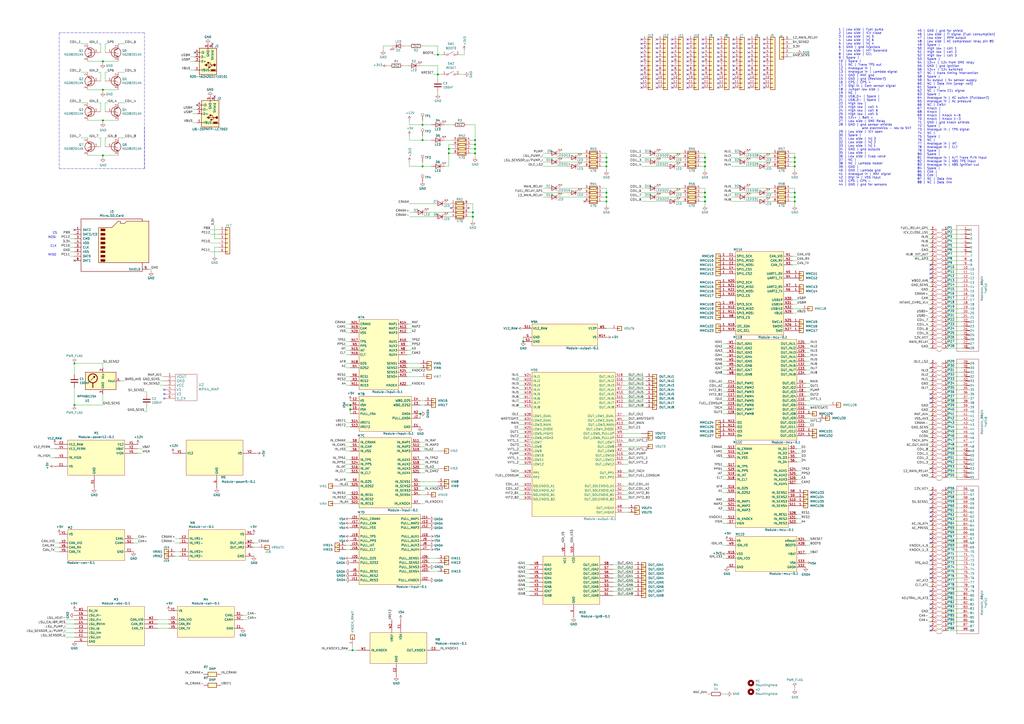
<source format=kicad_sch>
(kicad_sch (version 20210126) (generator eeschema)
  (paper "A2")
  (lib_symbols
    (symbol "Connector:Micro_SD_Card" (pin_names (offset 1.016))
      (property "Reference" "J" (at -16.51 15.24 0))
      (property "Value" "Micro_SD_Card" (at 16.51 15.24 0))
      (symbol "Micro_SD_Card_1_1"
        (pin bidirectional line (at -22.86 7.62 0) (length 3.81) (name "DAT2") (number "1"))
        (pin bidirectional line (at -22.86 5.08 0) (length 3.81) (name "DAT3/CD") (number "2"))
        (pin input line (at -22.86 2.54 0) (length 3.81) (name "CMD") (number "3"))
        (pin power_in line (at -22.86 0 0) (length 3.81) (name "VDD") (number "4"))
        (pin input line (at -22.86 -2.54 0) (length 3.81) (name "CLK") (number "5"))
        (pin power_in line (at -22.86 -5.08 0) (length 3.81) (name "VSS") (number "6"))
        (pin bidirectional line (at -22.86 -7.62 0) (length 3.81) (name "DAT0") (number "7"))
        (pin bidirectional line (at -22.86 -10.16 0) (length 3.81) (name "DAT1") (number "8"))
        (pin passive line (at 20.32 -15.24 180) (length 3.81) (name "SHIELD") (number "9"))
      )
    )
    (symbol "Connector:TestPoint" (pin_numbers hide) (pin_names (offset 0.762) hide)
      (property "Reference" "TP" (at 0 6.858 0))
      (property "Value" "TestPoint" (at 0 5.08 0))
      (symbol "TestPoint_1_1"
        (pin passive line (at 0 0 90) (length 2.54) (name "1") (number "1"))
      )
    )
    (symbol "Connector_Generic:Conn_01x01" (pin_names (offset 1.016) hide)
      (property "Reference" "J" (at 0 2.54 0))
      (property "Value" "Conn_01x01" (at 0 -2.54 0))
      (symbol "Conn_01x01_1_1"
        (pin passive line (at -5.08 0 0) (length 3.81) (name "Pin_1") (number "1"))
      )
    )
    (symbol "Connector_Generic:Conn_01x05" (pin_names (offset 1.016) hide)
      (property "Reference" "J" (at 0 7.62 0))
      (property "Value" "Conn_01x05" (at 0 -7.62 0))
      (symbol "Conn_01x05_1_1"
        (pin passive line (at -5.08 5.08 0) (length 3.81) (name "Pin_1") (number "1"))
        (pin passive line (at -5.08 2.54 0) (length 3.81) (name "Pin_2") (number "2"))
        (pin passive line (at -5.08 0 0) (length 3.81) (name "Pin_3") (number "3"))
        (pin passive line (at -5.08 -2.54 0) (length 3.81) (name "Pin_4") (number "4"))
        (pin passive line (at -5.08 -5.08 0) (length 3.81) (name "Pin_5") (number "5"))
      )
    )
    (symbol "Connector_Generic:Conn_01x06" (pin_names (offset 1.016) hide)
      (property "Reference" "J" (at 0 7.62 0))
      (property "Value" "Conn_01x06" (at 0 -10.16 0))
      (symbol "Conn_01x06_1_1"
        (pin passive line (at -5.08 5.08 0) (length 3.81) (name "Pin_1") (number "1"))
        (pin passive line (at -5.08 2.54 0) (length 3.81) (name "Pin_2") (number "2"))
        (pin passive line (at -5.08 0 0) (length 3.81) (name "Pin_3") (number "3"))
        (pin passive line (at -5.08 -2.54 0) (length 3.81) (name "Pin_4") (number "4"))
        (pin passive line (at -5.08 -5.08 0) (length 3.81) (name "Pin_5") (number "5"))
        (pin passive line (at -5.08 -7.62 0) (length 3.81) (name "Pin_6") (number "6"))
      )
    )
    (symbol "Connector_Generic:Conn_01x12" (pin_names (offset 1.016) hide)
      (property "Reference" "J" (at 0 15.24 0))
      (property "Value" "Conn_01x12" (at 0 -17.78 0))
      (symbol "Conn_01x12_1_1"
        (pin passive line (at -5.08 12.7 0) (length 3.81) (name "Pin_1") (number "1"))
        (pin passive line (at -5.08 -10.16 0) (length 3.81) (name "Pin_10") (number "10"))
        (pin passive line (at -5.08 -12.7 0) (length 3.81) (name "Pin_11") (number "11"))
        (pin passive line (at -5.08 -15.24 0) (length 3.81) (name "Pin_12") (number "12"))
        (pin passive line (at -5.08 10.16 0) (length 3.81) (name "Pin_2") (number "2"))
        (pin passive line (at -5.08 7.62 0) (length 3.81) (name "Pin_3") (number "3"))
        (pin passive line (at -5.08 5.08 0) (length 3.81) (name "Pin_4") (number "4"))
        (pin passive line (at -5.08 2.54 0) (length 3.81) (name "Pin_5") (number "5"))
        (pin passive line (at -5.08 0 0) (length 3.81) (name "Pin_6") (number "6"))
        (pin passive line (at -5.08 -2.54 0) (length 3.81) (name "Pin_7") (number "7"))
        (pin passive line (at -5.08 -5.08 0) (length 3.81) (name "Pin_8") (number "8"))
        (pin passive line (at -5.08 -7.62 0) (length 3.81) (name "Pin_9") (number "9"))
      )
    )
    (symbol "Device:C" (pin_numbers hide) (pin_names (offset 0.254))
      (property "Reference" "C" (at 0.635 2.54 0))
      (property "Value" "C" (at 0.635 -2.54 0))
      (symbol "C_1_1"
        (pin passive line (at 0 3.81 270) (length 2.794) (name "~") (number "1"))
        (pin passive line (at 0 -3.81 90) (length 2.794) (name "~") (number "2"))
      )
    )
    (symbol "Device:LED" (pin_numbers hide) (pin_names (offset 1.016) hide)
      (property "Reference" "D" (at 0 2.54 0))
      (property "Value" "LED" (at 0 -2.54 0))
      (symbol "LED_1_1"
        (pin passive line (at -3.81 0 0) (length 2.54) (name "K") (number "1"))
        (pin passive line (at 3.81 0 180) (length 2.54) (name "A") (number "2"))
      )
    )
    (symbol "Device:Q_NIGBT_GCE" (pin_names (offset 0) hide)
      (property "Reference" "Q" (at 5.08 1.27 0))
      (property "Value" "Q_NIGBT_GCE" (at 5.08 -1.27 0))
      (symbol "Q_NIGBT_GCE_1_1"
        (pin input line (at -5.08 0 0) (length 5.334) (name "G") (number "1"))
        (pin passive line (at 2.54 5.08 270) (length 2.54) (name "C") (number "2"))
        (pin passive line (at 2.54 -5.08 90) (length 2.54) (name "E") (number "3"))
      )
    )
    (symbol "Device:R" (pin_numbers hide) (pin_names (offset 0))
      (property "Reference" "R" (at 2.032 0 90))
      (property "Value" "R" (at 0 0 90))
      (symbol "R_1_1"
        (pin passive line (at 0 3.81 270) (length 1.27) (name "~") (number "1"))
        (pin passive line (at 0 -3.81 90) (length 1.27) (name "~") (number "2"))
      )
    )
    (symbol "Device:R_Pack04" (pin_names (offset 0) hide)
      (property "Reference" "RN" (at -7.62 0 90))
      (property "Value" "R_Pack04" (at 5.08 0 90))
      (symbol "R_Pack04_1_1"
        (pin passive line (at -5.08 -5.08 90) (length 2.54) (name "R1.1") (number "1"))
        (pin passive line (at -2.54 -5.08 90) (length 2.54) (name "R2.1") (number "2"))
        (pin passive line (at 0 -5.08 90) (length 2.54) (name "R3.1") (number "3"))
        (pin passive line (at 2.54 -5.08 90) (length 2.54) (name "R4.1") (number "4"))
        (pin passive line (at 2.54 5.08 270) (length 2.54) (name "R4.2") (number "5"))
        (pin passive line (at 0 5.08 270) (length 2.54) (name "R3.2") (number "6"))
        (pin passive line (at -2.54 5.08 270) (length 2.54) (name "R2.2") (number "7"))
        (pin passive line (at -5.08 5.08 270) (length 2.54) (name "R1.2") (number "8"))
      )
    )
    (symbol "Jumper:Jumper_2_Open" (pin_names (offset 0) hide)
      (property "Reference" "JP" (at 0 2.794 0))
      (property "Value" "Jumper_2_Open" (at 0 -2.286 0))
      (symbol "Jumper_2_Open_1_1"
        (pin passive line (at -5.08 0 0) (length 2.54) (name "A") (number "1"))
        (pin passive line (at 5.08 0 180) (length 2.54) (name "B") (number "2"))
      )
    )
    (symbol "MPX-4_MAP:MPX4_MAP" (pin_names (offset 0.762))
      (property "Reference" "U" (at 0 10.16 0))
      (property "Value" "MPX4_MAP" (at 8.89 0 90))
      (symbol "MPX4_MAP_1_1"
        (pin passive line (at -8.89 6.35 0) (length 6.35) (name "VOUT") (number "1"))
        (pin passive line (at -8.89 3.81 0) (length 6.35) (name "GND") (number "2"))
        (pin passive line (at -8.89 1.27 0) (length 6.35) (name "VCC") (number "3"))
        (pin passive line (at -8.89 -1.27 0) (length 6.35) (name "V1") (number "4"))
        (pin passive line (at -8.89 -3.81 0) (length 6.35) (name "V2") (number "5"))
        (pin passive line (at -8.89 -6.35 0) (length 6.35) (name "V_EX") (number "6"))
      )
    )
    (symbol "Mechanical:MountingHole" (pin_names (offset 1.016))
      (property "Reference" "H" (at 0 5.08 0))
      (property "Value" "MountingHole" (at 0 3.175 0))
    )
    (symbol "Sensor_Pressure:MPXA6115A"
      (property "Reference" "U" (at -10.16 6.35 0))
      (property "Value" "MPXA6115A" (at 1.27 6.35 0))
      (symbol "MPXA6115A_1_1"
        (pin no_connect line (at 5.08 -5.08 90) (length 2.54) hide (name "NC") (number "1"))
        (pin power_in line (at 0 7.62 270) (length 2.54) (name "Vcc") (number "2"))
        (pin power_in line (at 0 -7.62 90) (length 2.54) (name "GND") (number "3"))
        (pin output line (at 10.16 0 180) (length 2.54) (name "Vout") (number "4"))
        (pin no_connect line (at -7.62 -5.08 90) (length 2.54) hide (name "NC") (number "5"))
        (pin no_connect line (at -5.08 -5.08 90) (length 2.54) hide (name "NC") (number "6"))
        (pin no_connect line (at -2.54 -5.08 90) (length 2.54) hide (name "NC") (number "7"))
        (pin no_connect line (at 2.54 -5.08 90) (length 2.54) hide (name "NC") (number "8"))
      )
    )
    (symbol "Switch:SW_SPST" (pin_names (offset 0) hide)
      (property "Reference" "SW" (at 0 3.175 0))
      (property "Value" "SW_SPST" (at 0 -2.54 0))
      (symbol "SW_SPST_1_1"
        (pin passive line (at -5.08 0 0) (length 2.54) (name "A") (number "1"))
        (pin passive line (at 5.08 0 180) (length 2.54) (name "B") (number "2"))
      )
    )
    (symbol "hellen-one-can-0.1:Module-can-0.1"
      (property "Reference" "M" (at 0 0 0))
      (property "Value" "Module-can-0.1" (at 0 0 0))
      (symbol "Module-can-0.1_1_0"
        (pin passive line (at -5.08 -2.54 0) (length 5.08) (name "V5") (number "V1"))
        (pin passive line (at -5.08 -7.62 0) (length 5.08) (name "CAN_VIO") (number "V2"))
        (pin passive line (at 38.1 -7.62 180) (length 5.08) (name "CANH") (number "S2"))
        (pin passive line (at 38.1 -5.08 180) (length 5.08) (name "CANL") (number "S1"))
        (pin passive line (at -5.08 -12.7 0) (length 5.08) (name "CAN_TX") (number "V5"))
        (pin passive line (at -5.08 -10.16 0) (length 5.08) (name "CAN_RX") (number "V6"))
        (pin passive line (at 38.1 -12.7 180) (length 5.08) (name "GND") (number "E1"))
      )
    )
    (symbol "hellen-one-can-0.1:Module-can-0.1_1"
      (property "Reference" "M" (at 0 0 0))
      (property "Value" "Module-can-0.1" (at 0 0 0))
      (symbol "Module-can-0.1_1_1_0"
        (pin passive line (at -5.08 -2.54 0) (length 5.08) (name "V5") (number "V1"))
        (pin passive line (at -5.08 -7.62 0) (length 5.08) (name "CAN_VIO") (number "V2"))
        (pin passive line (at 38.1 -7.62 180) (length 5.08) (name "CANH") (number "S2"))
        (pin passive line (at 38.1 -5.08 180) (length 5.08) (name "CANL") (number "S1"))
        (pin passive line (at -5.08 -12.7 0) (length 5.08) (name "CAN_TX") (number "V5"))
        (pin passive line (at -5.08 -10.16 0) (length 5.08) (name "CAN_RX") (number "V6"))
        (pin passive line (at 38.1 -12.7 180) (length 5.08) (name "GND") (number "E1"))
      )
    )
    (symbol "hellen-one-common:Pad" (pin_numbers hide) (pin_names (offset 1.016) hide)
      (property "Reference" "P" (at 2.54 0 0))
      (symbol "Pad_1_1"
        (pin passive line (at -5.08 0 0) (length 3.81) (name "Pin_1") (number "1"))
      )
    )
    (symbol "hellen-one-common:Pad_1" (pin_numbers hide) (pin_names (offset 1.016) hide)
      (property "Reference" "P" (at 2.54 0 0))
      (symbol "Pad_1_1_1"
        (pin passive line (at -5.08 0 0) (length 3.81) (name "Pin_1") (number "1"))
      )
    )
    (symbol "hellen-one-common:Pad_2" (pin_numbers hide) (pin_names (offset 1.016) hide)
      (property "Reference" "P" (at 2.54 0 0))
      (symbol "Pad_2_1_1"
        (pin passive line (at -5.08 0 0) (length 3.81) (name "Pin_1") (number "1"))
      )
    )
    (symbol "hellen-one-common:Pad_3" (pin_numbers hide) (pin_names (offset 1.016) hide)
      (property "Reference" "P" (at 2.54 0 0))
      (symbol "Pad_3_1_1"
        (pin passive line (at -5.08 0 0) (length 3.81) (name "Pin_1") (number "1"))
      )
    )
    (symbol "hellen-one-common:Pad_32" (pin_numbers hide) (pin_names (offset 1.016) hide)
      (property "Reference" "P" (at 2.54 0 0))
      (symbol "Pad_32_1_1"
        (pin passive line (at -5.08 0 0) (length 3.81) (name "Pin_1") (number "1"))
      )
    )
    (symbol "hellen-one-common:Pad_33" (pin_numbers hide) (pin_names (offset 1.016) hide)
      (property "Reference" "P" (at 2.54 0 0))
      (symbol "Pad_33_1_1"
        (pin passive line (at -5.08 0 0) (length 3.81) (name "Pin_1") (number "1"))
      )
    )
    (symbol "hellen-one-common:Pad_4" (pin_numbers hide) (pin_names (offset 1.016) hide)
      (property "Reference" "P" (at 2.54 0 0))
      (symbol "Pad_4_1_1"
        (pin passive line (at -5.08 0 0) (length 3.81) (name "Pin_1") (number "1"))
      )
    )
    (symbol "hellen-one-common:Res" (pin_numbers hide)
      (property "Reference" "R" (at 3.81 2.54 0))
      (property "Value" "Res" (at 5.08 -2.54 0))
      (symbol "Res_1_0"
        (pin passive line (at 10.16 0 180) (length 2.54) (name "") (number "2"))
        (pin passive line (at 0 0 0) (length 2.54) (name "") (number "1"))
      )
    )
    (symbol "hellen-one-common:USB_B_Mini" (pin_names (offset 1.016))
      (property "Reference" "J" (at -5.08 11.43 0))
      (property "Value" "USB_B_Mini" (at -5.08 8.89 0))
      (symbol "USB_B_Mini_1_1"
        (pin power_out line (at 7.62 5.08 180) (length 2.54) (name "VBUS") (number "1"))
        (pin passive line (at 7.62 -2.54 180) (length 2.54) (name "D-") (number "2"))
        (pin passive line (at 7.62 0 180) (length 2.54) (name "D+") (number "3"))
        (pin passive line (at 7.62 -5.08 180) (length 2.54) (name "ID") (number "4"))
        (pin power_out line (at 0 -10.16 90) (length 2.54) (name "GND") (number "5"))
        (pin passive line (at -2.54 -10.16 90) (length 2.54) (name "Shield") (number "6"))
      )
    )
    (symbol "hellen-one-ign8-0.1:Module-ign8-0.1"
      (property "Reference" "M" (at 0 0 0))
      (property "Value" "Module-ign8-0.1" (at 0 0 0))
      (symbol "Module-ign8-0.1_1_0"
        (pin passive line (at -7.62 -15.24 0) (length 7.62) (name "IGN5") (number "V4"))
        (pin passive line (at -7.62 -12.7 0) (length 7.62) (name "IGN4") (number "V5"))
        (pin passive line (at -7.62 -17.78 0) (length 7.62) (name "IGN6") (number "V3"))
        (pin passive line (at -7.62 -20.32 0) (length 7.62) (name "IGN7") (number "V2"))
        (pin passive line (at -7.62 -10.16 0) (length 7.62) (name "IGN3") (number "V6"))
        (pin passive line (at -7.62 -7.62 0) (length 7.62) (name "IGN2") (number "V7"))
        (pin passive line (at -7.62 -22.86 0) (length 7.62) (name "IGN8") (number "V1"))
        (pin passive line (at -7.62 -5.08 0) (length 7.62) (name "IGN1") (number "V8"))
        (pin passive line (at 40.64 -22.86 180) (length 7.62) (name "OUT_IGN8") (number "S1"))
        (pin passive line (at 40.64 -20.32 180) (length 7.62) (name "OUT_IGN7") (number "S2"))
        (pin passive line (at 40.64 -17.78 180) (length 7.62) (name "OUT_IGN6") (number "S3"))
        (pin passive line (at 40.64 -15.24 180) (length 7.62) (name "OUT_IGN5") (number "S4"))
        (pin passive line (at 40.64 -12.7 180) (length 7.62) (name "OUT_IGN4") (number "S5"))
        (pin passive line (at 40.64 -10.16 180) (length 7.62) (name "OUT_IGN3") (number "S6"))
        (pin passive line (at 40.64 -7.62 180) (length 7.62) (name "OUT_IGN2") (number "S7"))
        (pin passive line (at 40.64 -5.08 180) (length 7.62) (name "OUT_IGN1") (number "S8"))
        (pin passive line (at 17.78 -35.56 90) (length 7.62) (name "GND") (number "G"))
        (pin passive line (at 12.7 7.62 270) (length 7.62) (name "VCC") (number "V9"))
        (pin passive line (at 17.78 7.62 270) (length 7.62) (name "V33") (number "V10"))
      )
    )
    (symbol "hellen-one-input-0.1:Module-input-0.1"
      (property "Reference" "M" (at 0 0 0))
      (property "Value" "Module-input-0.1" (at 0 0 0))
      (symbol "Module-input-0.1_1_0"
        (pin passive line (at -5.08 -35.56 0) (length 5.08) (name "RES2") (number "N3"))
        (pin passive line (at -5.08 -27.94 0) (length 5.08) (name "O2S2") (number "N4"))
        (pin passive line (at -5.08 -15.24 0) (length 5.08) (name "PPS") (number "N5"))
        (pin passive line (at -5.08 -33.02 0) (length 5.08) (name "RES1") (number "N6"))
        (pin passive line (at 27.94 -20.32 180) (length 5.08) (name "AUX4") (number "N7"))
        (pin passive line (at 27.94 -17.78 180) (length 5.08) (name "AUX3") (number "N8"))
        (pin passive line (at 27.94 -15.24 180) (length 5.08) (name "AUX2") (number "N9"))
        (pin passive line (at 27.94 -12.7 180) (length 5.08) (name "AUX1") (number "N10"))
        (pin passive line (at -5.08 -38.1 0) (length 5.08) (name "RES3") (number "N11"))
        (pin passive line (at 27.94 -7.62 180) (length 5.08) (name "MAP3") (number "N12"))
        (pin passive line (at 27.94 -5.08 180) (length 5.08) (name "MAP2") (number "N13"))
        (pin passive line (at 27.94 -2.54 180) (length 5.08) (name "MAP1") (number "N14"))
        (pin passive line (at -5.08 -17.78 0) (length 5.08) (name "IAT") (number "N15"))
        (pin passive line (at -5.08 -20.32 0) (length 5.08) (name "CLT") (number "N16"))
        (pin passive line (at -5.08 -12.7 0) (length 5.08) (name "TPS") (number "N17"))
        (pin passive line (at -5.08 -25.4 0) (length 5.08) (name "O2S") (number "N18"))
        (pin passive line (at -5.08 -5.08 0) (length 5.08) (name "CAM") (number "N19"))
        (pin passive line (at -5.08 -7.62 0) (length 5.08) (name "VSS") (number "N20"))
        (pin passive line (at -5.08 -2.54 0) (length 5.08) (name "CRANK") (number "N21"))
        (pin passive line (at 27.94 -38.1 180) (length 5.08) (name "KNOCK") (number "N22"))
        (pin passive line (at 27.94 -33.02 180) (length 5.08) (name "SENS4") (number "N23"))
        (pin passive line (at 27.94 -30.48 180) (length 5.08) (name "SENS3") (number "N24"))
        (pin passive line (at 27.94 -27.94 180) (length 5.08) (name "SENS2") (number "N25"))
        (pin passive line (at 27.94 -25.4 180) (length 5.08) (name "SENS1") (number "N26"))
      )
      (symbol "Module-input-0.1_2_0"
        (pin passive line (at -5.08 -10.16 0) (length 5.08) (name "PULL_V5A") (number "J1"))
        (pin passive line (at 35.56 -12.7 180) (length 5.08) (name "PULL_GNDA") (number "J2"))
        (pin passive line (at -5.08 -17.78 0) (length 5.08) (name "VREF2") (number "S13"))
        (pin passive line (at -5.08 -15.24 0) (length 5.08) (name "VREF1") (number "S14"))
        (pin passive line (at -5.08 -5.08 0) (length 5.08) (name "V5A") (number "N1"))
        (pin passive line (at 35.56 -10.16 180) (length 5.08) (name "GNDA") (number "N2"))
        (pin passive line (at 35.56 -17.78 180) (length 5.08) (name "GND") (number "E1"))
        (pin passive line (at 35.56 -2.54 180) (length 5.08) (name "WBO_O2S") (number "E4"))
        (pin passive line (at -5.08 -2.54 0) (length 5.08) (name "V5") (number "E2"))
        (pin passive line (at 35.56 -5.08 180) (length 5.08) (name "WBO_O2S2") (number "E3"))
        (pin passive line (at -5.08 -7.62 0) (length 5.08) (name "V5A") (number "E5"))
      )
      (symbol "Module-input-0.1_3_0"
        (pin passive line (at 35.56 -25.4 180) (length 5.08) (name "IN_SENS1") (number "S1"))
        (pin passive line (at 35.56 -27.94 180) (length 5.08) (name "IN_SENS2") (number "S2"))
        (pin passive line (at 35.56 -30.48 180) (length 5.08) (name "IN_SENS3") (number "S3"))
        (pin passive line (at 35.56 -33.02 180) (length 5.08) (name "IN_SENS4") (number "S4"))
        (pin passive line (at -5.08 -5.08 0) (length 5.08) (name "IN_CAM") (number "S5"))
        (pin passive line (at -5.08 -7.62 0) (length 5.08) (name "IN_VSS") (number "S6"))
        (pin passive line (at 35.56 -38.1 180) (length 5.08) (name "IN_KNOCK") (number "S7"))
        (pin passive line (at -5.08 -2.54 0) (length 5.08) (name "IN_CRANK") (number "S8"))
        (pin passive line (at -5.08 -25.4 0) (length 5.08) (name "IN_O2S") (number "S9"))
        (pin passive line (at -5.08 -12.7 0) (length 5.08) (name "IN_TPS") (number "S10"))
        (pin passive line (at 35.56 -2.54 180) (length 5.08) (name "IN_MAP1") (number "S11"))
        (pin passive line (at 35.56 -5.08 180) (length 5.08) (name "IN_MAP2") (number "S12"))
        (pin passive line (at -5.08 -20.32 0) (length 5.08) (name "IN_CLT") (number "S15"))
        (pin passive line (at -5.08 -17.78 0) (length 5.08) (name "IN_IAT") (number "S16"))
        (pin passive line (at 35.56 -12.7 180) (length 5.08) (name "IN_AUX1") (number "S17"))
        (pin passive line (at 35.56 -15.24 180) (length 5.08) (name "IN_AUX2") (number "S18"))
        (pin passive line (at 35.56 -7.62 180) (length 5.08) (name "IN_MAP3") (number "S19"))
        (pin passive line (at 35.56 -17.78 180) (length 5.08) (name "IN_AUX3") (number "S20"))
        (pin passive line (at 35.56 -20.32 180) (length 5.08) (name "IN_AUX4") (number "S21"))
        (pin passive line (at -5.08 -38.1 0) (length 5.08) (name "IN_RES3") (number "S22"))
        (pin passive line (at -5.08 -33.02 0) (length 5.08) (name "IN_RES1") (number "S23"))
        (pin passive line (at -5.08 -15.24 0) (length 5.08) (name "IN_PPS") (number "S24"))
        (pin passive line (at -5.08 -27.94 0) (length 5.08) (name "IN_O2S2") (number "S25"))
        (pin passive line (at -5.08 -35.56 0) (length 5.08) (name "IN_RES2") (number "S26"))
      )
      (symbol "Module-input-0.1_4_0"
        (pin passive line (at -5.08 -35.56 0) (length 5.08) (name "PULL_RES2") (number "J3"))
        (pin passive line (at -5.08 -27.94 0) (length 5.08) (name "PULL_O2S2") (number "J4"))
        (pin passive line (at -5.08 -15.24 0) (length 5.08) (name "PULL_PPS") (number "J5"))
        (pin passive line (at -5.08 -33.02 0) (length 5.08) (name "PULL_RES1") (number "J6"))
        (pin passive line (at 40.64 -20.32 180) (length 5.08) (name "PULL_AUX4") (number "J7"))
        (pin passive line (at 40.64 -17.78 180) (length 5.08) (name "PULL_AUX3") (number "J8"))
        (pin passive line (at 40.64 -15.24 180) (length 5.08) (name "PULL_AUX2") (number "J9"))
        (pin passive line (at 40.64 -12.7 180) (length 5.08) (name "PULL_AUX1") (number "J10"))
        (pin passive line (at -5.08 -38.1 0) (length 5.08) (name "PULL_RES3") (number "J11"))
        (pin passive line (at 40.64 -7.62 180) (length 5.08) (name "PULL_MAP3") (number "J12"))
        (pin passive line (at 40.64 -5.08 180) (length 5.08) (name "PULL_MAP2") (number "J13"))
        (pin passive line (at 40.64 -2.54 180) (length 5.08) (name "PULL_MAP1") (number "J14"))
        (pin passive line (at -5.08 -17.78 0) (length 5.08) (name "PULL_IAT") (number "J15"))
        (pin passive line (at -5.08 -20.32 0) (length 5.08) (name "PULL_CLT") (number "J16"))
        (pin passive line (at -5.08 -5.08 0) (length 5.08) (name "PULL_CAM") (number "J17"))
        (pin passive line (at -5.08 -7.62 0) (length 5.08) (name "PULL_VSS") (number "J18"))
        (pin passive line (at -5.08 -12.7 0) (length 5.08) (name "PULL_TPS") (number "J19"))
        (pin passive line (at -5.08 -25.4 0) (length 5.08) (name "PULL_O2S") (number "J20"))
        (pin passive line (at -5.08 -2.54 0) (length 5.08) (name "PULL_CRANK") (number "J21"))
        (pin passive line (at 40.64 -38.1 180) (length 5.08) (name "PULL_KNOCK") (number "J22"))
        (pin passive line (at 40.64 -33.02 180) (length 5.08) (name "PULL_SENS4") (number "J23"))
        (pin passive line (at 40.64 -30.48 180) (length 5.08) (name "PULL_SENS3") (number "J24"))
        (pin passive line (at 40.64 -27.94 180) (length 5.08) (name "PULL_SENS2") (number "J25"))
        (pin passive line (at 40.64 -25.4 180) (length 5.08) (name "PULL_SENS1") (number "J26"))
      )
    )
    (symbol "hellen-one-input-0.1:Module-input-0.1_1"
      (property "Reference" "M" (at 0 0 0))
      (property "Value" "Module-input-0.1" (at 0 0 0))
      (symbol "Module-input-0.1_1_1_0"
        (pin passive line (at -5.08 -35.56 0) (length 5.08) (name "RES2") (number "N3"))
        (pin passive line (at -5.08 -27.94 0) (length 5.08) (name "O2S2") (number "N4"))
        (pin passive line (at -5.08 -15.24 0) (length 5.08) (name "PPS") (number "N5"))
        (pin passive line (at -5.08 -33.02 0) (length 5.08) (name "RES1") (number "N6"))
        (pin passive line (at 27.94 -20.32 180) (length 5.08) (name "AUX4") (number "N7"))
        (pin passive line (at 27.94 -17.78 180) (length 5.08) (name "AUX3") (number "N8"))
        (pin passive line (at 27.94 -15.24 180) (length 5.08) (name "AUX2") (number "N9"))
        (pin passive line (at 27.94 -12.7 180) (length 5.08) (name "AUX1") (number "N10"))
        (pin passive line (at -5.08 -38.1 0) (length 5.08) (name "RES3") (number "N11"))
        (pin passive line (at 27.94 -7.62 180) (length 5.08) (name "MAP3") (number "N12"))
        (pin passive line (at 27.94 -5.08 180) (length 5.08) (name "MAP2") (number "N13"))
        (pin passive line (at 27.94 -2.54 180) (length 5.08) (name "MAP1") (number "N14"))
        (pin passive line (at -5.08 -17.78 0) (length 5.08) (name "IAT") (number "N15"))
        (pin passive line (at -5.08 -20.32 0) (length 5.08) (name "CLT") (number "N16"))
        (pin passive line (at -5.08 -12.7 0) (length 5.08) (name "TPS") (number "N17"))
        (pin passive line (at -5.08 -25.4 0) (length 5.08) (name "O2S") (number "N18"))
        (pin passive line (at -5.08 -5.08 0) (length 5.08) (name "CAM") (number "N19"))
        (pin passive line (at -5.08 -7.62 0) (length 5.08) (name "VSS") (number "N20"))
        (pin passive line (at -5.08 -2.54 0) (length 5.08) (name "CRANK") (number "N21"))
        (pin passive line (at 27.94 -38.1 180) (length 5.08) (name "KNOCK") (number "N22"))
        (pin passive line (at 27.94 -33.02 180) (length 5.08) (name "SENS4") (number "N23"))
        (pin passive line (at 27.94 -30.48 180) (length 5.08) (name "SENS3") (number "N24"))
        (pin passive line (at 27.94 -27.94 180) (length 5.08) (name "SENS2") (number "N25"))
        (pin passive line (at 27.94 -25.4 180) (length 5.08) (name "SENS1") (number "N26"))
      )
      (symbol "Module-input-0.1_1_2_0"
        (pin passive line (at -5.08 -10.16 0) (length 5.08) (name "PULL_V5A") (number "J1"))
        (pin passive line (at 35.56 -12.7 180) (length 5.08) (name "PULL_GNDA") (number "J2"))
        (pin passive line (at -5.08 -17.78 0) (length 5.08) (name "VREF2") (number "S13"))
        (pin passive line (at -5.08 -15.24 0) (length 5.08) (name "VREF1") (number "S14"))
        (pin passive line (at -5.08 -5.08 0) (length 5.08) (name "V5A") (number "N1"))
        (pin passive line (at 35.56 -10.16 180) (length 5.08) (name "GNDA") (number "N2"))
        (pin passive line (at 35.56 -17.78 180) (length 5.08) (name "GND") (number "E1"))
        (pin passive line (at 35.56 -2.54 180) (length 5.08) (name "WBO_O2S") (number "E4"))
        (pin passive line (at -5.08 -2.54 0) (length 5.08) (name "V5") (number "E2"))
        (pin passive line (at 35.56 -5.08 180) (length 5.08) (name "WBO_O2S2") (number "E3"))
        (pin passive line (at -5.08 -7.62 0) (length 5.08) (name "V5A") (number "E5"))
      )
      (symbol "Module-input-0.1_1_3_0"
        (pin passive line (at 35.56 -25.4 180) (length 5.08) (name "IN_SENS1") (number "S1"))
        (pin passive line (at 35.56 -27.94 180) (length 5.08) (name "IN_SENS2") (number "S2"))
        (pin passive line (at 35.56 -30.48 180) (length 5.08) (name "IN_SENS3") (number "S3"))
        (pin passive line (at 35.56 -33.02 180) (length 5.08) (name "IN_SENS4") (number "S4"))
        (pin passive line (at -5.08 -5.08 0) (length 5.08) (name "IN_CAM") (number "S5"))
        (pin passive line (at -5.08 -7.62 0) (length 5.08) (name "IN_VSS") (number "S6"))
        (pin passive line (at 35.56 -38.1 180) (length 5.08) (name "IN_KNOCK") (number "S7"))
        (pin passive line (at -5.08 -2.54 0) (length 5.08) (name "IN_CRANK") (number "S8"))
        (pin passive line (at -5.08 -25.4 0) (length 5.08) (name "IN_O2S") (number "S9"))
        (pin passive line (at -5.08 -12.7 0) (length 5.08) (name "IN_TPS") (number "S10"))
        (pin passive line (at 35.56 -2.54 180) (length 5.08) (name "IN_MAP1") (number "S11"))
        (pin passive line (at 35.56 -5.08 180) (length 5.08) (name "IN_MAP2") (number "S12"))
        (pin passive line (at -5.08 -20.32 0) (length 5.08) (name "IN_CLT") (number "S15"))
        (pin passive line (at -5.08 -17.78 0) (length 5.08) (name "IN_IAT") (number "S16"))
        (pin passive line (at 35.56 -12.7 180) (length 5.08) (name "IN_AUX1") (number "S17"))
        (pin passive line (at 35.56 -15.24 180) (length 5.08) (name "IN_AUX2") (number "S18"))
        (pin passive line (at 35.56 -7.62 180) (length 5.08) (name "IN_MAP3") (number "S19"))
        (pin passive line (at 35.56 -17.78 180) (length 5.08) (name "IN_AUX3") (number "S20"))
        (pin passive line (at 35.56 -20.32 180) (length 5.08) (name "IN_AUX4") (number "S21"))
        (pin passive line (at -5.08 -38.1 0) (length 5.08) (name "IN_RES3") (number "S22"))
        (pin passive line (at -5.08 -33.02 0) (length 5.08) (name "IN_RES1") (number "S23"))
        (pin passive line (at -5.08 -15.24 0) (length 5.08) (name "IN_PPS") (number "S24"))
        (pin passive line (at -5.08 -27.94 0) (length 5.08) (name "IN_O2S2") (number "S25"))
        (pin passive line (at -5.08 -35.56 0) (length 5.08) (name "IN_RES2") (number "S26"))
      )
      (symbol "Module-input-0.1_1_4_0"
        (pin passive line (at -5.08 -35.56 0) (length 5.08) (name "PULL_RES2") (number "J3"))
        (pin passive line (at -5.08 -27.94 0) (length 5.08) (name "PULL_O2S2") (number "J4"))
        (pin passive line (at -5.08 -15.24 0) (length 5.08) (name "PULL_PPS") (number "J5"))
        (pin passive line (at -5.08 -33.02 0) (length 5.08) (name "PULL_RES1") (number "J6"))
        (pin passive line (at 40.64 -20.32 180) (length 5.08) (name "PULL_AUX4") (number "J7"))
        (pin passive line (at 40.64 -17.78 180) (length 5.08) (name "PULL_AUX3") (number "J8"))
        (pin passive line (at 40.64 -15.24 180) (length 5.08) (name "PULL_AUX2") (number "J9"))
        (pin passive line (at 40.64 -12.7 180) (length 5.08) (name "PULL_AUX1") (number "J10"))
        (pin passive line (at -5.08 -38.1 0) (length 5.08) (name "PULL_RES3") (number "J11"))
        (pin passive line (at 40.64 -7.62 180) (length 5.08) (name "PULL_MAP3") (number "J12"))
        (pin passive line (at 40.64 -5.08 180) (length 5.08) (name "PULL_MAP2") (number "J13"))
        (pin passive line (at 40.64 -2.54 180) (length 5.08) (name "PULL_MAP1") (number "J14"))
        (pin passive line (at -5.08 -17.78 0) (length 5.08) (name "PULL_IAT") (number "J15"))
        (pin passive line (at -5.08 -20.32 0) (length 5.08) (name "PULL_CLT") (number "J16"))
        (pin passive line (at -5.08 -5.08 0) (length 5.08) (name "PULL_CAM") (number "J17"))
        (pin passive line (at -5.08 -7.62 0) (length 5.08) (name "PULL_VSS") (number "J18"))
        (pin passive line (at -5.08 -12.7 0) (length 5.08) (name "PULL_TPS") (number "J19"))
        (pin passive line (at -5.08 -25.4 0) (length 5.08) (name "PULL_O2S") (number "J20"))
        (pin passive line (at -5.08 -2.54 0) (length 5.08) (name "PULL_CRANK") (number "J21"))
        (pin passive line (at 40.64 -38.1 180) (length 5.08) (name "PULL_KNOCK") (number "J22"))
        (pin passive line (at 40.64 -33.02 180) (length 5.08) (name "PULL_SENS4") (number "J23"))
        (pin passive line (at 40.64 -30.48 180) (length 5.08) (name "PULL_SENS3") (number "J24"))
        (pin passive line (at 40.64 -27.94 180) (length 5.08) (name "PULL_SENS2") (number "J25"))
        (pin passive line (at 40.64 -25.4 180) (length 5.08) (name "PULL_SENS1") (number "J26"))
      )
    )
    (symbol "hellen-one-input-0.1:Module-input-0.1_2"
      (property "Reference" "M" (at 0 0 0))
      (property "Value" "Module-input-0.1" (at 0 0 0))
      (symbol "Module-input-0.1_2_1_0"
        (pin passive line (at -5.08 -35.56 0) (length 5.08) (name "RES2") (number "N3"))
        (pin passive line (at -5.08 -27.94 0) (length 5.08) (name "O2S2") (number "N4"))
        (pin passive line (at -5.08 -15.24 0) (length 5.08) (name "PPS") (number "N5"))
        (pin passive line (at -5.08 -33.02 0) (length 5.08) (name "RES1") (number "N6"))
        (pin passive line (at 27.94 -20.32 180) (length 5.08) (name "AUX4") (number "N7"))
        (pin passive line (at 27.94 -17.78 180) (length 5.08) (name "AUX3") (number "N8"))
        (pin passive line (at 27.94 -15.24 180) (length 5.08) (name "AUX2") (number "N9"))
        (pin passive line (at 27.94 -12.7 180) (length 5.08) (name "AUX1") (number "N10"))
        (pin passive line (at -5.08 -38.1 0) (length 5.08) (name "RES3") (number "N11"))
        (pin passive line (at 27.94 -7.62 180) (length 5.08) (name "MAP3") (number "N12"))
        (pin passive line (at 27.94 -5.08 180) (length 5.08) (name "MAP2") (number "N13"))
        (pin passive line (at 27.94 -2.54 180) (length 5.08) (name "MAP1") (number "N14"))
        (pin passive line (at -5.08 -17.78 0) (length 5.08) (name "IAT") (number "N15"))
        (pin passive line (at -5.08 -20.32 0) (length 5.08) (name "CLT") (number "N16"))
        (pin passive line (at -5.08 -12.7 0) (length 5.08) (name "TPS") (number "N17"))
        (pin passive line (at -5.08 -25.4 0) (length 5.08) (name "O2S") (number "N18"))
        (pin passive line (at -5.08 -5.08 0) (length 5.08) (name "CAM") (number "N19"))
        (pin passive line (at -5.08 -7.62 0) (length 5.08) (name "VSS") (number "N20"))
        (pin passive line (at -5.08 -2.54 0) (length 5.08) (name "CRANK") (number "N21"))
        (pin passive line (at 27.94 -38.1 180) (length 5.08) (name "KNOCK") (number "N22"))
        (pin passive line (at 27.94 -33.02 180) (length 5.08) (name "SENS4") (number "N23"))
        (pin passive line (at 27.94 -30.48 180) (length 5.08) (name "SENS3") (number "N24"))
        (pin passive line (at 27.94 -27.94 180) (length 5.08) (name "SENS2") (number "N25"))
        (pin passive line (at 27.94 -25.4 180) (length 5.08) (name "SENS1") (number "N26"))
      )
      (symbol "Module-input-0.1_2_2_0"
        (pin passive line (at -5.08 -10.16 0) (length 5.08) (name "PULL_V5A") (number "J1"))
        (pin passive line (at 35.56 -12.7 180) (length 5.08) (name "PULL_GNDA") (number "J2"))
        (pin passive line (at -5.08 -17.78 0) (length 5.08) (name "VREF2") (number "S13"))
        (pin passive line (at -5.08 -15.24 0) (length 5.08) (name "VREF1") (number "S14"))
        (pin passive line (at -5.08 -5.08 0) (length 5.08) (name "V5A") (number "N1"))
        (pin passive line (at 35.56 -10.16 180) (length 5.08) (name "GNDA") (number "N2"))
        (pin passive line (at 35.56 -17.78 180) (length 5.08) (name "GND") (number "E1"))
        (pin passive line (at 35.56 -2.54 180) (length 5.08) (name "WBO_O2S") (number "E4"))
        (pin passive line (at -5.08 -2.54 0) (length 5.08) (name "V5") (number "E2"))
        (pin passive line (at 35.56 -5.08 180) (length 5.08) (name "WBO_O2S2") (number "E3"))
        (pin passive line (at -5.08 -7.62 0) (length 5.08) (name "V5A") (number "E5"))
      )
      (symbol "Module-input-0.1_2_3_0"
        (pin passive line (at 35.56 -25.4 180) (length 5.08) (name "IN_SENS1") (number "S1"))
        (pin passive line (at 35.56 -27.94 180) (length 5.08) (name "IN_SENS2") (number "S2"))
        (pin passive line (at 35.56 -30.48 180) (length 5.08) (name "IN_SENS3") (number "S3"))
        (pin passive line (at 35.56 -33.02 180) (length 5.08) (name "IN_SENS4") (number "S4"))
        (pin passive line (at -5.08 -5.08 0) (length 5.08) (name "IN_CAM") (number "S5"))
        (pin passive line (at -5.08 -7.62 0) (length 5.08) (name "IN_VSS") (number "S6"))
        (pin passive line (at 35.56 -38.1 180) (length 5.08) (name "IN_KNOCK") (number "S7"))
        (pin passive line (at -5.08 -2.54 0) (length 5.08) (name "IN_CRANK") (number "S8"))
        (pin passive line (at -5.08 -25.4 0) (length 5.08) (name "IN_O2S") (number "S9"))
        (pin passive line (at -5.08 -12.7 0) (length 5.08) (name "IN_TPS") (number "S10"))
        (pin passive line (at 35.56 -2.54 180) (length 5.08) (name "IN_MAP1") (number "S11"))
        (pin passive line (at 35.56 -5.08 180) (length 5.08) (name "IN_MAP2") (number "S12"))
        (pin passive line (at -5.08 -20.32 0) (length 5.08) (name "IN_CLT") (number "S15"))
        (pin passive line (at -5.08 -17.78 0) (length 5.08) (name "IN_IAT") (number "S16"))
        (pin passive line (at 35.56 -12.7 180) (length 5.08) (name "IN_AUX1") (number "S17"))
        (pin passive line (at 35.56 -15.24 180) (length 5.08) (name "IN_AUX2") (number "S18"))
        (pin passive line (at 35.56 -7.62 180) (length 5.08) (name "IN_MAP3") (number "S19"))
        (pin passive line (at 35.56 -17.78 180) (length 5.08) (name "IN_AUX3") (number "S20"))
        (pin passive line (at 35.56 -20.32 180) (length 5.08) (name "IN_AUX4") (number "S21"))
        (pin passive line (at -5.08 -38.1 0) (length 5.08) (name "IN_RES3") (number "S22"))
        (pin passive line (at -5.08 -33.02 0) (length 5.08) (name "IN_RES1") (number "S23"))
        (pin passive line (at -5.08 -15.24 0) (length 5.08) (name "IN_PPS") (number "S24"))
        (pin passive line (at -5.08 -27.94 0) (length 5.08) (name "IN_O2S2") (number "S25"))
        (pin passive line (at -5.08 -35.56 0) (length 5.08) (name "IN_RES2") (number "S26"))
      )
      (symbol "Module-input-0.1_2_4_0"
        (pin passive line (at -5.08 -35.56 0) (length 5.08) (name "PULL_RES2") (number "J3"))
        (pin passive line (at -5.08 -27.94 0) (length 5.08) (name "PULL_O2S2") (number "J4"))
        (pin passive line (at -5.08 -15.24 0) (length 5.08) (name "PULL_PPS") (number "J5"))
        (pin passive line (at -5.08 -33.02 0) (length 5.08) (name "PULL_RES1") (number "J6"))
        (pin passive line (at 40.64 -20.32 180) (length 5.08) (name "PULL_AUX4") (number "J7"))
        (pin passive line (at 40.64 -17.78 180) (length 5.08) (name "PULL_AUX3") (number "J8"))
        (pin passive line (at 40.64 -15.24 180) (length 5.08) (name "PULL_AUX2") (number "J9"))
        (pin passive line (at 40.64 -12.7 180) (length 5.08) (name "PULL_AUX1") (number "J10"))
        (pin passive line (at -5.08 -38.1 0) (length 5.08) (name "PULL_RES3") (number "J11"))
        (pin passive line (at 40.64 -7.62 180) (length 5.08) (name "PULL_MAP3") (number "J12"))
        (pin passive line (at 40.64 -5.08 180) (length 5.08) (name "PULL_MAP2") (number "J13"))
        (pin passive line (at 40.64 -2.54 180) (length 5.08) (name "PULL_MAP1") (number "J14"))
        (pin passive line (at -5.08 -17.78 0) (length 5.08) (name "PULL_IAT") (number "J15"))
        (pin passive line (at -5.08 -20.32 0) (length 5.08) (name "PULL_CLT") (number "J16"))
        (pin passive line (at -5.08 -5.08 0) (length 5.08) (name "PULL_CAM") (number "J17"))
        (pin passive line (at -5.08 -7.62 0) (length 5.08) (name "PULL_VSS") (number "J18"))
        (pin passive line (at -5.08 -12.7 0) (length 5.08) (name "PULL_TPS") (number "J19"))
        (pin passive line (at -5.08 -25.4 0) (length 5.08) (name "PULL_O2S") (number "J20"))
        (pin passive line (at -5.08 -2.54 0) (length 5.08) (name "PULL_CRANK") (number "J21"))
        (pin passive line (at 40.64 -38.1 180) (length 5.08) (name "PULL_KNOCK") (number "J22"))
        (pin passive line (at 40.64 -33.02 180) (length 5.08) (name "PULL_SENS4") (number "J23"))
        (pin passive line (at 40.64 -30.48 180) (length 5.08) (name "PULL_SENS3") (number "J24"))
        (pin passive line (at 40.64 -27.94 180) (length 5.08) (name "PULL_SENS2") (number "J25"))
        (pin passive line (at 40.64 -25.4 180) (length 5.08) (name "PULL_SENS1") (number "J26"))
      )
    )
    (symbol "hellen-one-input-0.1:Module-input-0.1_3"
      (property "Reference" "M" (at 0 0 0))
      (property "Value" "Module-input-0.1" (at 0 0 0))
      (symbol "Module-input-0.1_3_1_0"
        (pin passive line (at -5.08 -35.56 0) (length 5.08) (name "RES2") (number "N3"))
        (pin passive line (at -5.08 -27.94 0) (length 5.08) (name "O2S2") (number "N4"))
        (pin passive line (at -5.08 -15.24 0) (length 5.08) (name "PPS") (number "N5"))
        (pin passive line (at -5.08 -33.02 0) (length 5.08) (name "RES1") (number "N6"))
        (pin passive line (at 27.94 -20.32 180) (length 5.08) (name "AUX4") (number "N7"))
        (pin passive line (at 27.94 -17.78 180) (length 5.08) (name "AUX3") (number "N8"))
        (pin passive line (at 27.94 -15.24 180) (length 5.08) (name "AUX2") (number "N9"))
        (pin passive line (at 27.94 -12.7 180) (length 5.08) (name "AUX1") (number "N10"))
        (pin passive line (at -5.08 -38.1 0) (length 5.08) (name "RES3") (number "N11"))
        (pin passive line (at 27.94 -7.62 180) (length 5.08) (name "MAP3") (number "N12"))
        (pin passive line (at 27.94 -5.08 180) (length 5.08) (name "MAP2") (number "N13"))
        (pin passive line (at 27.94 -2.54 180) (length 5.08) (name "MAP1") (number "N14"))
        (pin passive line (at -5.08 -17.78 0) (length 5.08) (name "IAT") (number "N15"))
        (pin passive line (at -5.08 -20.32 0) (length 5.08) (name "CLT") (number "N16"))
        (pin passive line (at -5.08 -12.7 0) (length 5.08) (name "TPS") (number "N17"))
        (pin passive line (at -5.08 -25.4 0) (length 5.08) (name "O2S") (number "N18"))
        (pin passive line (at -5.08 -5.08 0) (length 5.08) (name "CAM") (number "N19"))
        (pin passive line (at -5.08 -7.62 0) (length 5.08) (name "VSS") (number "N20"))
        (pin passive line (at -5.08 -2.54 0) (length 5.08) (name "CRANK") (number "N21"))
        (pin passive line (at 27.94 -38.1 180) (length 5.08) (name "KNOCK") (number "N22"))
        (pin passive line (at 27.94 -33.02 180) (length 5.08) (name "SENS4") (number "N23"))
        (pin passive line (at 27.94 -30.48 180) (length 5.08) (name "SENS3") (number "N24"))
        (pin passive line (at 27.94 -27.94 180) (length 5.08) (name "SENS2") (number "N25"))
        (pin passive line (at 27.94 -25.4 180) (length 5.08) (name "SENS1") (number "N26"))
      )
      (symbol "Module-input-0.1_3_2_0"
        (pin passive line (at -5.08 -10.16 0) (length 5.08) (name "PULL_V5A") (number "J1"))
        (pin passive line (at 35.56 -12.7 180) (length 5.08) (name "PULL_GNDA") (number "J2"))
        (pin passive line (at -5.08 -17.78 0) (length 5.08) (name "VREF2") (number "S13"))
        (pin passive line (at -5.08 -15.24 0) (length 5.08) (name "VREF1") (number "S14"))
        (pin passive line (at -5.08 -5.08 0) (length 5.08) (name "V5A") (number "N1"))
        (pin passive line (at 35.56 -10.16 180) (length 5.08) (name "GNDA") (number "N2"))
        (pin passive line (at 35.56 -17.78 180) (length 5.08) (name "GND") (number "E1"))
        (pin passive line (at 35.56 -2.54 180) (length 5.08) (name "WBO_O2S") (number "E4"))
        (pin passive line (at -5.08 -2.54 0) (length 5.08) (name "V5") (number "E2"))
        (pin passive line (at 35.56 -5.08 180) (length 5.08) (name "WBO_O2S2") (number "E3"))
        (pin passive line (at -5.08 -7.62 0) (length 5.08) (name "V5A") (number "E5"))
      )
      (symbol "Module-input-0.1_3_3_0"
        (pin passive line (at 35.56 -25.4 180) (length 5.08) (name "IN_SENS1") (number "S1"))
        (pin passive line (at 35.56 -27.94 180) (length 5.08) (name "IN_SENS2") (number "S2"))
        (pin passive line (at 35.56 -30.48 180) (length 5.08) (name "IN_SENS3") (number "S3"))
        (pin passive line (at 35.56 -33.02 180) (length 5.08) (name "IN_SENS4") (number "S4"))
        (pin passive line (at -5.08 -5.08 0) (length 5.08) (name "IN_CAM") (number "S5"))
        (pin passive line (at -5.08 -7.62 0) (length 5.08) (name "IN_VSS") (number "S6"))
        (pin passive line (at 35.56 -38.1 180) (length 5.08) (name "IN_KNOCK") (number "S7"))
        (pin passive line (at -5.08 -2.54 0) (length 5.08) (name "IN_CRANK") (number "S8"))
        (pin passive line (at -5.08 -25.4 0) (length 5.08) (name "IN_O2S") (number "S9"))
        (pin passive line (at -5.08 -12.7 0) (length 5.08) (name "IN_TPS") (number "S10"))
        (pin passive line (at 35.56 -2.54 180) (length 5.08) (name "IN_MAP1") (number "S11"))
        (pin passive line (at 35.56 -5.08 180) (length 5.08) (name "IN_MAP2") (number "S12"))
        (pin passive line (at -5.08 -20.32 0) (length 5.08) (name "IN_CLT") (number "S15"))
        (pin passive line (at -5.08 -17.78 0) (length 5.08) (name "IN_IAT") (number "S16"))
        (pin passive line (at 35.56 -12.7 180) (length 5.08) (name "IN_AUX1") (number "S17"))
        (pin passive line (at 35.56 -15.24 180) (length 5.08) (name "IN_AUX2") (number "S18"))
        (pin passive line (at 35.56 -7.62 180) (length 5.08) (name "IN_MAP3") (number "S19"))
        (pin passive line (at 35.56 -17.78 180) (length 5.08) (name "IN_AUX3") (number "S20"))
        (pin passive line (at 35.56 -20.32 180) (length 5.08) (name "IN_AUX4") (number "S21"))
        (pin passive line (at -5.08 -38.1 0) (length 5.08) (name "IN_RES3") (number "S22"))
        (pin passive line (at -5.08 -33.02 0) (length 5.08) (name "IN_RES1") (number "S23"))
        (pin passive line (at -5.08 -15.24 0) (length 5.08) (name "IN_PPS") (number "S24"))
        (pin passive line (at -5.08 -27.94 0) (length 5.08) (name "IN_O2S2") (number "S25"))
        (pin passive line (at -5.08 -35.56 0) (length 5.08) (name "IN_RES2") (number "S26"))
      )
      (symbol "Module-input-0.1_3_4_0"
        (pin passive line (at -5.08 -35.56 0) (length 5.08) (name "PULL_RES2") (number "J3"))
        (pin passive line (at -5.08 -27.94 0) (length 5.08) (name "PULL_O2S2") (number "J4"))
        (pin passive line (at -5.08 -15.24 0) (length 5.08) (name "PULL_PPS") (number "J5"))
        (pin passive line (at -5.08 -33.02 0) (length 5.08) (name "PULL_RES1") (number "J6"))
        (pin passive line (at 40.64 -20.32 180) (length 5.08) (name "PULL_AUX4") (number "J7"))
        (pin passive line (at 40.64 -17.78 180) (length 5.08) (name "PULL_AUX3") (number "J8"))
        (pin passive line (at 40.64 -15.24 180) (length 5.08) (name "PULL_AUX2") (number "J9"))
        (pin passive line (at 40.64 -12.7 180) (length 5.08) (name "PULL_AUX1") (number "J10"))
        (pin passive line (at -5.08 -38.1 0) (length 5.08) (name "PULL_RES3") (number "J11"))
        (pin passive line (at 40.64 -7.62 180) (length 5.08) (name "PULL_MAP3") (number "J12"))
        (pin passive line (at 40.64 -5.08 180) (length 5.08) (name "PULL_MAP2") (number "J13"))
        (pin passive line (at 40.64 -2.54 180) (length 5.08) (name "PULL_MAP1") (number "J14"))
        (pin passive line (at -5.08 -17.78 0) (length 5.08) (name "PULL_IAT") (number "J15"))
        (pin passive line (at -5.08 -20.32 0) (length 5.08) (name "PULL_CLT") (number "J16"))
        (pin passive line (at -5.08 -5.08 0) (length 5.08) (name "PULL_CAM") (number "J17"))
        (pin passive line (at -5.08 -7.62 0) (length 5.08) (name "PULL_VSS") (number "J18"))
        (pin passive line (at -5.08 -12.7 0) (length 5.08) (name "PULL_TPS") (number "J19"))
        (pin passive line (at -5.08 -25.4 0) (length 5.08) (name "PULL_O2S") (number "J20"))
        (pin passive line (at -5.08 -2.54 0) (length 5.08) (name "PULL_CRANK") (number "J21"))
        (pin passive line (at 40.64 -38.1 180) (length 5.08) (name "PULL_KNOCK") (number "J22"))
        (pin passive line (at 40.64 -33.02 180) (length 5.08) (name "PULL_SENS4") (number "J23"))
        (pin passive line (at 40.64 -30.48 180) (length 5.08) (name "PULL_SENS3") (number "J24"))
        (pin passive line (at 40.64 -27.94 180) (length 5.08) (name "PULL_SENS2") (number "J25"))
        (pin passive line (at 40.64 -25.4 180) (length 5.08) (name "PULL_SENS1") (number "J26"))
      )
    )
    (symbol "hellen-one-knock-0.1:Module-knock-0.1"
      (property "Reference" "M" (at 0 0 0))
      (property "Value" "Module-knock-0.1" (at 0 0 0))
      (symbol "Module-knock-0.1_1_0"
        (pin passive line (at -7.62 -10.16 0) (length 7.62) (name "IN_KNOCK") (number "W1"))
        (pin passive line (at 12.7 7.62 270) (length 7.62) (name "VREF") (number "W2"))
        (pin passive line (at 40.64 -10.16 180) (length 7.62) (name "OUT_KNOCK") (number "E3"))
        (pin passive line (at 15.24 -25.4 90) (length 7.62) (name "GND") (number "E2"))
        (pin passive line (at 17.78 7.62 270) (length 7.62) (name "V5A") (number "E1"))
      )
    )
    (symbol "hellen-one-mcu-0.1:Module-mcu-0.1"
      (property "Reference" "M" (at 0 0 0))
      (property "Value" "Module-mcu-0.1" (at 0 0 0))
      (symbol "Module-mcu-0.1_1_0"
        (pin passive line (at -5.08 -2.54 0) (length 5.08) (name "SPI1_SCK") (number "E1"))
        (pin passive line (at -5.08 -10.16 0) (length 5.08) (name "SPI1_CS1") (number "E4"))
        (pin passive line (at -5.08 -5.08 0) (length 5.08) (name "SPI1_MISO") (number "E2"))
        (pin passive line (at -5.08 -7.62 0) (length 5.08) (name "SPI1_MOSI") (number "E3"))
        (pin passive line (at -5.08 -12.7 0) (length 5.08) (name "SPI1_CS2") (number "E5"))
        (pin passive line (at 33.02 -2.54 180) (length 5.08) (name "CAN_VIO") (number "N1"))
        (pin passive line (at 33.02 -5.08 180) (length 5.08) (name "CAN_RX") (number "N2"))
        (pin passive line (at 33.02 -7.62 180) (length 5.08) (name "CAN_TX") (number "N3"))
        (pin passive line (at 33.02 -15.24 180) (length 5.08) (name "UART1_TX") (number "N4"))
        (pin passive line (at 33.02 -12.7 180) (length 5.08) (name "UART1_RX") (number "N5"))
        (pin passive line (at 33.02 -22.86 180) (length 5.08) (name "UART2_TX") (number "N6"))
        (pin passive line (at 33.02 -20.32 180) (length 5.08) (name "UART2_RX") (number "N7"))
        (pin passive line (at -5.08 -38.1 0) (length 5.08) (name "SPI3_CS") (number "N8"))
        (pin passive line (at -5.08 -30.48 0) (length 5.08) (name "SPI3_SCK") (number "N9"))
        (pin passive line (at -5.08 -33.02 0) (length 5.08) (name "SPI3_MISO") (number "N10"))
        (pin passive line (at -5.08 -35.56 0) (length 5.08) (name "SPI3_MOSI") (number "N11"))
        (pin passive line (at -5.08 -43.18 0) (length 5.08) (name "I2C_SDA") (number "N18"))
        (pin passive line (at -5.08 -45.72 0) (length 5.08) (name "I2C_SCL") (number "N19"))
        (pin passive line (at -5.08 -17.78 0) (length 5.08) (name "SPI2_SCK") (number "N20"))
        (pin passive line (at -5.08 -20.32 0) (length 5.08) (name "SPI2_MISO") (number "N21"))
        (pin passive line (at -5.08 -22.86 0) (length 5.08) (name "SPI2_MOSI") (number "N22"))
        (pin passive line (at -5.08 -25.4 0) (length 5.08) (name "SPI2_CS") (number "N23"))
        (pin passive line (at 33.02 -40.64 180) (length 5.08) (name "SWCLK") (number "N25"))
        (pin passive line (at 33.02 -43.18 180) (length 5.08) (name "SWDIO") (number "N26"))
        (pin passive line (at 33.02 -45.72 180) (length 5.08) (name "SWO") (number "N27"))
        (pin passive line (at 33.02 -35.56 180) (length 5.08) (name "VBUS") (number "N29"))
        (pin passive line (at 33.02 -27.94 180) (length 5.08) (name "USB1P") (number "N30"))
        (pin passive line (at 33.02 -30.48 180) (length 5.08) (name "USB1M") (number "N31"))
        (pin passive line (at 33.02 -33.02 180) (length 5.08) (name "USBI1D") (number "N32"))
      )
      (symbol "Module-mcu-0.1_2_0"
        (pin passive line (at -5.08 -48.26 0) (length 5.08) (name "IO1") (number "N12"))
        (pin passive line (at -5.08 -50.8 0) (length 5.08) (name "IO2") (number "N13"))
        (pin passive line (at -5.08 -53.34 0) (length 5.08) (name "IO3") (number "N14"))
        (pin passive line (at -5.08 -55.88 0) (length 5.08) (name "IO4") (number "N15"))
        (pin passive line (at -5.08 -2.54 0) (length 5.08) (name "OUT_IGN1") (number "W1"))
        (pin passive line (at -5.08 -5.08 0) (length 5.08) (name "OUT_IGN2") (number "W2"))
        (pin passive line (at -5.08 -7.62 0) (length 5.08) (name "OUT_IGN3") (number "W3"))
        (pin passive line (at -5.08 -10.16 0) (length 5.08) (name "OUT_IGN4") (number "W4"))
        (pin passive line (at -5.08 -12.7 0) (length 5.08) (name "OUT_IGN5") (number "W5"))
        (pin passive line (at -5.08 -15.24 0) (length 5.08) (name "OUT_IGN6") (number "W6"))
        (pin passive line (at -5.08 -17.78 0) (length 5.08) (name "OUT_IGN7") (number "W7"))
        (pin passive line (at -5.08 -20.32 0) (length 5.08) (name "OUT_IGN8") (number "W8"))
        (pin passive line (at 40.64 -25.4 180) (length 5.08) (name "OUT_IO1") (number "E6"))
        (pin passive line (at 40.64 -27.94 180) (length 5.08) (name "OUT_IO2") (number "E7"))
        (pin passive line (at 40.64 -30.48 180) (length 5.08) (name "OUT_IO3") (number "E8"))
        (pin passive line (at 40.64 -33.02 180) (length 5.08) (name "OUT_IO4") (number "E9"))
        (pin passive line (at 40.64 -35.56 180) (length 5.08) (name "OUT_IO5") (number "E10"))
        (pin passive line (at 40.64 -38.1 180) (length 5.08) (name "OUT_IO6") (number "E11"))
        (pin passive line (at 40.64 -40.64 180) (length 5.08) (name "OUT_IO7") (number "E12"))
        (pin passive line (at 40.64 -43.18 180) (length 5.08) (name "OUT_IO8") (number "E13"))
        (pin passive line (at -5.08 -25.4 0) (length 5.08) (name "OUT_PWM1") (number "E14"))
        (pin passive line (at -5.08 -27.94 0) (length 5.08) (name "OUT_PWM2") (number "E15"))
        (pin passive line (at -5.08 -30.48 0) (length 5.08) (name "OUT_PWM3") (number "E16"))
        (pin passive line (at -5.08 -33.02 0) (length 5.08) (name "OUT_PWM4") (number "E17"))
        (pin passive line (at -5.08 -35.56 0) (length 5.08) (name "OUT_PWM5") (number "E18"))
        (pin passive line (at -5.08 -38.1 0) (length 5.08) (name "OUT_PWM6") (number "E19"))
        (pin passive line (at 40.64 -45.72 180) (length 5.08) (name "OUT_IO9") (number "E20"))
        (pin passive line (at 40.64 -48.26 180) (length 5.08) (name "OUT_IO10") (number "E21"))
        (pin passive line (at 40.64 -50.8 180) (length 5.08) (name "OUT_IO11") (number "E22"))
        (pin passive line (at 40.64 -53.34 180) (length 5.08) (name "OUT_IO12") (number "E23"))
        (pin passive line (at 40.64 -55.88 180) (length 5.08) (name "OUT_IO13") (number "E24"))
        (pin passive line (at 40.64 -2.54 180) (length 5.08) (name "OUT_INJ1") (number "E25"))
        (pin passive line (at 40.64 -5.08 180) (length 5.08) (name "OUT_INJ2") (number "E26"))
        (pin passive line (at -5.08 -40.64 0) (length 5.08) (name "OUT_PWM7") (number "E27"))
        (pin passive line (at -5.08 -43.18 0) (length 5.08) (name "OUT_PWM8") (number "E28"))
        (pin passive line (at 40.64 -7.62 180) (length 5.08) (name "OUT_INJ3") (number "E29"))
        (pin passive line (at 40.64 -10.16 180) (length 5.08) (name "OUT_INJ4") (number "E30"))
        (pin passive line (at 40.64 -12.7 180) (length 5.08) (name "OUT_INJ5") (number "E31"))
        (pin passive line (at 40.64 -15.24 180) (length 5.08) (name "OUT_INJ6") (number "E32"))
        (pin passive line (at 40.64 -17.78 180) (length 5.08) (name "OUT_INJ7") (number "E33"))
        (pin passive line (at 40.64 -20.32 180) (length 5.08) (name "OUT_INJ8") (number "E34"))
      )
      (symbol "Module-mcu-0.1_3_0"
        (pin passive line (at 35.56 -2.54 180) (length 5.08) (name "IN_D1") (number "S3"))
        (pin passive line (at 35.56 -5.08 180) (length 5.08) (name "IN_D2") (number "S4"))
        (pin passive line (at 35.56 -7.62 180) (length 5.08) (name "IN_D3") (number "S5"))
        (pin passive line (at 35.56 -10.16 180) (length 5.08) (name "IN_D4") (number "S6"))
        (pin passive line (at -5.08 -45.72 0) (length 5.08) (name "VIGN") (number "S7"))
        (pin passive line (at 35.56 -27.94 180) (length 5.08) (name "IN_SENS1") (number "S8"))
        (pin passive line (at 35.56 -30.48 180) (length 5.08) (name "IN_SENS2") (number "S9"))
        (pin passive line (at 35.56 -33.02 180) (length 5.08) (name "IN_SENS3") (number "S10"))
        (pin passive line (at 35.56 -35.56 180) (length 5.08) (name "IN_SENS4") (number "S11"))
        (pin passive line (at -5.08 -43.18 0) (length 5.08) (name "IN_KNOCK") (number "S12"))
        (pin passive line (at -5.08 -2.54 0) (length 5.08) (name "IN_CRANK") (number "S13"))
        (pin passive line (at -5.08 -7.62 0) (length 5.08) (name "IN_VSS") (number "S14"))
        (pin passive line (at -5.08 -5.08 0) (length 5.08) (name "IN_CAM") (number "S15"))
        (pin passive line (at -5.08 -25.4 0) (length 5.08) (name "IN_O2S") (number "S16"))
        (pin passive line (at -5.08 -12.7 0) (length 5.08) (name "IN_TPS") (number "S17"))
        (pin passive line (at -5.08 -20.32 0) (length 5.08) (name "IN_CLT") (number "S18"))
        (pin passive line (at -5.08 -17.78 0) (length 5.08) (name "IN_IAT") (number "S19"))
        (pin passive line (at -5.08 -33.02 0) (length 5.08) (name "IN_MAP1") (number "S20"))
        (pin passive line (at -5.08 -35.56 0) (length 5.08) (name "IN_MAP2") (number "S21"))
        (pin passive line (at -5.08 -38.1 0) (length 5.08) (name "IN_MAP3") (number "S22"))
        (pin passive line (at 35.56 -45.72 180) (length 5.08) (name "IN_RES3") (number "S23"))
        (pin passive line (at 35.56 -15.24 180) (length 5.08) (name "IN_AUX1") (number "S24"))
        (pin passive line (at 35.56 -17.78 180) (length 5.08) (name "IN_AUX2") (number "S25"))
        (pin passive line (at 35.56 -20.32 180) (length 5.08) (name "IN_AUX3") (number "S26"))
        (pin passive line (at 35.56 -22.86 180) (length 5.08) (name "IN_AUX4") (number "S27"))
        (pin passive line (at 35.56 -40.64 180) (length 5.08) (name "IN_RES1") (number "S28"))
        (pin passive line (at -5.08 -15.24 0) (length 5.08) (name "IN_PPS") (number "S29"))
        (pin passive line (at -5.08 -27.94 0) (length 5.08) (name "IN_O2S2") (number "S30"))
        (pin passive line (at 35.56 -43.18 180) (length 5.08) (name "IN_RES2") (number "S31"))
      )
      (symbol "Module-mcu-0.1_4_0"
        (pin passive line (at -5.08 -10.16 0) (length 5.08) (name "V33") (number "N16"))
        (pin passive line (at 40.64 -10.16 180) (length 5.08) (name "VBAT") (number "N17"))
        (pin passive line (at 40.64 -2.54 180) (length 5.08) (name "nReset") (number "N24"))
        (pin passive line (at 40.64 -5.08 180) (length 5.08) (name "BOOT0") (number "N28"))
        (pin passive line (at -5.08 -2.54 0) (length 5.08) (name "V5") (number "S1"))
        (pin passive line (at -5.08 -17.78 0) (length 5.08) (name "GND") (number "S2"))
        (pin passive line (at 40.64 -17.78 180) (length 5.08) (name "GNDA") (number "S32"))
        (pin passive line (at 40.64 -15.24 180) (length 5.08) (name "V5A") (number "S33"))
        (pin passive line (at -5.08 -5.08 0) (length 5.08) (name "IGN_V5") (number "W9"))
        (pin passive line (at -5.08 -12.7 0) (length 5.08) (name "IGN_V33") (number "W10"))
      )
    )
    (symbol "hellen-one-mcu-0.1:Module-mcu-0.1_1"
      (property "Reference" "M" (at 0 0 0))
      (property "Value" "Module-mcu-0.1" (at 0 0 0))
      (symbol "Module-mcu-0.1_1_1_0"
        (pin passive line (at -5.08 -2.54 0) (length 5.08) (name "SPI1_SCK") (number "E1"))
        (pin passive line (at -5.08 -10.16 0) (length 5.08) (name "SPI1_CS1") (number "E4"))
        (pin passive line (at -5.08 -5.08 0) (length 5.08) (name "SPI1_MISO") (number "E2"))
        (pin passive line (at -5.08 -7.62 0) (length 5.08) (name "SPI1_MOSI") (number "E3"))
        (pin passive line (at -5.08 -12.7 0) (length 5.08) (name "SPI1_CS2") (number "E5"))
        (pin passive line (at 33.02 -2.54 180) (length 5.08) (name "CAN_VIO") (number "N1"))
        (pin passive line (at 33.02 -5.08 180) (length 5.08) (name "CAN_RX") (number "N2"))
        (pin passive line (at 33.02 -7.62 180) (length 5.08) (name "CAN_TX") (number "N3"))
        (pin passive line (at 33.02 -15.24 180) (length 5.08) (name "UART1_TX") (number "N4"))
        (pin passive line (at 33.02 -12.7 180) (length 5.08) (name "UART1_RX") (number "N5"))
        (pin passive line (at 33.02 -22.86 180) (length 5.08) (name "UART2_TX") (number "N6"))
        (pin passive line (at 33.02 -20.32 180) (length 5.08) (name "UART2_RX") (number "N7"))
        (pin passive line (at -5.08 -38.1 0) (length 5.08) (name "SPI3_CS") (number "N8"))
        (pin passive line (at -5.08 -30.48 0) (length 5.08) (name "SPI3_SCK") (number "N9"))
        (pin passive line (at -5.08 -33.02 0) (length 5.08) (name "SPI3_MISO") (number "N10"))
        (pin passive line (at -5.08 -35.56 0) (length 5.08) (name "SPI3_MOSI") (number "N11"))
        (pin passive line (at -5.08 -43.18 0) (length 5.08) (name "I2C_SDA") (number "N18"))
        (pin passive line (at -5.08 -45.72 0) (length 5.08) (name "I2C_SCL") (number "N19"))
        (pin passive line (at -5.08 -17.78 0) (length 5.08) (name "SPI2_SCK") (number "N20"))
        (pin passive line (at -5.08 -20.32 0) (length 5.08) (name "SPI2_MISO") (number "N21"))
        (pin passive line (at -5.08 -22.86 0) (length 5.08) (name "SPI2_MOSI") (number "N22"))
        (pin passive line (at -5.08 -25.4 0) (length 5.08) (name "SPI2_CS") (number "N23"))
        (pin passive line (at 33.02 -40.64 180) (length 5.08) (name "SWCLK") (number "N25"))
        (pin passive line (at 33.02 -43.18 180) (length 5.08) (name "SWDIO") (number "N26"))
        (pin passive line (at 33.02 -45.72 180) (length 5.08) (name "SWO") (number "N27"))
        (pin passive line (at 33.02 -35.56 180) (length 5.08) (name "VBUS") (number "N29"))
        (pin passive line (at 33.02 -27.94 180) (length 5.08) (name "USB1P") (number "N30"))
        (pin passive line (at 33.02 -30.48 180) (length 5.08) (name "USB1M") (number "N31"))
        (pin passive line (at 33.02 -33.02 180) (length 5.08) (name "USBI1D") (number "N32"))
      )
      (symbol "Module-mcu-0.1_1_2_0"
        (pin passive line (at -5.08 -48.26 0) (length 5.08) (name "IO1") (number "N12"))
        (pin passive line (at -5.08 -50.8 0) (length 5.08) (name "IO2") (number "N13"))
        (pin passive line (at -5.08 -53.34 0) (length 5.08) (name "IO3") (number "N14"))
        (pin passive line (at -5.08 -55.88 0) (length 5.08) (name "IO4") (number "N15"))
        (pin passive line (at -5.08 -2.54 0) (length 5.08) (name "OUT_IGN1") (number "W1"))
        (pin passive line (at -5.08 -5.08 0) (length 5.08) (name "OUT_IGN2") (number "W2"))
        (pin passive line (at -5.08 -7.62 0) (length 5.08) (name "OUT_IGN3") (number "W3"))
        (pin passive line (at -5.08 -10.16 0) (length 5.08) (name "OUT_IGN4") (number "W4"))
        (pin passive line (at -5.08 -12.7 0) (length 5.08) (name "OUT_IGN5") (number "W5"))
        (pin passive line (at -5.08 -15.24 0) (length 5.08) (name "OUT_IGN6") (number "W6"))
        (pin passive line (at -5.08 -17.78 0) (length 5.08) (name "OUT_IGN7") (number "W7"))
        (pin passive line (at -5.08 -20.32 0) (length 5.08) (name "OUT_IGN8") (number "W8"))
        (pin passive line (at 40.64 -25.4 180) (length 5.08) (name "OUT_IO1") (number "E6"))
        (pin passive line (at 40.64 -27.94 180) (length 5.08) (name "OUT_IO2") (number "E7"))
        (pin passive line (at 40.64 -30.48 180) (length 5.08) (name "OUT_IO3") (number "E8"))
        (pin passive line (at 40.64 -33.02 180) (length 5.08) (name "OUT_IO4") (number "E9"))
        (pin passive line (at 40.64 -35.56 180) (length 5.08) (name "OUT_IO5") (number "E10"))
        (pin passive line (at 40.64 -38.1 180) (length 5.08) (name "OUT_IO6") (number "E11"))
        (pin passive line (at 40.64 -40.64 180) (length 5.08) (name "OUT_IO7") (number "E12"))
        (pin passive line (at 40.64 -43.18 180) (length 5.08) (name "OUT_IO8") (number "E13"))
        (pin passive line (at -5.08 -25.4 0) (length 5.08) (name "OUT_PWM1") (number "E14"))
        (pin passive line (at -5.08 -27.94 0) (length 5.08) (name "OUT_PWM2") (number "E15"))
        (pin passive line (at -5.08 -30.48 0) (length 5.08) (name "OUT_PWM3") (number "E16"))
        (pin passive line (at -5.08 -33.02 0) (length 5.08) (name "OUT_PWM4") (number "E17"))
        (pin passive line (at -5.08 -35.56 0) (length 5.08) (name "OUT_PWM5") (number "E18"))
        (pin passive line (at -5.08 -38.1 0) (length 5.08) (name "OUT_PWM6") (number "E19"))
        (pin passive line (at 40.64 -45.72 180) (length 5.08) (name "OUT_IO9") (number "E20"))
        (pin passive line (at 40.64 -48.26 180) (length 5.08) (name "OUT_IO10") (number "E21"))
        (pin passive line (at 40.64 -50.8 180) (length 5.08) (name "OUT_IO11") (number "E22"))
        (pin passive line (at 40.64 -53.34 180) (length 5.08) (name "OUT_IO12") (number "E23"))
        (pin passive line (at 40.64 -55.88 180) (length 5.08) (name "OUT_IO13") (number "E24"))
        (pin passive line (at 40.64 -2.54 180) (length 5.08) (name "OUT_INJ1") (number "E25"))
        (pin passive line (at 40.64 -5.08 180) (length 5.08) (name "OUT_INJ2") (number "E26"))
        (pin passive line (at -5.08 -40.64 0) (length 5.08) (name "OUT_PWM7") (number "E27"))
        (pin passive line (at -5.08 -43.18 0) (length 5.08) (name "OUT_PWM8") (number "E28"))
        (pin passive line (at 40.64 -7.62 180) (length 5.08) (name "OUT_INJ3") (number "E29"))
        (pin passive line (at 40.64 -10.16 180) (length 5.08) (name "OUT_INJ4") (number "E30"))
        (pin passive line (at 40.64 -12.7 180) (length 5.08) (name "OUT_INJ5") (number "E31"))
        (pin passive line (at 40.64 -15.24 180) (length 5.08) (name "OUT_INJ6") (number "E32"))
        (pin passive line (at 40.64 -17.78 180) (length 5.08) (name "OUT_INJ7") (number "E33"))
        (pin passive line (at 40.64 -20.32 180) (length 5.08) (name "OUT_INJ8") (number "E34"))
      )
      (symbol "Module-mcu-0.1_1_3_0"
        (pin passive line (at 35.56 -2.54 180) (length 5.08) (name "IN_D1") (number "S3"))
        (pin passive line (at 35.56 -5.08 180) (length 5.08) (name "IN_D2") (number "S4"))
        (pin passive line (at 35.56 -7.62 180) (length 5.08) (name "IN_D3") (number "S5"))
        (pin passive line (at 35.56 -10.16 180) (length 5.08) (name "IN_D4") (number "S6"))
        (pin passive line (at -5.08 -45.72 0) (length 5.08) (name "VIGN") (number "S7"))
        (pin passive line (at 35.56 -27.94 180) (length 5.08) (name "IN_SENS1") (number "S8"))
        (pin passive line (at 35.56 -30.48 180) (length 5.08) (name "IN_SENS2") (number "S9"))
        (pin passive line (at 35.56 -33.02 180) (length 5.08) (name "IN_SENS3") (number "S10"))
        (pin passive line (at 35.56 -35.56 180) (length 5.08) (name "IN_SENS4") (number "S11"))
        (pin passive line (at -5.08 -43.18 0) (length 5.08) (name "IN_KNOCK") (number "S12"))
        (pin passive line (at -5.08 -2.54 0) (length 5.08) (name "IN_CRANK") (number "S13"))
        (pin passive line (at -5.08 -7.62 0) (length 5.08) (name "IN_VSS") (number "S14"))
        (pin passive line (at -5.08 -5.08 0) (length 5.08) (name "IN_CAM") (number "S15"))
        (pin passive line (at -5.08 -25.4 0) (length 5.08) (name "IN_O2S") (number "S16"))
        (pin passive line (at -5.08 -12.7 0) (length 5.08) (name "IN_TPS") (number "S17"))
        (pin passive line (at -5.08 -20.32 0) (length 5.08) (name "IN_CLT") (number "S18"))
        (pin passive line (at -5.08 -17.78 0) (length 5.08) (name "IN_IAT") (number "S19"))
        (pin passive line (at -5.08 -33.02 0) (length 5.08) (name "IN_MAP1") (number "S20"))
        (pin passive line (at -5.08 -35.56 0) (length 5.08) (name "IN_MAP2") (number "S21"))
        (pin passive line (at -5.08 -38.1 0) (length 5.08) (name "IN_MAP3") (number "S22"))
        (pin passive line (at 35.56 -45.72 180) (length 5.08) (name "IN_RES3") (number "S23"))
        (pin passive line (at 35.56 -15.24 180) (length 5.08) (name "IN_AUX1") (number "S24"))
        (pin passive line (at 35.56 -17.78 180) (length 5.08) (name "IN_AUX2") (number "S25"))
        (pin passive line (at 35.56 -20.32 180) (length 5.08) (name "IN_AUX3") (number "S26"))
        (pin passive line (at 35.56 -22.86 180) (length 5.08) (name "IN_AUX4") (number "S27"))
        (pin passive line (at 35.56 -40.64 180) (length 5.08) (name "IN_RES1") (number "S28"))
        (pin passive line (at -5.08 -15.24 0) (length 5.08) (name "IN_PPS") (number "S29"))
        (pin passive line (at -5.08 -27.94 0) (length 5.08) (name "IN_O2S2") (number "S30"))
        (pin passive line (at 35.56 -43.18 180) (length 5.08) (name "IN_RES2") (number "S31"))
      )
      (symbol "Module-mcu-0.1_1_4_0"
        (pin passive line (at -5.08 -10.16 0) (length 5.08) (name "V33") (number "N16"))
        (pin passive line (at 40.64 -10.16 180) (length 5.08) (name "VBAT") (number "N17"))
        (pin passive line (at 40.64 -2.54 180) (length 5.08) (name "nReset") (number "N24"))
        (pin passive line (at 40.64 -5.08 180) (length 5.08) (name "BOOT0") (number "N28"))
        (pin passive line (at -5.08 -2.54 0) (length 5.08) (name "V5") (number "S1"))
        (pin passive line (at -5.08 -17.78 0) (length 5.08) (name "GND") (number "S2"))
        (pin passive line (at 40.64 -17.78 180) (length 5.08) (name "GNDA") (number "S32"))
        (pin passive line (at 40.64 -15.24 180) (length 5.08) (name "V5A") (number "S33"))
        (pin passive line (at -5.08 -5.08 0) (length 5.08) (name "IGN_V5") (number "W9"))
        (pin passive line (at -5.08 -12.7 0) (length 5.08) (name "IGN_V33") (number "W10"))
      )
    )
    (symbol "hellen-one-mcu-0.1:Module-mcu-0.1_2"
      (property "Reference" "M" (at 0 0 0))
      (property "Value" "Module-mcu-0.1" (at 0 0 0))
      (symbol "Module-mcu-0.1_2_1_0"
        (pin passive line (at -5.08 -2.54 0) (length 5.08) (name "SPI1_SCK") (number "E1"))
        (pin passive line (at -5.08 -10.16 0) (length 5.08) (name "SPI1_CS1") (number "E4"))
        (pin passive line (at -5.08 -5.08 0) (length 5.08) (name "SPI1_MISO") (number "E2"))
        (pin passive line (at -5.08 -7.62 0) (length 5.08) (name "SPI1_MOSI") (number "E3"))
        (pin passive line (at -5.08 -12.7 0) (length 5.08) (name "SPI1_CS2") (number "E5"))
        (pin passive line (at 33.02 -2.54 180) (length 5.08) (name "CAN_VIO") (number "N1"))
        (pin passive line (at 33.02 -5.08 180) (length 5.08) (name "CAN_RX") (number "N2"))
        (pin passive line (at 33.02 -7.62 180) (length 5.08) (name "CAN_TX") (number "N3"))
        (pin passive line (at 33.02 -15.24 180) (length 5.08) (name "UART1_TX") (number "N4"))
        (pin passive line (at 33.02 -12.7 180) (length 5.08) (name "UART1_RX") (number "N5"))
        (pin passive line (at 33.02 -22.86 180) (length 5.08) (name "UART2_TX") (number "N6"))
        (pin passive line (at 33.02 -20.32 180) (length 5.08) (name "UART2_RX") (number "N7"))
        (pin passive line (at -5.08 -38.1 0) (length 5.08) (name "SPI3_CS") (number "N8"))
        (pin passive line (at -5.08 -30.48 0) (length 5.08) (name "SPI3_SCK") (number "N9"))
        (pin passive line (at -5.08 -33.02 0) (length 5.08) (name "SPI3_MISO") (number "N10"))
        (pin passive line (at -5.08 -35.56 0) (length 5.08) (name "SPI3_MOSI") (number "N11"))
        (pin passive line (at -5.08 -43.18 0) (length 5.08) (name "I2C_SDA") (number "N18"))
        (pin passive line (at -5.08 -45.72 0) (length 5.08) (name "I2C_SCL") (number "N19"))
        (pin passive line (at -5.08 -17.78 0) (length 5.08) (name "SPI2_SCK") (number "N20"))
        (pin passive line (at -5.08 -20.32 0) (length 5.08) (name "SPI2_MISO") (number "N21"))
        (pin passive line (at -5.08 -22.86 0) (length 5.08) (name "SPI2_MOSI") (number "N22"))
        (pin passive line (at -5.08 -25.4 0) (length 5.08) (name "SPI2_CS") (number "N23"))
        (pin passive line (at 33.02 -40.64 180) (length 5.08) (name "SWCLK") (number "N25"))
        (pin passive line (at 33.02 -43.18 180) (length 5.08) (name "SWDIO") (number "N26"))
        (pin passive line (at 33.02 -45.72 180) (length 5.08) (name "SWO") (number "N27"))
        (pin passive line (at 33.02 -35.56 180) (length 5.08) (name "VBUS") (number "N29"))
        (pin passive line (at 33.02 -27.94 180) (length 5.08) (name "USB1P") (number "N30"))
        (pin passive line (at 33.02 -30.48 180) (length 5.08) (name "USB1M") (number "N31"))
        (pin passive line (at 33.02 -33.02 180) (length 5.08) (name "USBI1D") (number "N32"))
      )
      (symbol "Module-mcu-0.1_2_2_0"
        (pin passive line (at -5.08 -48.26 0) (length 5.08) (name "IO1") (number "N12"))
        (pin passive line (at -5.08 -50.8 0) (length 5.08) (name "IO2") (number "N13"))
        (pin passive line (at -5.08 -53.34 0) (length 5.08) (name "IO3") (number "N14"))
        (pin passive line (at -5.08 -55.88 0) (length 5.08) (name "IO4") (number "N15"))
        (pin passive line (at -5.08 -2.54 0) (length 5.08) (name "OUT_IGN1") (number "W1"))
        (pin passive line (at -5.08 -5.08 0) (length 5.08) (name "OUT_IGN2") (number "W2"))
        (pin passive line (at -5.08 -7.62 0) (length 5.08) (name "OUT_IGN3") (number "W3"))
        (pin passive line (at -5.08 -10.16 0) (length 5.08) (name "OUT_IGN4") (number "W4"))
        (pin passive line (at -5.08 -12.7 0) (length 5.08) (name "OUT_IGN5") (number "W5"))
        (pin passive line (at -5.08 -15.24 0) (length 5.08) (name "OUT_IGN6") (number "W6"))
        (pin passive line (at -5.08 -17.78 0) (length 5.08) (name "OUT_IGN7") (number "W7"))
        (pin passive line (at -5.08 -20.32 0) (length 5.08) (name "OUT_IGN8") (number "W8"))
        (pin passive line (at 40.64 -25.4 180) (length 5.08) (name "OUT_IO1") (number "E6"))
        (pin passive line (at 40.64 -27.94 180) (length 5.08) (name "OUT_IO2") (number "E7"))
        (pin passive line (at 40.64 -30.48 180) (length 5.08) (name "OUT_IO3") (number "E8"))
        (pin passive line (at 40.64 -33.02 180) (length 5.08) (name "OUT_IO4") (number "E9"))
        (pin passive line (at 40.64 -35.56 180) (length 5.08) (name "OUT_IO5") (number "E10"))
        (pin passive line (at 40.64 -38.1 180) (length 5.08) (name "OUT_IO6") (number "E11"))
        (pin passive line (at 40.64 -40.64 180) (length 5.08) (name "OUT_IO7") (number "E12"))
        (pin passive line (at 40.64 -43.18 180) (length 5.08) (name "OUT_IO8") (number "E13"))
        (pin passive line (at -5.08 -25.4 0) (length 5.08) (name "OUT_PWM1") (number "E14"))
        (pin passive line (at -5.08 -27.94 0) (length 5.08) (name "OUT_PWM2") (number "E15"))
        (pin passive line (at -5.08 -30.48 0) (length 5.08) (name "OUT_PWM3") (number "E16"))
        (pin passive line (at -5.08 -33.02 0) (length 5.08) (name "OUT_PWM4") (number "E17"))
        (pin passive line (at -5.08 -35.56 0) (length 5.08) (name "OUT_PWM5") (number "E18"))
        (pin passive line (at -5.08 -38.1 0) (length 5.08) (name "OUT_PWM6") (number "E19"))
        (pin passive line (at 40.64 -45.72 180) (length 5.08) (name "OUT_IO9") (number "E20"))
        (pin passive line (at 40.64 -48.26 180) (length 5.08) (name "OUT_IO10") (number "E21"))
        (pin passive line (at 40.64 -50.8 180) (length 5.08) (name "OUT_IO11") (number "E22"))
        (pin passive line (at 40.64 -53.34 180) (length 5.08) (name "OUT_IO12") (number "E23"))
        (pin passive line (at 40.64 -55.88 180) (length 5.08) (name "OUT_IO13") (number "E24"))
        (pin passive line (at 40.64 -2.54 180) (length 5.08) (name "OUT_INJ1") (number "E25"))
        (pin passive line (at 40.64 -5.08 180) (length 5.08) (name "OUT_INJ2") (number "E26"))
        (pin passive line (at -5.08 -40.64 0) (length 5.08) (name "OUT_PWM7") (number "E27"))
        (pin passive line (at -5.08 -43.18 0) (length 5.08) (name "OUT_PWM8") (number "E28"))
        (pin passive line (at 40.64 -7.62 180) (length 5.08) (name "OUT_INJ3") (number "E29"))
        (pin passive line (at 40.64 -10.16 180) (length 5.08) (name "OUT_INJ4") (number "E30"))
        (pin passive line (at 40.64 -12.7 180) (length 5.08) (name "OUT_INJ5") (number "E31"))
        (pin passive line (at 40.64 -15.24 180) (length 5.08) (name "OUT_INJ6") (number "E32"))
        (pin passive line (at 40.64 -17.78 180) (length 5.08) (name "OUT_INJ7") (number "E33"))
        (pin passive line (at 40.64 -20.32 180) (length 5.08) (name "OUT_INJ8") (number "E34"))
      )
      (symbol "Module-mcu-0.1_2_3_0"
        (pin passive line (at 35.56 -2.54 180) (length 5.08) (name "IN_D1") (number "S3"))
        (pin passive line (at 35.56 -5.08 180) (length 5.08) (name "IN_D2") (number "S4"))
        (pin passive line (at 35.56 -7.62 180) (length 5.08) (name "IN_D3") (number "S5"))
        (pin passive line (at 35.56 -10.16 180) (length 5.08) (name "IN_D4") (number "S6"))
        (pin passive line (at -5.08 -45.72 0) (length 5.08) (name "VIGN") (number "S7"))
        (pin passive line (at 35.56 -27.94 180) (length 5.08) (name "IN_SENS1") (number "S8"))
        (pin passive line (at 35.56 -30.48 180) (length 5.08) (name "IN_SENS2") (number "S9"))
        (pin passive line (at 35.56 -33.02 180) (length 5.08) (name "IN_SENS3") (number "S10"))
        (pin passive line (at 35.56 -35.56 180) (length 5.08) (name "IN_SENS4") (number "S11"))
        (pin passive line (at -5.08 -43.18 0) (length 5.08) (name "IN_KNOCK") (number "S12"))
        (pin passive line (at -5.08 -2.54 0) (length 5.08) (name "IN_CRANK") (number "S13"))
        (pin passive line (at -5.08 -7.62 0) (length 5.08) (name "IN_VSS") (number "S14"))
        (pin passive line (at -5.08 -5.08 0) (length 5.08) (name "IN_CAM") (number "S15"))
        (pin passive line (at -5.08 -25.4 0) (length 5.08) (name "IN_O2S") (number "S16"))
        (pin passive line (at -5.08 -12.7 0) (length 5.08) (name "IN_TPS") (number "S17"))
        (pin passive line (at -5.08 -20.32 0) (length 5.08) (name "IN_CLT") (number "S18"))
        (pin passive line (at -5.08 -17.78 0) (length 5.08) (name "IN_IAT") (number "S19"))
        (pin passive line (at -5.08 -33.02 0) (length 5.08) (name "IN_MAP1") (number "S20"))
        (pin passive line (at -5.08 -35.56 0) (length 5.08) (name "IN_MAP2") (number "S21"))
        (pin passive line (at -5.08 -38.1 0) (length 5.08) (name "IN_MAP3") (number "S22"))
        (pin passive line (at 35.56 -45.72 180) (length 5.08) (name "IN_RES3") (number "S23"))
        (pin passive line (at 35.56 -15.24 180) (length 5.08) (name "IN_AUX1") (number "S24"))
        (pin passive line (at 35.56 -17.78 180) (length 5.08) (name "IN_AUX2") (number "S25"))
        (pin passive line (at 35.56 -20.32 180) (length 5.08) (name "IN_AUX3") (number "S26"))
        (pin passive line (at 35.56 -22.86 180) (length 5.08) (name "IN_AUX4") (number "S27"))
        (pin passive line (at 35.56 -40.64 180) (length 5.08) (name "IN_RES1") (number "S28"))
        (pin passive line (at -5.08 -15.24 0) (length 5.08) (name "IN_PPS") (number "S29"))
        (pin passive line (at -5.08 -27.94 0) (length 5.08) (name "IN_O2S2") (number "S30"))
        (pin passive line (at 35.56 -43.18 180) (length 5.08) (name "IN_RES2") (number "S31"))
      )
      (symbol "Module-mcu-0.1_2_4_0"
        (pin passive line (at -5.08 -10.16 0) (length 5.08) (name "V33") (number "N16"))
        (pin passive line (at 40.64 -10.16 180) (length 5.08) (name "VBAT") (number "N17"))
        (pin passive line (at 40.64 -2.54 180) (length 5.08) (name "nReset") (number "N24"))
        (pin passive line (at 40.64 -5.08 180) (length 5.08) (name "BOOT0") (number "N28"))
        (pin passive line (at -5.08 -2.54 0) (length 5.08) (name "V5") (number "S1"))
        (pin passive line (at -5.08 -17.78 0) (length 5.08) (name "GND") (number "S2"))
        (pin passive line (at 40.64 -17.78 180) (length 5.08) (name "GNDA") (number "S32"))
        (pin passive line (at 40.64 -15.24 180) (length 5.08) (name "V5A") (number "S33"))
        (pin passive line (at -5.08 -5.08 0) (length 5.08) (name "IGN_V5") (number "W9"))
        (pin passive line (at -5.08 -12.7 0) (length 5.08) (name "IGN_V33") (number "W10"))
      )
    )
    (symbol "hellen-one-mcu-0.1:Module-mcu-0.1_3"
      (property "Reference" "M" (at 0 0 0))
      (property "Value" "Module-mcu-0.1" (at 0 0 0))
      (symbol "Module-mcu-0.1_3_1_0"
        (pin passive line (at -5.08 -2.54 0) (length 5.08) (name "SPI1_SCK") (number "E1"))
        (pin passive line (at -5.08 -10.16 0) (length 5.08) (name "SPI1_CS1") (number "E4"))
        (pin passive line (at -5.08 -5.08 0) (length 5.08) (name "SPI1_MISO") (number "E2"))
        (pin passive line (at -5.08 -7.62 0) (length 5.08) (name "SPI1_MOSI") (number "E3"))
        (pin passive line (at -5.08 -12.7 0) (length 5.08) (name "SPI1_CS2") (number "E5"))
        (pin passive line (at 33.02 -2.54 180) (length 5.08) (name "CAN_VIO") (number "N1"))
        (pin passive line (at 33.02 -5.08 180) (length 5.08) (name "CAN_RX") (number "N2"))
        (pin passive line (at 33.02 -7.62 180) (length 5.08) (name "CAN_TX") (number "N3"))
        (pin passive line (at 33.02 -15.24 180) (length 5.08) (name "UART1_TX") (number "N4"))
        (pin passive line (at 33.02 -12.7 180) (length 5.08) (name "UART1_RX") (number "N5"))
        (pin passive line (at 33.02 -22.86 180) (length 5.08) (name "UART2_TX") (number "N6"))
        (pin passive line (at 33.02 -20.32 180) (length 5.08) (name "UART2_RX") (number "N7"))
        (pin passive line (at -5.08 -38.1 0) (length 5.08) (name "SPI3_CS") (number "N8"))
        (pin passive line (at -5.08 -30.48 0) (length 5.08) (name "SPI3_SCK") (number "N9"))
        (pin passive line (at -5.08 -33.02 0) (length 5.08) (name "SPI3_MISO") (number "N10"))
        (pin passive line (at -5.08 -35.56 0) (length 5.08) (name "SPI3_MOSI") (number "N11"))
        (pin passive line (at -5.08 -43.18 0) (length 5.08) (name "I2C_SDA") (number "N18"))
        (pin passive line (at -5.08 -45.72 0) (length 5.08) (name "I2C_SCL") (number "N19"))
        (pin passive line (at -5.08 -17.78 0) (length 5.08) (name "SPI2_SCK") (number "N20"))
        (pin passive line (at -5.08 -20.32 0) (length 5.08) (name "SPI2_MISO") (number "N21"))
        (pin passive line (at -5.08 -22.86 0) (length 5.08) (name "SPI2_MOSI") (number "N22"))
        (pin passive line (at -5.08 -25.4 0) (length 5.08) (name "SPI2_CS") (number "N23"))
        (pin passive line (at 33.02 -40.64 180) (length 5.08) (name "SWCLK") (number "N25"))
        (pin passive line (at 33.02 -43.18 180) (length 5.08) (name "SWDIO") (number "N26"))
        (pin passive line (at 33.02 -45.72 180) (length 5.08) (name "SWO") (number "N27"))
        (pin passive line (at 33.02 -35.56 180) (length 5.08) (name "VBUS") (number "N29"))
        (pin passive line (at 33.02 -27.94 180) (length 5.08) (name "USB1P") (number "N30"))
        (pin passive line (at 33.02 -30.48 180) (length 5.08) (name "USB1M") (number "N31"))
        (pin passive line (at 33.02 -33.02 180) (length 5.08) (name "USBI1D") (number "N32"))
      )
      (symbol "Module-mcu-0.1_3_2_0"
        (pin passive line (at -5.08 -48.26 0) (length 5.08) (name "IO1") (number "N12"))
        (pin passive line (at -5.08 -50.8 0) (length 5.08) (name "IO2") (number "N13"))
        (pin passive line (at -5.08 -53.34 0) (length 5.08) (name "IO3") (number "N14"))
        (pin passive line (at -5.08 -55.88 0) (length 5.08) (name "IO4") (number "N15"))
        (pin passive line (at -5.08 -2.54 0) (length 5.08) (name "OUT_IGN1") (number "W1"))
        (pin passive line (at -5.08 -5.08 0) (length 5.08) (name "OUT_IGN2") (number "W2"))
        (pin passive line (at -5.08 -7.62 0) (length 5.08) (name "OUT_IGN3") (number "W3"))
        (pin passive line (at -5.08 -10.16 0) (length 5.08) (name "OUT_IGN4") (number "W4"))
        (pin passive line (at -5.08 -12.7 0) (length 5.08) (name "OUT_IGN5") (number "W5"))
        (pin passive line (at -5.08 -15.24 0) (length 5.08) (name "OUT_IGN6") (number "W6"))
        (pin passive line (at -5.08 -17.78 0) (length 5.08) (name "OUT_IGN7") (number "W7"))
        (pin passive line (at -5.08 -20.32 0) (length 5.08) (name "OUT_IGN8") (number "W8"))
        (pin passive line (at 40.64 -25.4 180) (length 5.08) (name "OUT_IO1") (number "E6"))
        (pin passive line (at 40.64 -27.94 180) (length 5.08) (name "OUT_IO2") (number "E7"))
        (pin passive line (at 40.64 -30.48 180) (length 5.08) (name "OUT_IO3") (number "E8"))
        (pin passive line (at 40.64 -33.02 180) (length 5.08) (name "OUT_IO4") (number "E9"))
        (pin passive line (at 40.64 -35.56 180) (length 5.08) (name "OUT_IO5") (number "E10"))
        (pin passive line (at 40.64 -38.1 180) (length 5.08) (name "OUT_IO6") (number "E11"))
        (pin passive line (at 40.64 -40.64 180) (length 5.08) (name "OUT_IO7") (number "E12"))
        (pin passive line (at 40.64 -43.18 180) (length 5.08) (name "OUT_IO8") (number "E13"))
        (pin passive line (at -5.08 -25.4 0) (length 5.08) (name "OUT_PWM1") (number "E14"))
        (pin passive line (at -5.08 -27.94 0) (length 5.08) (name "OUT_PWM2") (number "E15"))
        (pin passive line (at -5.08 -30.48 0) (length 5.08) (name "OUT_PWM3") (number "E16"))
        (pin passive line (at -5.08 -33.02 0) (length 5.08) (name "OUT_PWM4") (number "E17"))
        (pin passive line (at -5.08 -35.56 0) (length 5.08) (name "OUT_PWM5") (number "E18"))
        (pin passive line (at -5.08 -38.1 0) (length 5.08) (name "OUT_PWM6") (number "E19"))
        (pin passive line (at 40.64 -45.72 180) (length 5.08) (name "OUT_IO9") (number "E20"))
        (pin passive line (at 40.64 -48.26 180) (length 5.08) (name "OUT_IO10") (number "E21"))
        (pin passive line (at 40.64 -50.8 180) (length 5.08) (name "OUT_IO11") (number "E22"))
        (pin passive line (at 40.64 -53.34 180) (length 5.08) (name "OUT_IO12") (number "E23"))
        (pin passive line (at 40.64 -55.88 180) (length 5.08) (name "OUT_IO13") (number "E24"))
        (pin passive line (at 40.64 -2.54 180) (length 5.08) (name "OUT_INJ1") (number "E25"))
        (pin passive line (at 40.64 -5.08 180) (length 5.08) (name "OUT_INJ2") (number "E26"))
        (pin passive line (at -5.08 -40.64 0) (length 5.08) (name "OUT_PWM7") (number "E27"))
        (pin passive line (at -5.08 -43.18 0) (length 5.08) (name "OUT_PWM8") (number "E28"))
        (pin passive line (at 40.64 -7.62 180) (length 5.08) (name "OUT_INJ3") (number "E29"))
        (pin passive line (at 40.64 -10.16 180) (length 5.08) (name "OUT_INJ4") (number "E30"))
        (pin passive line (at 40.64 -12.7 180) (length 5.08) (name "OUT_INJ5") (number "E31"))
        (pin passive line (at 40.64 -15.24 180) (length 5.08) (name "OUT_INJ6") (number "E32"))
        (pin passive line (at 40.64 -17.78 180) (length 5.08) (name "OUT_INJ7") (number "E33"))
        (pin passive line (at 40.64 -20.32 180) (length 5.08) (name "OUT_INJ8") (number "E34"))
      )
      (symbol "Module-mcu-0.1_3_3_0"
        (pin passive line (at 35.56 -2.54 180) (length 5.08) (name "IN_D1") (number "S3"))
        (pin passive line (at 35.56 -5.08 180) (length 5.08) (name "IN_D2") (number "S4"))
        (pin passive line (at 35.56 -7.62 180) (length 5.08) (name "IN_D3") (number "S5"))
        (pin passive line (at 35.56 -10.16 180) (length 5.08) (name "IN_D4") (number "S6"))
        (pin passive line (at -5.08 -45.72 0) (length 5.08) (name "VIGN") (number "S7"))
        (pin passive line (at 35.56 -27.94 180) (length 5.08) (name "IN_SENS1") (number "S8"))
        (pin passive line (at 35.56 -30.48 180) (length 5.08) (name "IN_SENS2") (number "S9"))
        (pin passive line (at 35.56 -33.02 180) (length 5.08) (name "IN_SENS3") (number "S10"))
        (pin passive line (at 35.56 -35.56 180) (length 5.08) (name "IN_SENS4") (number "S11"))
        (pin passive line (at -5.08 -43.18 0) (length 5.08) (name "IN_KNOCK") (number "S12"))
        (pin passive line (at -5.08 -2.54 0) (length 5.08) (name "IN_CRANK") (number "S13"))
        (pin passive line (at -5.08 -7.62 0) (length 5.08) (name "IN_VSS") (number "S14"))
        (pin passive line (at -5.08 -5.08 0) (length 5.08) (name "IN_CAM") (number "S15"))
        (pin passive line (at -5.08 -25.4 0) (length 5.08) (name "IN_O2S") (number "S16"))
        (pin passive line (at -5.08 -12.7 0) (length 5.08) (name "IN_TPS") (number "S17"))
        (pin passive line (at -5.08 -20.32 0) (length 5.08) (name "IN_CLT") (number "S18"))
        (pin passive line (at -5.08 -17.78 0) (length 5.08) (name "IN_IAT") (number "S19"))
        (pin passive line (at -5.08 -33.02 0) (length 5.08) (name "IN_MAP1") (number "S20"))
        (pin passive line (at -5.08 -35.56 0) (length 5.08) (name "IN_MAP2") (number "S21"))
        (pin passive line (at -5.08 -38.1 0) (length 5.08) (name "IN_MAP3") (number "S22"))
        (pin passive line (at 35.56 -45.72 180) (length 5.08) (name "IN_RES3") (number "S23"))
        (pin passive line (at 35.56 -15.24 180) (length 5.08) (name "IN_AUX1") (number "S24"))
        (pin passive line (at 35.56 -17.78 180) (length 5.08) (name "IN_AUX2") (number "S25"))
        (pin passive line (at 35.56 -20.32 180) (length 5.08) (name "IN_AUX3") (number "S26"))
        (pin passive line (at 35.56 -22.86 180) (length 5.08) (name "IN_AUX4") (number "S27"))
        (pin passive line (at 35.56 -40.64 180) (length 5.08) (name "IN_RES1") (number "S28"))
        (pin passive line (at -5.08 -15.24 0) (length 5.08) (name "IN_PPS") (number "S29"))
        (pin passive line (at -5.08 -27.94 0) (length 5.08) (name "IN_O2S2") (number "S30"))
        (pin passive line (at 35.56 -43.18 180) (length 5.08) (name "IN_RES2") (number "S31"))
      )
      (symbol "Module-mcu-0.1_3_4_0"
        (pin passive line (at -5.08 -10.16 0) (length 5.08) (name "V33") (number "N16"))
        (pin passive line (at 40.64 -10.16 180) (length 5.08) (name "VBAT") (number "N17"))
        (pin passive line (at 40.64 -2.54 180) (length 5.08) (name "nReset") (number "N24"))
        (pin passive line (at 40.64 -5.08 180) (length 5.08) (name "BOOT0") (number "N28"))
        (pin passive line (at -5.08 -2.54 0) (length 5.08) (name "V5") (number "S1"))
        (pin passive line (at -5.08 -17.78 0) (length 5.08) (name "GND") (number "S2"))
        (pin passive line (at 40.64 -17.78 180) (length 5.08) (name "GNDA") (number "S32"))
        (pin passive line (at 40.64 -15.24 180) (length 5.08) (name "V5A") (number "S33"))
        (pin passive line (at -5.08 -5.08 0) (length 5.08) (name "IGN_V5") (number "W9"))
        (pin passive line (at -5.08 -12.7 0) (length 5.08) (name "IGN_V33") (number "W10"))
      )
    )
    (symbol "hellen-one-output-0.1:Module-output-0.1"
      (property "Reference" "M" (at 0 0 0))
      (property "Value" "Module-output-0.1" (at 0 0 0))
      (symbol "Module-output-0.1_1_0"
        (pin passive line (at -5.08 -10.16 0) (length 5.08) (name "GND") (number "S3"))
        (pin passive line (at -5.08 -2.54 0) (length 5.08) (name "V12_RAW") (number "S11"))
        (pin passive line (at -5.08 -7.62 0) (length 5.08) (name "GND") (number "G"))
        (pin passive line (at 43.18 -2.54 180) (length 5.08) (name "V12P") (number "W5"))
        (pin passive line (at 43.18 -7.62 180) (length 5.08) (name "V5") (number "W14"))
      )
      (symbol "Module-output-0.1_2_0"
        (pin passive line (at 53.34 -66.04 180) (length 5.08) (name "OUT_SOLENOID_A1") (number "S1"))
        (pin passive line (at 53.34 -68.58 180) (length 5.08) (name "OUT_SOLENOID_A2") (number "S2"))
        (pin passive line (at 53.34 -71.12 180) (length 5.08) (name "OUT_SOLENOID_B1") (number "S4"))
        (pin passive line (at 53.34 -73.66 180) (length 5.08) (name "OUT_SOLENOID_B2") (number "S5"))
        (pin passive line (at 53.34 -60.96 180) (length 5.08) (name "OUT_PP2") (number "S6"))
        (pin passive line (at 53.34 -25.4 180) (length 5.08) (name "OUT_LOW1_DUAL") (number "S7"))
        (pin passive line (at 53.34 -43.18 180) (length 5.08) (name "OUT_LOW8") (number "S8"))
        (pin passive line (at 53.34 -81.28 180) (length 5.08) (name "OUT_HIGH2") (number "S9"))
        (pin passive line (at 53.34 -48.26 180) (length 5.08) (name "OUT_LOW10") (number "S10"))
        (pin passive line (at 53.34 -38.1 180) (length 5.08) (name "OUT_LOW6_PULLUP") (number "S12"))
        (pin passive line (at 53.34 -50.8 180) (length 5.08) (name "OUT_LOW11") (number "S13"))
        (pin passive line (at 53.34 -40.64 180) (length 5.08) (name "OUT_LOW7") (number "S14"))
        (pin passive line (at 53.34 -15.24 180) (length 5.08) (name "OUT_INJ6") (number "S15"))
        (pin passive line (at 53.34 -5.08 180) (length 5.08) (name "OUT_INJ2") (number "S16"))
        (pin passive line (at 53.34 -7.62 180) (length 5.08) (name "OUT_INJ3") (number "S17"))
        (pin passive line (at 53.34 -2.54 180) (length 5.08) (name "OUT_INJ1") (number "S18"))
        (pin passive line (at -5.08 -40.64 0) (length 5.08) (name "LOW7") (number "W27"))
        (pin passive line (at -5.08 -73.66 0) (length 5.08) (name "SOLENOID_B2") (number "W30"))
        (pin passive line (at -5.08 -58.42 0) (length 5.08) (name "PP1") (number "W28"))
        (pin passive line (at -5.08 -53.34 0) (length 5.08) (name "LOW12") (number "W29"))
        (pin passive line (at -5.08 -71.12 0) (length 5.08) (name "SOLENOID_B1") (number "W31"))
        (pin passive line (at -5.08 -68.58 0) (length 5.08) (name "SOLENOID_A2") (number "W32"))
        (pin passive line (at 53.34 -53.34 180) (length 5.08) (name "OUT_LOW12") (number "W1"))
        (pin passive line (at 53.34 -45.72 180) (length 5.08) (name "OUT_LOW9") (number "W2"))
        (pin passive line (at 53.34 -33.02 180) (length 5.08) (name "OUT_LOW4_DIODE") (number "W3"))
        (pin passive line (at 53.34 -27.94 180) (length 5.08) (name "OUT_LOW2_DUAL") (number "W4"))
        (pin passive line (at 53.34 -58.42 180) (length 5.08) (name "OUT_PP1") (number "W6"))
        (pin passive line (at 53.34 -10.16 180) (length 5.08) (name "OUT_INJ4") (number "W7"))
        (pin passive line (at 53.34 -78.74 180) (length 5.08) (name "OUT_HIGH1") (number "W8"))
        (pin passive line (at 53.34 -35.56 180) (length 5.08) (name "OUT_LOW5_PULLUP") (number "W9"))
        (pin passive line (at 53.34 -12.7 180) (length 5.08) (name "OUT_INJ5") (number "W10"))
        (pin passive line (at 53.34 -20.32 180) (length 5.08) (name "OUT_INJ8") (number "W11"))
        (pin passive line (at 53.34 -17.78 180) (length 5.08) (name "OUT_INJ7") (number "W12"))
        (pin passive line (at 53.34 -30.48 180) (length 5.08) (name "OUT_LOW3_MAIN") (number "W13"))
        (pin passive line (at -5.08 -20.32 0) (length 5.08) (name "INJ8") (number "W15"))
        (pin passive line (at -5.08 -17.78 0) (length 5.08) (name "INJ7") (number "W16"))
        (pin passive line (at -5.08 -15.24 0) (length 5.08) (name "INJ6") (number "W17"))
        (pin passive line (at -5.08 -12.7 0) (length 5.08) (name "INJ5") (number "W18"))
        (pin passive line (at -5.08 -10.16 0) (length 5.08) (name "INJ4") (number "W19"))
        (pin passive line (at -5.08 -7.62 0) (length 5.08) (name "INJ3") (number "W20"))
        (pin passive line (at -5.08 -43.18 0) (length 5.08) (name "LOW8") (number "W21"))
        (pin passive line (at -5.08 -60.96 0) (length 5.08) (name "PP2") (number "W22"))
        (pin passive line (at -5.08 -5.08 0) (length 5.08) (name "INJ2") (number "W23"))
        (pin passive line (at -5.08 -2.54 0) (length 5.08) (name "INJ1") (number "W24"))
        (pin passive line (at -5.08 -33.02 0) (length 5.08) (name "LOW4_DIODE") (number "W25"))
        (pin passive line (at -5.08 -45.72 0) (length 5.08) (name "LOW9") (number "W26"))
        (pin passive line (at -5.08 -66.04 0) (length 5.08) (name "SOLENOID_A1") (number "W33"))
        (pin passive line (at -5.08 -27.94 0) (length 5.08) (name "LOW2_DUAL") (number "W34"))
        (pin passive line (at -5.08 -48.26 0) (length 5.08) (name "LOW10") (number "W35"))
        (pin passive line (at -5.08 -50.8 0) (length 5.08) (name "LOW11") (number "W36"))
        (pin passive line (at -5.08 -38.1 0) (length 5.08) (name "LOW6_HIGH2") (number "W37"))
        (pin passive line (at -5.08 -25.4 0) (length 5.08) (name "LOW1_DUAL") (number "W38"))
        (pin passive line (at -5.08 -35.56 0) (length 5.08) (name "LOW5_HIGH1") (number "W39"))
        (pin passive line (at -5.08 -30.48 0) (length 5.08) (name "LOW3_MAIN") (number "W40"))
      )
    )
    (symbol "hellen-one-output-0.1:Module-output-0.1_1"
      (property "Reference" "M" (at 0 0 0))
      (property "Value" "Module-output-0.1" (at 0 0 0))
      (symbol "Module-output-0.1_1_1_0"
        (pin passive line (at -5.08 -10.16 0) (length 5.08) (name "GND") (number "S3"))
        (pin passive line (at -5.08 -2.54 0) (length 5.08) (name "V12_RAW") (number "S11"))
        (pin passive line (at -5.08 -7.62 0) (length 5.08) (name "GND") (number "G"))
        (pin passive line (at 43.18 -2.54 180) (length 5.08) (name "V12P") (number "W5"))
        (pin passive line (at 43.18 -7.62 180) (length 5.08) (name "V5") (number "W14"))
      )
      (symbol "Module-output-0.1_1_2_0"
        (pin passive line (at 53.34 -66.04 180) (length 5.08) (name "OUT_SOLENOID_A1") (number "S1"))
        (pin passive line (at 53.34 -68.58 180) (length 5.08) (name "OUT_SOLENOID_A2") (number "S2"))
        (pin passive line (at 53.34 -71.12 180) (length 5.08) (name "OUT_SOLENOID_B1") (number "S4"))
        (pin passive line (at 53.34 -73.66 180) (length 5.08) (name "OUT_SOLENOID_B2") (number "S5"))
        (pin passive line (at 53.34 -60.96 180) (length 5.08) (name "OUT_PP2") (number "S6"))
        (pin passive line (at 53.34 -25.4 180) (length 5.08) (name "OUT_LOW1_DUAL") (number "S7"))
        (pin passive line (at 53.34 -43.18 180) (length 5.08) (name "OUT_LOW8") (number "S8"))
        (pin passive line (at 53.34 -81.28 180) (length 5.08) (name "OUT_HIGH2") (number "S9"))
        (pin passive line (at 53.34 -48.26 180) (length 5.08) (name "OUT_LOW10") (number "S10"))
        (pin passive line (at 53.34 -38.1 180) (length 5.08) (name "OUT_LOW6_PULLUP") (number "S12"))
        (pin passive line (at 53.34 -50.8 180) (length 5.08) (name "OUT_LOW11") (number "S13"))
        (pin passive line (at 53.34 -40.64 180) (length 5.08) (name "OUT_LOW7") (number "S14"))
        (pin passive line (at 53.34 -15.24 180) (length 5.08) (name "OUT_INJ6") (number "S15"))
        (pin passive line (at 53.34 -5.08 180) (length 5.08) (name "OUT_INJ2") (number "S16"))
        (pin passive line (at 53.34 -7.62 180) (length 5.08) (name "OUT_INJ3") (number "S17"))
        (pin passive line (at 53.34 -2.54 180) (length 5.08) (name "OUT_INJ1") (number "S18"))
        (pin passive line (at -5.08 -40.64 0) (length 5.08) (name "LOW7") (number "W27"))
        (pin passive line (at -5.08 -73.66 0) (length 5.08) (name "SOLENOID_B2") (number "W30"))
        (pin passive line (at -5.08 -58.42 0) (length 5.08) (name "PP1") (number "W28"))
        (pin passive line (at -5.08 -53.34 0) (length 5.08) (name "LOW12") (number "W29"))
        (pin passive line (at -5.08 -71.12 0) (length 5.08) (name "SOLENOID_B1") (number "W31"))
        (pin passive line (at -5.08 -68.58 0) (length 5.08) (name "SOLENOID_A2") (number "W32"))
        (pin passive line (at 53.34 -53.34 180) (length 5.08) (name "OUT_LOW12") (number "W1"))
        (pin passive line (at 53.34 -45.72 180) (length 5.08) (name "OUT_LOW9") (number "W2"))
        (pin passive line (at 53.34 -33.02 180) (length 5.08) (name "OUT_LOW4_DIODE") (number "W3"))
        (pin passive line (at 53.34 -27.94 180) (length 5.08) (name "OUT_LOW2_DUAL") (number "W4"))
        (pin passive line (at 53.34 -58.42 180) (length 5.08) (name "OUT_PP1") (number "W6"))
        (pin passive line (at 53.34 -10.16 180) (length 5.08) (name "OUT_INJ4") (number "W7"))
        (pin passive line (at 53.34 -78.74 180) (length 5.08) (name "OUT_HIGH1") (number "W8"))
        (pin passive line (at 53.34 -35.56 180) (length 5.08) (name "OUT_LOW5_PULLUP") (number "W9"))
        (pin passive line (at 53.34 -12.7 180) (length 5.08) (name "OUT_INJ5") (number "W10"))
        (pin passive line (at 53.34 -20.32 180) (length 5.08) (name "OUT_INJ8") (number "W11"))
        (pin passive line (at 53.34 -17.78 180) (length 5.08) (name "OUT_INJ7") (number "W12"))
        (pin passive line (at 53.34 -30.48 180) (length 5.08) (name "OUT_LOW3_MAIN") (number "W13"))
        (pin passive line (at -5.08 -20.32 0) (length 5.08) (name "INJ8") (number "W15"))
        (pin passive line (at -5.08 -17.78 0) (length 5.08) (name "INJ7") (number "W16"))
        (pin passive line (at -5.08 -15.24 0) (length 5.08) (name "INJ6") (number "W17"))
        (pin passive line (at -5.08 -12.7 0) (length 5.08) (name "INJ5") (number "W18"))
        (pin passive line (at -5.08 -10.16 0) (length 5.08) (name "INJ4") (number "W19"))
        (pin passive line (at -5.08 -7.62 0) (length 5.08) (name "INJ3") (number "W20"))
        (pin passive line (at -5.08 -43.18 0) (length 5.08) (name "LOW8") (number "W21"))
        (pin passive line (at -5.08 -60.96 0) (length 5.08) (name "PP2") (number "W22"))
        (pin passive line (at -5.08 -5.08 0) (length 5.08) (name "INJ2") (number "W23"))
        (pin passive line (at -5.08 -2.54 0) (length 5.08) (name "INJ1") (number "W24"))
        (pin passive line (at -5.08 -33.02 0) (length 5.08) (name "LOW4_DIODE") (number "W25"))
        (pin passive line (at -5.08 -45.72 0) (length 5.08) (name "LOW9") (number "W26"))
        (pin passive line (at -5.08 -66.04 0) (length 5.08) (name "SOLENOID_A1") (number "W33"))
        (pin passive line (at -5.08 -27.94 0) (length 5.08) (name "LOW2_DUAL") (number "W34"))
        (pin passive line (at -5.08 -48.26 0) (length 5.08) (name "LOW10") (number "W35"))
        (pin passive line (at -5.08 -50.8 0) (length 5.08) (name "LOW11") (number "W36"))
        (pin passive line (at -5.08 -38.1 0) (length 5.08) (name "LOW6_HIGH2") (number "W37"))
        (pin passive line (at -5.08 -25.4 0) (length 5.08) (name "LOW1_DUAL") (number "W38"))
        (pin passive line (at -5.08 -35.56 0) (length 5.08) (name "LOW5_HIGH1") (number "W39"))
        (pin passive line (at -5.08 -30.48 0) (length 5.08) (name "LOW3_MAIN") (number "W40"))
      )
    )
    (symbol "hellen-one-power12-0.1:Module-power12-0.1"
      (property "Reference" "M" (at 0 0 0))
      (property "Value" "Module-power12-0.1" (at 0 0 0))
      (symbol "Module-power12-0.1_1_0"
        (pin passive line (at 40.64 -2.54 180) (length 7.62) (name "V12") (number "V1"))
        (pin passive line (at 40.64 -5.08 180) (length 7.62) (name "VBAT") (number "V2"))
        (pin passive line (at -7.62 -15.24 0) (length 7.62) (name "V5") (number "E1"))
        (pin passive line (at -7.62 -2.54 0) (length 7.62) (name "V12_RAW") (number "E2"))
        (pin passive line (at -7.62 -10.16 0) (length 7.62) (name "IN_VIGN") (number "V3"))
        (pin passive line (at -7.62 -5.08 0) (length 7.62) (name "V12_PERM") (number "V4"))
        (pin passive line (at 15.24 -27.94 90) (length 7.62) (name "GND") (number "S1"))
        (pin passive line (at 40.64 -7.62 180) (length 7.62) (name "VIGN") (number "V5"))
      )
    )
    (symbol "hellen-one-power5-0.1:Module-power5-0.1"
      (property "Reference" "M" (at 0 0 0))
      (property "Value" "Module-power5-0.1" (at 0 0 0))
      (symbol "Module-power5-0.1_1_0"
        (pin passive line (at 17.78 -27.94 90) (length 7.62) (name "GND") (number "G"))
        (pin passive line (at -7.62 -7.62 0) (length 7.62) (name "V12") (number "V1"))
        (pin passive line (at 40.64 -7.62 180) (length 7.62) (name "V5") (number "V2"))
      )
    )
    (symbol "hellen-one-vr-0.1:Module-vr-0.1"
      (property "Reference" "M" (at 0 0 0))
      (property "Value" "Module-vr-0.1" (at 0 0 0))
      (symbol "Module-vr-0.1_1_0"
        (pin passive line (at 38.1 -10.16 180) (length 5.08) (name "OUT_VR2") (number "W1"))
        (pin passive line (at 38.1 -7.62 180) (length 5.08) (name "OUT_VR1") (number "W2"))
        (pin passive line (at -5.08 -7.62 0) (length 5.08) (name "IN_VR1-") (number "E1"))
        (pin passive line (at -5.08 -5.08 0) (length 5.08) (name "IN_VR1+") (number "E2"))
        (pin passive line (at -5.08 -12.7 0) (length 5.08) (name "IN_VR2+") (number "E3"))
        (pin passive line (at -5.08 -15.24 0) (length 5.08) (name "IN_VR2-") (number "E4"))
        (pin passive line (at 38.1 -15.24 180) (length 5.08) (name "GND") (number "G"))
        (pin passive line (at 38.1 -2.54 180) (length 5.08) (name "V5") (number "N1"))
      )
    )
    (symbol "hellen-one-wbo-0.1:Module-wbo-0.1"
      (property "Reference" "M" (at 1.27 1.27 0))
      (property "Value" "Module-wbo-0.1" (at 8.89 -24.13 0))
      (symbol "Module-wbo-0.1_1_0"
        (pin passive line (at 40.64 -17.78 180) (length 7.62) (name "LSU_Un") (number "E1"))
        (pin passive line (at 40.64 -10.16 180) (length 7.62) (name "LSU_Rtrim") (number "E4"))
        (pin passive line (at 40.64 -2.54 180) (length 7.62) (name "5V_IN") (number "W1"))
        (pin passive line (at -7.62 -10.16 0) (length 7.62) (name "CAN_RX") (number "W3"))
        (pin passive line (at 40.64 -20.32 180) (length 7.62) (name "GND") (number "G"))
        (pin passive line (at -7.62 -12.7 0) (length 7.62) (name "CAN_TX") (number "W4"))
        (pin passive line (at 40.64 -15.24 180) (length 7.62) (name "LSU_Vm") (number "E2"))
        (pin passive line (at 40.64 -12.7 180) (length 7.62) (name "LSU_Ip") (number "E3"))
        (pin passive line (at 40.64 -7.62 180) (length 7.62) (name "LSU_H+") (number "E5"))
        (pin passive line (at 40.64 -5.08 180) (length 7.62) (name "LSU_H-") (number "E6"))
        (pin passive line (at -7.62 -7.62 0) (length 7.62) (name "CAN_VIO") (number "W2"))
      )
    )
    (symbol "motronic_88pin_STS:Motronic_88pin" (pin_names (offset 0.025))
      (property "Reference" "*ref" (at 38.1 8.89 0))
      (property "Value" "Motronic_88pin" (at 12.065 8.89 0))
      (symbol "Motronic_88pin_1_1"
        (pin passive line (at 0 0 90) (length 5.08) (name "1") (number "1"))
        (pin passive line (at 22.86 0 90) (length 5.08) (name "10") (number "10"))
        (pin passive line (at 25.4 0 90) (length 5.08) (name "11") (number "11"))
        (pin passive line (at 27.94 0 90) (length 5.08) (name "12") (number "12"))
        (pin passive line (at 30.48 0 90) (length 5.08) (name "13") (number "13"))
        (pin passive line (at 33.02 0 90) (length 5.08) (name "14") (number "14"))
        (pin passive line (at 35.56 0 90) (length 5.08) (name "15") (number "15"))
        (pin passive line (at 38.1 0 90) (length 5.08) (name "16") (number "16"))
        (pin passive line (at 40.64 0 90) (length 5.08) (name "17") (number "17"))
        (pin passive line (at 43.18 0 90) (length 5.08) (name "18") (number "18"))
        (pin passive line (at 45.72 0 90) (length 5.08) (name "19") (number "19"))
        (pin passive line (at 2.54 0 90) (length 5.08) (name "2") (number "2"))
        (pin passive line (at 48.26 0 90) (length 5.08) (name "20") (number "20"))
        (pin passive line (at 50.8 0 90) (length 5.08) (name "21") (number "21"))
        (pin passive line (at 53.34 0 90) (length 5.08) (name "22") (number "22"))
        (pin passive line (at 55.88 0 90) (length 5.08) (name "23") (number "23"))
        (pin passive line (at 58.42 0 90) (length 5.08) (name "24") (number "24"))
        (pin passive line (at 60.96 0 90) (length 5.08) (name "25") (number "25"))
        (pin passive line (at 63.5 0 90) (length 5.08) (name "26") (number "26"))
        (pin passive line (at 66.04 0 90) (length 5.08) (name "27") (number "27"))
        (pin passive line (at 68.58 0 90) (length 5.08) (name "28") (number "28"))
        (pin passive line (at 5.08 0 90) (length 5.08) (name "3") (number "3"))
        (pin passive line (at 7.62 0 90) (length 5.08) (name "4") (number "4"))
        (pin passive line (at 10.16 0 90) (length 5.08) (name "5") (number "5"))
        (pin passive line (at 12.7 0 90) (length 5.08) (name "6") (number "6"))
        (pin passive line (at 15.24 0 90) (length 5.08) (name "7") (number "7"))
        (pin passive line (at 17.78 0 90) (length 5.08) (name "8") (number "8"))
        (pin passive line (at 20.32 0 90) (length 5.08) (name "9") (number "9"))
      )
      (symbol "Motronic_88pin_2_1"
        (pin passive line (at 0 0 90) (length 5.08) (name "29") (number "29"))
        (pin passive line (at 2.54 0 90) (length 5.08) (name "30") (number "30"))
        (pin passive line (at 5.08 0 90) (length 5.08) (name "31") (number "31"))
        (pin passive line (at 7.62 0 90) (length 5.08) (name "32") (number "32"))
        (pin passive line (at 10.16 0 90) (length 5.08) (name "33") (number "33"))
        (pin passive line (at 12.7 0 90) (length 5.08) (name "34") (number "34"))
        (pin passive line (at 15.24 0 90) (length 5.08) (name "35") (number "35"))
        (pin passive line (at 17.78 0 90) (length 5.08) (name "36") (number "36"))
        (pin passive line (at 20.32 0 90) (length 5.08) (name "37") (number "37"))
        (pin passive line (at 22.86 0 90) (length 5.08) (name "38") (number "38"))
        (pin passive line (at 25.4 0 90) (length 5.08) (name "39") (number "39"))
        (pin passive line (at 27.94 0 90) (length 5.08) (name "40") (number "40"))
        (pin passive line (at 30.48 0 90) (length 5.08) (name "41") (number "41"))
        (pin passive line (at 33.02 0 90) (length 5.08) (name "42") (number "42"))
        (pin passive line (at 35.56 0 90) (length 5.08) (name "43") (number "43"))
        (pin passive line (at 38.1 0 90) (length 5.08) (name "44") (number "44"))
        (pin passive line (at 40.64 0 90) (length 5.08) (name "45") (number "45"))
        (pin passive line (at 43.18 0 90) (length 5.08) (name "46") (number "46"))
        (pin passive line (at 45.72 0 90) (length 5.08) (name "47") (number "47"))
        (pin passive line (at 48.26 0 90) (length 5.08) (name "48") (number "48"))
        (pin passive line (at 50.8 0 90) (length 5.08) (name "49") (number "49"))
        (pin passive line (at 53.34 0 90) (length 5.08) (name "50") (number "50"))
        (pin passive line (at 55.88 0 90) (length 5.08) (name "51") (number "51"))
        (pin passive line (at 58.42 0 90) (length 5.08) (name "52") (number "52"))
        (pin passive line (at 60.96 0 90) (length 5.08) (name "53") (number "53"))
        (pin passive line (at 63.5 0 90) (length 5.08) (name "54") (number "54"))
        (pin passive line (at 66.04 0 90) (length 5.08) (name "55") (number "55"))
      )
      (symbol "Motronic_88pin_3_1"
        (pin passive line (at 0 0 90) (length 5.08) (name "56") (number "56"))
        (pin passive line (at 2.54 0 90) (length 5.08) (name "57") (number "57"))
        (pin passive line (at 5.08 0 90) (length 5.08) (name "58") (number "58"))
        (pin passive line (at 7.62 0 90) (length 5.08) (name "59") (number "59"))
        (pin passive line (at 10.16 0 90) (length 5.08) (name "60") (number "60"))
        (pin passive line (at 12.7 0 90) (length 5.08) (name "61") (number "61"))
        (pin passive line (at 15.24 0 90) (length 5.08) (name "62") (number "62"))
        (pin passive line (at 17.78 0 90) (length 5.08) (name "63") (number "63"))
        (pin passive line (at 20.32 0 90) (length 5.08) (name "64") (number "64"))
        (pin passive line (at 22.86 0 90) (length 5.08) (name "65") (number "65"))
        (pin passive line (at 25.4 0 90) (length 5.08) (name "66") (number "66"))
        (pin passive line (at 27.94 0 90) (length 5.08) (name "67") (number "67"))
        (pin passive line (at 30.48 0 90) (length 5.08) (name "68") (number "68"))
        (pin passive line (at 33.02 0 90) (length 5.08) (name "69") (number "69"))
        (pin passive line (at 35.56 0 90) (length 5.08) (name "70") (number "70"))
        (pin passive line (at 38.1 0 90) (length 5.08) (name "71") (number "71"))
        (pin passive line (at 40.64 0 90) (length 5.08) (name "72") (number "72"))
        (pin passive line (at 43.18 0 90) (length 5.08) (name "73") (number "73"))
        (pin passive line (at 45.72 0 90) (length 5.08) (name "74") (number "74"))
        (pin passive line (at 48.26 0 90) (length 5.08) (name "75") (number "75"))
        (pin passive line (at 50.8 0 90) (length 5.08) (name "76") (number "76"))
        (pin passive line (at 53.34 0 90) (length 5.08) (name "77") (number "77"))
        (pin passive line (at 55.88 0 90) (length 5.08) (name "78") (number "78"))
        (pin passive line (at 58.42 0 90) (length 5.08) (name "79") (number "79"))
        (pin passive line (at 60.96 0 90) (length 5.08) (name "80") (number "80"))
        (pin passive line (at 63.5 0 90) (length 5.08) (name "81") (number "81"))
        (pin passive line (at 66.04 0 90) (length 5.08) (name "82") (number "82"))
        (pin passive line (at 68.58 0 90) (length 5.08) (name "83") (number "83"))
        (pin passive line (at 71.12 0 90) (length 5.08) (name "84") (number "84"))
        (pin passive line (at 73.66 0 90) (length 5.08) (name "85") (number "85"))
        (pin passive line (at 76.2 0 90) (length 5.08) (name "86") (number "86"))
        (pin passive line (at 78.74 0 90) (length 5.08) (name "87") (number "87"))
        (pin passive line (at 81.28 0 90) (length 5.08) (name "88") (number "88"))
      )
    )
    (symbol "power:+12V" (power) (pin_names (offset 0))
      (property "Value" "+12V" (at 0 3.556 0))
      (symbol "+12V_1_1"
        (pin power_in line (at 0 0 90) (length 0) hide (name "+12V") (number "1"))
      )
    )
    (symbol "power:+3V3" (power) (pin_names (offset 0))
      (property "Value" "+3V3" (at 0 3.556 0))
      (symbol "+3V3_1_1"
        (pin power_in line (at 0 0 90) (length 0) hide (name "+3V3") (number "1"))
      )
    )
    (symbol "power:+5V" (power) (pin_names (offset 0))
      (property "Value" "+5V" (at 0 3.556 0))
      (symbol "+5V_1_1"
        (pin power_in line (at 0 0 90) (length 0) hide (name "+5V") (number "1"))
      )
    )
    (symbol "power:GND" (power) (pin_names (offset 0))
      (property "Value" "GND" (at 0 -3.81 0))
      (symbol "GND_1_1"
        (pin power_in line (at 0 0 270) (length 0) hide (name "GND") (number "1"))
      )
    )
    (symbol "power:GNDA" (power) (pin_names (offset 0))
      (property "Value" "GNDA" (at 0 -3.81 0))
      (symbol "GNDA_1_1"
        (pin power_in line (at 0 0 270) (length 0) hide (name "GNDA") (number "1"))
      )
    )
    (symbol "power:GND_1" (power) (pin_names (offset 0))
      (property "Value" "GND" (at 0 -3.81 0))
      (symbol "GND_1_1_1"
        (pin power_in line (at 0 0 270) (length 0) hide (name "GND") (number "1"))
      )
    )
    (symbol "power:GND_10" (power) (pin_names (offset 0))
      (property "Value" "GND" (at 0 -3.81 0))
      (symbol "GND_10_1_1"
        (pin power_in line (at 0 0 270) (length 0) hide (name "GND") (number "1"))
      )
    )
    (symbol "power:GND_11" (power) (pin_names (offset 0))
      (property "Value" "GND" (at 0 -3.81 0))
      (symbol "GND_11_1_1"
        (pin power_in line (at 0 0 270) (length 0) hide (name "GND") (number "1"))
      )
    )
    (symbol "power:GND_14" (power) (pin_names (offset 0))
      (property "Value" "GND" (at 0 -3.81 0))
      (symbol "GND_14_1_1"
        (pin power_in line (at 0 0 270) (length 0) hide (name "GND") (number "1"))
      )
    )
    (symbol "power:GND_16" (power) (pin_names (offset 0))
      (property "Value" "GND" (at 0 -3.81 0))
      (symbol "GND_16_1_1"
        (pin power_in line (at 0 0 270) (length 0) hide (name "GND") (number "1"))
      )
    )
    (symbol "power:GND_17" (power) (pin_names (offset 0))
      (property "Value" "GND" (at 0 -3.81 0))
      (symbol "GND_17_1_1"
        (pin power_in line (at 0 0 270) (length 0) hide (name "GND") (number "1"))
      )
    )
    (symbol "power:GND_18" (power) (pin_names (offset 0))
      (property "Value" "GND" (at 0 -3.81 0))
      (symbol "GND_18_1_1"
        (pin power_in line (at 0 0 270) (length 0) hide (name "GND") (number "1"))
      )
    )
    (symbol "power:GND_2" (power) (pin_names (offset 0))
      (property "Value" "GND" (at 0 -3.81 0))
      (symbol "GND_2_1_1"
        (pin power_in line (at 0 0 270) (length 0) hide (name "GND") (number "1"))
      )
    )
    (symbol "power:GND_3" (power) (pin_names (offset 0))
      (property "Value" "GND" (at 0 -3.81 0))
      (symbol "GND_3_1_1"
        (pin power_in line (at 0 0 270) (length 0) hide (name "GND") (number "1"))
      )
    )
    (symbol "power:GND_4" (power) (pin_names (offset 0))
      (property "Value" "GND" (at 0 -3.81 0))
      (symbol "GND_4_1_1"
        (pin power_in line (at 0 0 270) (length 0) hide (name "GND") (number "1"))
      )
    )
    (symbol "power:GND_5" (power) (pin_names (offset 0))
      (property "Value" "GND" (at 0 -3.81 0))
      (symbol "GND_5_1_1"
        (pin power_in line (at 0 0 270) (length 0) hide (name "GND") (number "1"))
      )
    )
    (symbol "power:GND_6" (power) (pin_names (offset 0))
      (property "Value" "GND" (at 0 -3.81 0))
      (symbol "GND_6_1_1"
        (pin power_in line (at 0 0 270) (length 0) hide (name "GND") (number "1"))
      )
    )
    (symbol "power:GND_7" (power) (pin_names (offset 0))
      (property "Value" "GND" (at 0 -3.81 0))
      (symbol "GND_7_1_1"
        (pin power_in line (at 0 0 270) (length 0) hide (name "GND") (number "1"))
      )
    )
    (symbol "power:GND_8" (power) (pin_names (offset 0))
      (property "Value" "GND" (at 0 -3.81 0))
      (symbol "GND_8_1_1"
        (pin power_in line (at 0 0 270) (length 0) hide (name "GND") (number "1"))
      )
    )
    (symbol "power:GND_9" (power) (pin_names (offset 0))
      (property "Value" "GND" (at 0 -3.81 0))
      (symbol "GND_9_1_1"
        (pin power_in line (at 0 0 270) (length 0) hide (name "GND") (number "1"))
      )
    )
    (symbol "power:PWR_FLAG" (power) (pin_numbers hide) (pin_names (offset 0) hide)
      (property "Value" "PWR_FLAG" (at 0 3.81 0))
      (symbol "PWR_FLAG_0_0"
        (pin power_out line (at 0 0 90) (length 0) (name "pwr") (number "1"))
      )
    )
    (symbol "power:V12_RAW_1" (power) (pin_names (offset 0))
      (property "Value" "V12_RAW" (at 0 3.556 0))
      (symbol "V12_RAW_1_1_1"
        (pin power_in line (at 0 0 90) (length 0) hide (name "V12_RAW") (number "1"))
      )
    )
    (symbol "power:V5A_1" (power) (pin_names (offset 0))
      (property "Value" "V5A" (at 0 3.556 0))
      (symbol "V5A_1_1_1"
        (pin power_in line (at 0 0 90) (length 0) hide (name "V5A") (number "1"))
      )
    )
    (symbol "power:V5A_2" (power) (pin_names (offset 0))
      (property "Value" "V5A" (at 0 3.556 0))
      (symbol "V5A_2_1_1"
        (pin power_in line (at 0 0 90) (length 0) hide (name "V5A") (number "1"))
      )
    )
  )
  (junction (at 43.18 210.82) (diameter 0.9144))
  (junction (at 43.18 234.95) (diameter 0.9144))
  (junction (at 59.69 35.56) (diameter 0.9144))
  (junction (at 59.69 52.07) (diameter 0.9144))
  (junction (at 59.69 69.85) (diameter 0.9144))
  (junction (at 59.69 90.17) (diameter 0.9144))
  (junction (at 203.2 234.95) (diameter 1.016))
  (junction (at 203.2 237.49) (diameter 1.016))
  (junction (at 204.47 377.19) (diameter 0.9144))
  (junction (at 243.84 240.03) (diameter 1.016))
  (junction (at 245.11 72.39) (diameter 0.9144))
  (junction (at 245.11 81.28) (diameter 0.9144))
  (junction (at 245.11 96.52) (diameter 0.9144))
  (junction (at 254 31.75) (diameter 0.9144))
  (junction (at 254 43.18) (diameter 0.9144))
  (junction (at 260.35 86.36) (diameter 0.9144))
  (junction (at 260.35 88.9) (diameter 0.9144))
  (junction (at 274.32 123.19) (diameter 0.9144))
  (junction (at 274.32 125.73) (diameter 0.9144))
  (junction (at 275.59 81.28) (diameter 0.9144))
  (junction (at 275.59 83.82) (diameter 0.9144))
  (junction (at 275.59 86.36) (diameter 0.9144))
  (junction (at 275.59 88.9) (diameter 0.9144))
  (junction (at 303.53 198.12) (diameter 1.016))
  (junction (at 351.79 91.44) (diameter 0.9144))
  (junction (at 351.79 93.98) (diameter 0.9144))
  (junction (at 351.79 96.52) (diameter 0.9144))
  (junction (at 351.79 111.76) (diameter 0.9144))
  (junction (at 351.79 114.3) (diameter 0.9144))
  (junction (at 351.79 116.84) (diameter 0.9144))
  (junction (at 408.94 91.44) (diameter 0.9144))
  (junction (at 408.94 93.98) (diameter 0.9144))
  (junction (at 408.94 96.52) (diameter 0.9144))
  (junction (at 408.94 111.76) (diameter 0.9144))
  (junction (at 408.94 114.3) (diameter 0.9144))
  (junction (at 408.94 116.84) (diameter 0.9144))
  (junction (at 461.01 91.44) (diameter 0.9144))
  (junction (at 461.01 93.98) (diameter 0.9144))
  (junction (at 461.01 96.52) (diameter 0.9144))
  (junction (at 461.01 111.76) (diameter 0.9144))
  (junction (at 461.01 114.3) (diameter 0.9144))
  (junction (at 461.01 116.84) (diameter 0.9144))
  (no_connect (at 43.18 133.35))
  (no_connect (at 43.18 151.13))
  (no_connect (at 95.25 226.06))
  (no_connect (at 95.25 228.6))
  (no_connect (at 95.25 231.14))
  (no_connect (at 113.03 30.48))
  (no_connect (at 114.3 60.96))
  (no_connect (at 123.19 25.4))
  (no_connect (at 124.46 55.88))
  (no_connect (at 261.62 120.65))
  (no_connect (at 271.78 120.65))
  (no_connect (at 339.09 116.84))
  (no_connect (at 372.11 22.86))
  (no_connect (at 372.11 25.4))
  (no_connect (at 372.11 27.94))
  (no_connect (at 372.11 30.48))
  (no_connect (at 372.11 33.02))
  (no_connect (at 372.11 35.56))
  (no_connect (at 372.11 38.1))
  (no_connect (at 372.11 40.64))
  (no_connect (at 372.11 43.18))
  (no_connect (at 372.11 45.72))
  (no_connect (at 372.11 48.26))
  (no_connect (at 372.11 50.8))
  (no_connect (at 381 22.86))
  (no_connect (at 381 25.4))
  (no_connect (at 381 27.94))
  (no_connect (at 381 30.48))
  (no_connect (at 381 33.02))
  (no_connect (at 381 35.56))
  (no_connect (at 381 38.1))
  (no_connect (at 381 40.64))
  (no_connect (at 381 43.18))
  (no_connect (at 381 45.72))
  (no_connect (at 381 48.26))
  (no_connect (at 381 50.8))
  (no_connect (at 389.89 22.86))
  (no_connect (at 389.89 25.4))
  (no_connect (at 389.89 27.94))
  (no_connect (at 389.89 30.48))
  (no_connect (at 389.89 33.02))
  (no_connect (at 389.89 35.56))
  (no_connect (at 389.89 38.1))
  (no_connect (at 389.89 40.64))
  (no_connect (at 389.89 43.18))
  (no_connect (at 389.89 45.72))
  (no_connect (at 389.89 48.26))
  (no_connect (at 389.89 50.8))
  (no_connect (at 398.78 22.86))
  (no_connect (at 398.78 25.4))
  (no_connect (at 398.78 27.94))
  (no_connect (at 398.78 30.48))
  (no_connect (at 398.78 33.02))
  (no_connect (at 398.78 35.56))
  (no_connect (at 398.78 38.1))
  (no_connect (at 398.78 40.64))
  (no_connect (at 398.78 43.18))
  (no_connect (at 398.78 45.72))
  (no_connect (at 398.78 48.26))
  (no_connect (at 398.78 50.8))
  (no_connect (at 407.67 22.86))
  (no_connect (at 407.67 25.4))
  (no_connect (at 407.67 27.94))
  (no_connect (at 407.67 30.48))
  (no_connect (at 407.67 33.02))
  (no_connect (at 407.67 35.56))
  (no_connect (at 407.67 38.1))
  (no_connect (at 407.67 40.64))
  (no_connect (at 407.67 43.18))
  (no_connect (at 407.67 45.72))
  (no_connect (at 407.67 48.26))
  (no_connect (at 407.67 50.8))
  (no_connect (at 416.56 22.86))
  (no_connect (at 416.56 25.4))
  (no_connect (at 416.56 27.94))
  (no_connect (at 416.56 30.48))
  (no_connect (at 416.56 33.02))
  (no_connect (at 416.56 35.56))
  (no_connect (at 416.56 38.1))
  (no_connect (at 416.56 40.64))
  (no_connect (at 416.56 43.18))
  (no_connect (at 416.56 45.72))
  (no_connect (at 416.56 48.26))
  (no_connect (at 416.56 50.8))
  (no_connect (at 425.45 22.86))
  (no_connect (at 425.45 25.4))
  (no_connect (at 425.45 27.94))
  (no_connect (at 425.45 30.48))
  (no_connect (at 425.45 33.02))
  (no_connect (at 425.45 35.56))
  (no_connect (at 425.45 38.1))
  (no_connect (at 425.45 40.64))
  (no_connect (at 425.45 43.18))
  (no_connect (at 425.45 45.72))
  (no_connect (at 425.45 48.26))
  (no_connect (at 425.45 50.8))
  (no_connect (at 434.34 22.86))
  (no_connect (at 434.34 25.4))
  (no_connect (at 434.34 27.94))
  (no_connect (at 434.34 30.48))
  (no_connect (at 434.34 33.02))
  (no_connect (at 434.34 35.56))
  (no_connect (at 434.34 38.1))
  (no_connect (at 434.34 40.64))
  (no_connect (at 434.34 43.18))
  (no_connect (at 434.34 45.72))
  (no_connect (at 434.34 48.26))
  (no_connect (at 434.34 50.8))
  (no_connect (at 443.23 22.86))
  (no_connect (at 443.23 25.4))
  (no_connect (at 443.23 27.94))
  (no_connect (at 443.23 30.48))
  (no_connect (at 443.23 33.02))
  (no_connect (at 443.23 35.56))
  (no_connect (at 443.23 38.1))
  (no_connect (at 443.23 40.64))
  (no_connect (at 443.23 43.18))
  (no_connect (at 443.23 45.72))
  (no_connect (at 443.23 48.26))
  (no_connect (at 443.23 50.8))
  (no_connect (at 539.75 153.67))
  (no_connect (at 539.75 156.21))
  (no_connect (at 539.75 158.75))
  (no_connect (at 539.75 161.29))
  (no_connect (at 539.75 179.07))
  (no_connect (at 539.75 213.36))
  (no_connect (at 539.75 228.6))
  (no_connect (at 539.75 231.14))
  (no_connect (at 539.75 233.68))
  (no_connect (at 539.75 271.78))
  (no_connect (at 539.75 287.02))
  (no_connect (at 539.75 289.56))
  (no_connect (at 539.75 294.64))
  (no_connect (at 539.75 297.18))
  (no_connect (at 539.75 299.72))
  (no_connect (at 539.75 302.26))
  (no_connect (at 539.75 309.88))
  (no_connect (at 539.75 312.42))
  (no_connect (at 539.75 314.96))
  (no_connect (at 539.75 322.58))
  (no_connect (at 539.75 325.12))
  (no_connect (at 539.75 330.2))
  (no_connect (at 539.75 332.74))
  (no_connect (at 539.75 335.28))
  (no_connect (at 539.75 342.9))
  (no_connect (at 539.75 345.44))
  (no_connect (at 539.75 350.52))
  (no_connect (at 539.75 353.06))
  (no_connect (at 539.75 363.22))
  (no_connect (at 539.75 365.76))
  (wire (pts (xy 29.21 260.35) (xy 31.75 260.35)))
  (wire (pts (xy 29.21 265.43) (xy 31.75 265.43)))
  (wire (pts (xy 31.75 314.96) (xy 34.29 314.96)))
  (wire (pts (xy 31.75 317.5) (xy 34.29 317.5)))
  (wire (pts (xy 31.75 320.04) (xy 34.29 320.04)))
  (wire (pts (xy 38.1 359.41) (xy 43.18 359.41)))
  (wire (pts (xy 38.1 361.95) (xy 43.18 361.95)))
  (wire (pts (xy 38.1 364.49) (xy 43.18 364.49)))
  (wire (pts (xy 38.1 367.03) (xy 43.18 367.03)))
  (wire (pts (xy 38.1 369.57) (xy 43.18 369.57)))
  (wire (pts (xy 40.64 135.89) (xy 43.18 135.89)))
  (wire (pts (xy 40.64 138.43) (xy 43.18 138.43)))
  (wire (pts (xy 40.64 143.51) (xy 43.18 143.51)))
  (wire (pts (xy 40.64 148.59) (xy 43.18 148.59)))
  (wire (pts (xy 43.18 140.97) (xy 40.64 140.97)))
  (wire (pts (xy 43.18 146.05) (xy 40.64 146.05)))
  (wire (pts (xy 43.18 210.82) (xy 43.18 217.17)))
  (wire (pts (xy 43.18 234.95) (xy 43.18 224.79)))
  (wire (pts (xy 46.99 25.4) (xy 50.8 25.4)))
  (wire (pts (xy 46.99 41.91) (xy 50.8 41.91)))
  (wire (pts (xy 46.99 59.69) (xy 50.8 59.69)))
  (wire (pts (xy 46.99 80.01) (xy 50.8 80.01)))
  (wire (pts (xy 50.8 35.56) (xy 59.69 35.56)))
  (wire (pts (xy 50.8 52.07) (xy 59.69 52.07)))
  (wire (pts (xy 50.8 69.85) (xy 59.69 69.85)))
  (wire (pts (xy 50.8 90.17) (xy 59.69 90.17)))
  (wire (pts (xy 57.15 25.4) (xy 58.42 25.4)))
  (wire (pts (xy 58.42 25.4) (xy 58.42 30.48)))
  (wire (pts (xy 58.42 41.91) (xy 57.15 41.91)))
  (wire (pts (xy 58.42 46.99) (xy 58.42 41.91)))
  (wire (pts (xy 58.42 59.69) (xy 57.15 59.69)))
  (wire (pts (xy 58.42 64.77) (xy 58.42 59.69)))
  (wire (pts (xy 58.42 80.01) (xy 57.15 80.01)))
  (wire (pts (xy 58.42 85.09) (xy 58.42 80.01)))
  (wire (pts (xy 59.69 35.56) (xy 59.69 36.83)))
  (wire (pts (xy 59.69 35.56) (xy 68.58 35.56)))
  (wire (pts (xy 59.69 52.07) (xy 59.69 53.34)))
  (wire (pts (xy 59.69 52.07) (xy 68.58 52.07)))
  (wire (pts (xy 59.69 69.85) (xy 68.58 69.85)))
  (wire (pts (xy 59.69 71.12) (xy 59.69 69.85)))
  (wire (pts (xy 59.69 90.17) (xy 68.58 90.17)))
  (wire (pts (xy 59.69 91.44) (xy 59.69 90.17)))
  (wire (pts (xy 59.69 210.82) (xy 43.18 210.82)))
  (wire (pts (xy 59.69 213.36) (xy 59.69 210.82)))
  (wire (pts (xy 59.69 228.6) (xy 59.69 234.95)))
  (wire (pts (xy 59.69 234.95) (xy 43.18 234.95)))
  (wire (pts (xy 60.96 25.4) (xy 62.23 25.4)))
  (wire (pts (xy 60.96 30.48) (xy 60.96 25.4)))
  (wire (pts (xy 60.96 41.91) (xy 60.96 46.99)))
  (wire (pts (xy 60.96 41.91) (xy 62.23 41.91)))
  (wire (pts (xy 60.96 59.69) (xy 60.96 64.77)))
  (wire (pts (xy 60.96 80.01) (xy 60.96 85.09)))
  (wire (pts (xy 62.23 59.69) (xy 60.96 59.69)))
  (wire (pts (xy 62.23 80.01) (xy 60.96 80.01)))
  (wire (pts (xy 68.58 25.4) (xy 72.39 25.4)))
  (wire (pts (xy 68.58 41.91) (xy 72.39 41.91)))
  (wire (pts (xy 68.58 59.69) (xy 72.39 59.69)))
  (wire (pts (xy 68.58 80.01) (xy 72.39 80.01)))
  (wire (pts (xy 69.85 220.98) (xy 72.39 220.98)))
  (wire (pts (xy 77.47 312.42) (xy 80.01 312.42)))
  (wire (pts (xy 77.47 314.96) (xy 80.01 314.96)))
  (wire (pts (xy 80.01 260.35) (xy 82.55 260.35)))
  (wire (pts (xy 80.01 262.89) (xy 82.55 262.89)))
  (wire (pts (xy 83.82 227.33) (xy 85.09 227.33)))
  (wire (pts (xy 83.82 238.76) (xy 85.09 238.76)))
  (wire (pts (xy 85.09 227.33) (xy 85.09 228.6)))
  (wire (pts (xy 85.09 238.76) (xy 85.09 236.22)))
  (wire (pts (xy 87.63 156.21) (xy 86.36 156.21)))
  (wire (pts (xy 87.63 156.21) (xy 87.63 157.48)))
  (wire (pts (xy 91.44 359.41) (xy 97.79 359.41)))
  (wire (pts (xy 92.71 223.52) (xy 95.25 223.52)))
  (wire (pts (xy 93.98 218.44) (xy 95.25 218.44)))
  (wire (pts (xy 95.25 220.98) (xy 92.71 220.98)))
  (wire (pts (xy 97.79 361.95) (xy 91.44 361.95)))
  (wire (pts (xy 97.79 364.49) (xy 91.44 364.49)))
  (wire (pts (xy 101.6 312.42) (xy 104.14 312.42)))
  (wire (pts (xy 101.6 314.96) (xy 104.14 314.96)))
  (wire (pts (xy 101.6 320.04) (xy 104.14 320.04)))
  (wire (pts (xy 101.6 322.58) (xy 104.14 322.58)))
  (wire (pts (xy 110.49 33.02) (xy 113.03 33.02)))
  (wire (pts (xy 110.49 35.56) (xy 113.03 35.56)))
  (wire (pts (xy 110.49 40.64) (xy 113.03 40.64)))
  (wire (pts (xy 111.76 63.5) (xy 114.3 63.5)))
  (wire (pts (xy 111.76 66.04) (xy 114.3 66.04)))
  (wire (pts (xy 111.76 71.12) (xy 114.3 71.12)))
  (wire (pts (xy 121.92 133.35) (xy 127 133.35)))
  (wire (pts (xy 121.92 135.89) (xy 127 135.89)))
  (wire (pts (xy 121.92 140.97) (xy 127 140.97)))
  (wire (pts (xy 121.92 146.05) (xy 127 146.05)))
  (wire (pts (xy 124.46 130.81) (xy 124.46 138.43)))
  (wire (pts (xy 124.46 138.43) (xy 127 138.43)))
  (wire (pts (xy 124.46 143.51) (xy 124.46 148.59)))
  (wire (pts (xy 127 143.51) (xy 124.46 143.51)))
  (wire (pts (xy 140.97 356.87) (xy 143.51 356.87)))
  (wire (pts (xy 140.97 359.41) (xy 143.51 359.41)))
  (wire (pts (xy 147.32 314.96) (xy 149.86 314.96)))
  (wire (pts (xy 147.32 317.5) (xy 149.86 317.5)))
  (wire (pts (xy 196.85 281.94) (xy 203.2 281.94)))
  (wire (pts (xy 196.85 292.1) (xy 203.2 292.1)))
  (wire (pts (xy 200.66 187.96) (xy 203.2 187.96)))
  (wire (pts (xy 200.66 190.5) (xy 203.2 190.5)))
  (wire (pts (xy 200.66 193.04) (xy 203.2 193.04)))
  (wire (pts (xy 200.66 198.12) (xy 203.2 198.12)))
  (wire (pts (xy 200.66 200.66) (xy 203.2 200.66)))
  (wire (pts (xy 200.66 203.2) (xy 203.2 203.2)))
  (wire (pts (xy 200.66 205.74) (xy 203.2 205.74)))
  (wire (pts (xy 200.66 210.82) (xy 203.2 210.82)))
  (wire (pts (xy 200.66 213.36) (xy 203.2 213.36)))
  (wire (pts (xy 200.66 218.44) (xy 203.2 218.44)))
  (wire (pts (xy 200.66 220.98) (xy 203.2 220.98)))
  (wire (pts (xy 200.66 223.52) (xy 203.2 223.52)))
  (wire (pts (xy 200.66 245.11) (xy 203.2 245.11)))
  (wire (pts (xy 200.66 247.65) (xy 203.2 247.65)))
  (wire (pts (xy 200.66 256.54) (xy 203.2 256.54)))
  (wire (pts (xy 200.66 259.08) (xy 203.2 259.08)))
  (wire (pts (xy 200.66 261.62) (xy 203.2 261.62)))
  (wire (pts (xy 200.66 266.7) (xy 203.2 266.7)))
  (wire (pts (xy 200.66 269.24) (xy 203.2 269.24)))
  (wire (pts (xy 200.66 271.78) (xy 203.2 271.78)))
  (wire (pts (xy 200.66 274.32) (xy 203.2 274.32)))
  (wire (pts (xy 200.66 279.4) (xy 203.2 279.4)))
  (wire (pts (xy 200.66 287.02) (xy 203.2 287.02)))
  (wire (pts (xy 200.66 289.56) (xy 203.2 289.56)))
  (wire (pts (xy 200.66 316.23) (xy 203.2 316.23)))
  (wire (pts (xy 200.66 318.77) (xy 203.2 318.77)))
  (wire (pts (xy 201.93 377.19) (xy 204.47 377.19)))
  (wire (pts (xy 203.2 234.95) (xy 203.2 237.49)))
  (wire (pts (xy 203.2 237.49) (xy 203.2 240.03)))
  (wire (pts (xy 204.47 374.65) (xy 204.47 377.19)))
  (wire (pts (xy 204.47 377.19) (xy 207.01 377.19)))
  (wire (pts (xy 222.25 26.67) (xy 222.25 29.21)))
  (wire (pts (xy 224.79 38.1) (xy 226.06 38.1)))
  (wire (pts (xy 227.33 26.67) (xy 222.25 26.67)))
  (wire (pts (xy 233.68 38.1) (xy 236.22 38.1)))
  (wire (pts (xy 234.95 26.67) (xy 237.49 26.67)))
  (wire (pts (xy 236.22 187.96) (xy 238.76 187.96)))
  (wire (pts (xy 236.22 190.5) (xy 238.76 190.5)))
  (wire (pts (xy 236.22 193.04) (xy 238.76 193.04)))
  (wire (pts (xy 236.22 198.12) (xy 238.76 198.12)))
  (wire (pts (xy 236.22 200.66) (xy 238.76 200.66)))
  (wire (pts (xy 236.22 203.2) (xy 238.76 203.2)))
  (wire (pts (xy 236.22 205.74) (xy 238.76 205.74)))
  (wire (pts (xy 236.22 210.82) (xy 243.84 210.82)))
  (wire (pts (xy 236.22 213.36) (xy 243.84 213.36)))
  (wire (pts (xy 236.22 215.9) (xy 238.76 215.9)))
  (wire (pts (xy 236.22 218.44) (xy 243.84 218.44)))
  (wire (pts (xy 236.22 223.52) (xy 238.76 223.52)))
  (wire (pts (xy 237.49 69.85) (xy 237.49 72.39)))
  (wire (pts (xy 237.49 72.39) (xy 245.11 72.39)))
  (wire (pts (xy 237.49 78.74) (xy 237.49 81.28)))
  (wire (pts (xy 237.49 81.28) (xy 245.11 81.28)))
  (wire (pts (xy 237.49 93.98) (xy 237.49 96.52)))
  (wire (pts (xy 237.49 96.52) (xy 245.11 96.52)))
  (wire (pts (xy 237.49 118.11) (xy 251.46 118.11)))
  (wire (pts (xy 237.49 123.19) (xy 240.03 123.19)))
  (wire (pts (xy 237.49 125.73) (xy 251.46 125.73)))
  (wire (pts (xy 243.84 38.1) (xy 254 38.1)))
  (wire (pts (xy 243.84 232.41) (xy 246.38 232.41)))
  (wire (pts (xy 243.84 234.95) (xy 246.38 234.95)))
  (wire (pts (xy 243.84 240.03) (xy 243.84 242.57)))
  (wire (pts (xy 243.84 256.54) (xy 246.38 256.54)))
  (wire (pts (xy 243.84 259.08) (xy 246.38 259.08)))
  (wire (pts (xy 243.84 261.62) (xy 254 261.62)))
  (wire (pts (xy 243.84 266.7) (xy 246.38 266.7)))
  (wire (pts (xy 243.84 269.24) (xy 246.38 269.24)))
  (wire (pts (xy 243.84 271.78) (xy 254 271.78)))
  (wire (pts (xy 243.84 274.32) (xy 246.38 274.32)))
  (wire (pts (xy 243.84 279.4) (xy 254 279.4)))
  (wire (pts (xy 243.84 281.94) (xy 254 281.94)))
  (wire (pts (xy 243.84 284.48) (xy 246.38 284.48)))
  (wire (pts (xy 243.84 287.02) (xy 246.38 287.02)))
  (wire (pts (xy 243.84 292.1) (xy 246.38 292.1)))
  (wire (pts (xy 245.11 26.67) (xy 254 26.67)))
  (wire (pts (xy 245.11 69.85) (xy 245.11 72.39)))
  (wire (pts (xy 245.11 72.39) (xy 250.19 72.39)))
  (wire (pts (xy 245.11 78.74) (xy 245.11 81.28)))
  (wire (pts (xy 245.11 81.28) (xy 250.19 81.28)))
  (wire (pts (xy 245.11 93.98) (xy 245.11 96.52)))
  (wire (pts (xy 245.11 96.52) (xy 250.19 96.52)))
  (wire (pts (xy 247.65 123.19) (xy 261.62 123.19)))
  (wire (pts (xy 248.92 323.85) (xy 254 323.85)))
  (wire (pts (xy 248.92 326.39) (xy 254 326.39)))
  (wire (pts (xy 248.92 331.47) (xy 254 331.47)))
  (wire (pts (xy 251.46 31.75) (xy 254 31.75)))
  (wire (pts (xy 251.46 43.18) (xy 254 43.18)))
  (wire (pts (xy 254 26.67) (xy 254 31.75)))
  (wire (pts (xy 254 31.75) (xy 256.54 31.75)))
  (wire (pts (xy 254 38.1) (xy 254 43.18)))
  (wire (pts (xy 254 43.18) (xy 254 45.72)))
  (wire (pts (xy 254 43.18) (xy 256.54 43.18)))
  (wire (pts (xy 254 53.34) (xy 254 54.61)))
  (wire (pts (xy 257.81 72.39) (xy 262.89 72.39)))
  (wire (pts (xy 257.81 81.28) (xy 262.89 81.28)))
  (wire (pts (xy 259.08 118.11) (xy 261.62 118.11)))
  (wire (pts (xy 259.08 125.73) (xy 261.62 125.73)))
  (wire (pts (xy 260.35 83.82) (xy 260.35 86.36)))
  (wire (pts (xy 260.35 86.36) (xy 260.35 88.9)))
  (wire (pts (xy 260.35 86.36) (xy 262.89 86.36)))
  (wire (pts (xy 260.35 88.9) (xy 260.35 96.52)))
  (wire (pts (xy 260.35 88.9) (xy 262.89 88.9)))
  (wire (pts (xy 260.35 96.52) (xy 257.81 96.52)))
  (wire (pts (xy 262.89 83.82) (xy 260.35 83.82)))
  (wire (pts (xy 266.7 43.18) (xy 269.24 43.18)))
  (wire (pts (xy 269.24 29.21) (xy 269.24 31.75)))
  (wire (pts (xy 269.24 31.75) (xy 266.7 31.75)))
  (wire (pts (xy 270.51 72.39) (xy 275.59 72.39)))
  (wire (pts (xy 271.78 118.11) (xy 274.32 118.11)))
  (wire (pts (xy 271.78 123.19) (xy 274.32 123.19)))
  (wire (pts (xy 273.05 81.28) (xy 275.59 81.28)))
  (wire (pts (xy 273.05 83.82) (xy 275.59 83.82)))
  (wire (pts (xy 273.05 86.36) (xy 275.59 86.36)))
  (wire (pts (xy 273.05 88.9) (xy 275.59 88.9)))
  (wire (pts (xy 274.32 118.11) (xy 274.32 123.19)))
  (wire (pts (xy 274.32 123.19) (xy 274.32 125.73)))
  (wire (pts (xy 274.32 125.73) (xy 271.78 125.73)))
  (wire (pts (xy 274.32 125.73) (xy 274.32 128.27)))
  (wire (pts (xy 275.59 72.39) (xy 275.59 81.28)))
  (wire (pts (xy 275.59 81.28) (xy 275.59 83.82)))
  (wire (pts (xy 275.59 83.82) (xy 275.59 86.36)))
  (wire (pts (xy 275.59 86.36) (xy 275.59 88.9)))
  (wire (pts (xy 275.59 88.9) (xy 275.59 91.44)))
  (wire (pts (xy 300.99 218.44) (xy 303.53 218.44)))
  (wire (pts (xy 300.99 220.98) (xy 303.53 220.98)))
  (wire (pts (xy 300.99 223.52) (xy 303.53 223.52)))
  (wire (pts (xy 300.99 226.06) (xy 303.53 226.06)))
  (wire (pts (xy 300.99 228.6) (xy 303.53 228.6)))
  (wire (pts (xy 300.99 231.14) (xy 303.53 231.14)))
  (wire (pts (xy 300.99 233.68) (xy 303.53 233.68)))
  (wire (pts (xy 300.99 236.22) (xy 303.53 236.22)))
  (wire (pts (xy 300.99 241.3) (xy 303.53 241.3)))
  (wire (pts (xy 300.99 243.84) (xy 303.53 243.84)))
  (wire (pts (xy 300.99 246.38) (xy 303.53 246.38)))
  (wire (pts (xy 300.99 248.92) (xy 303.53 248.92)))
  (wire (pts (xy 300.99 251.46) (xy 303.53 251.46)))
  (wire (pts (xy 300.99 254) (xy 303.53 254)))
  (wire (pts (xy 300.99 256.54) (xy 303.53 256.54)))
  (wire (pts (xy 300.99 259.08) (xy 303.53 259.08)))
  (wire (pts (xy 300.99 261.62) (xy 303.53 261.62)))
  (wire (pts (xy 300.99 264.16) (xy 303.53 264.16)))
  (wire (pts (xy 300.99 266.7) (xy 303.53 266.7)))
  (wire (pts (xy 300.99 269.24) (xy 303.53 269.24)))
  (wire (pts (xy 300.99 274.32) (xy 303.53 274.32)))
  (wire (pts (xy 300.99 276.86) (xy 303.53 276.86)))
  (wire (pts (xy 300.99 281.94) (xy 303.53 281.94)))
  (wire (pts (xy 300.99 284.48) (xy 303.53 284.48)))
  (wire (pts (xy 300.99 287.02) (xy 303.53 287.02)))
  (wire (pts (xy 300.99 289.56) (xy 303.53 289.56)))
  (wire (pts (xy 303.53 195.58) (xy 303.53 198.12)))
  (wire (pts (xy 304.8 327.66) (xy 307.34 327.66)))
  (wire (pts (xy 304.8 330.2) (xy 307.34 330.2)))
  (wire (pts (xy 304.8 332.74) (xy 307.34 332.74)))
  (wire (pts (xy 304.8 335.28) (xy 307.34 335.28)))
  (wire (pts (xy 304.8 337.82) (xy 307.34 337.82)))
  (wire (pts (xy 304.8 340.36) (xy 307.34 340.36)))
  (wire (pts (xy 304.8 342.9) (xy 307.34 342.9)))
  (wire (pts (xy 304.8 345.44) (xy 307.34 345.44)))
  (wire (pts (xy 314.96 88.9) (xy 317.5 88.9)))
  (wire (pts (xy 314.96 91.44) (xy 328.93 91.44)))
  (wire (pts (xy 314.96 93.98) (xy 317.5 93.98)))
  (wire (pts (xy 314.96 96.52) (xy 328.93 96.52)))
  (wire (pts (xy 314.96 109.22) (xy 317.5 109.22)))
  (wire (pts (xy 314.96 111.76) (xy 328.93 111.76)))
  (wire (pts (xy 314.96 114.3) (xy 317.5 114.3)))
  (wire (pts (xy 325.12 88.9) (xy 339.09 88.9)))
  (wire (pts (xy 325.12 93.98) (xy 339.09 93.98)))
  (wire (pts (xy 325.12 109.22) (xy 339.09 109.22)))
  (wire (pts (xy 325.12 114.3) (xy 339.09 114.3)))
  (wire (pts (xy 336.55 91.44) (xy 339.09 91.44)))
  (wire (pts (xy 336.55 96.52) (xy 339.09 96.52)))
  (wire (pts (xy 336.55 111.76) (xy 339.09 111.76)))
  (wire (pts (xy 349.25 88.9) (xy 351.79 88.9)))
  (wire (pts (xy 349.25 91.44) (xy 351.79 91.44)))
  (wire (pts (xy 349.25 93.98) (xy 351.79 93.98)))
  (wire (pts (xy 349.25 96.52) (xy 351.79 96.52)))
  (wire (pts (xy 349.25 109.22) (xy 351.79 109.22)))
  (wire (pts (xy 349.25 111.76) (xy 351.79 111.76)))
  (wire (pts (xy 349.25 114.3) (xy 351.79 114.3)))
  (wire (pts (xy 349.25 116.84) (xy 351.79 116.84)))
  (wire (pts (xy 351.79 88.9) (xy 351.79 91.44)))
  (wire (pts (xy 351.79 91.44) (xy 351.79 93.98)))
  (wire (pts (xy 351.79 93.98) (xy 351.79 96.52)))
  (wire (pts (xy 351.79 96.52) (xy 351.79 99.06)))
  (wire (pts (xy 351.79 109.22) (xy 351.79 111.76)))
  (wire (pts (xy 351.79 111.76) (xy 351.79 114.3)))
  (wire (pts (xy 351.79 114.3) (xy 351.79 116.84)))
  (wire (pts (xy 351.79 116.84) (xy 351.79 119.38)))
  (wire (pts (xy 351.79 190.5) (xy 354.33 190.5)))
  (wire (pts (xy 355.6 327.66) (xy 368.3 327.66)))
  (wire (pts (xy 355.6 330.2) (xy 368.3 330.2)))
  (wire (pts (xy 355.6 332.74) (xy 368.3 332.74)))
  (wire (pts (xy 355.6 335.28) (xy 368.3 335.28)))
  (wire (pts (xy 355.6 337.82) (xy 368.3 337.82)))
  (wire (pts (xy 355.6 340.36) (xy 368.3 340.36)))
  (wire (pts (xy 355.6 342.9) (xy 368.3 342.9)))
  (wire (pts (xy 355.6 345.44) (xy 368.3 345.44)))
  (wire (pts (xy 361.95 218.44) (xy 374.65 218.44)))
  (wire (pts (xy 361.95 220.98) (xy 374.65 220.98)))
  (wire (pts (xy 361.95 223.52) (xy 374.65 223.52)))
  (wire (pts (xy 361.95 226.06) (xy 374.65 226.06)))
  (wire (pts (xy 361.95 228.6) (xy 374.65 228.6)))
  (wire (pts (xy 361.95 231.14) (xy 374.65 231.14)))
  (wire (pts (xy 361.95 233.68) (xy 374.65 233.68)))
  (wire (pts (xy 361.95 236.22) (xy 374.65 236.22)))
  (wire (pts (xy 361.95 241.3) (xy 364.49 241.3)))
  (wire (pts (xy 361.95 243.84) (xy 364.49 243.84)))
  (wire (pts (xy 361.95 246.38) (xy 364.49 246.38)))
  (wire (pts (xy 361.95 248.92) (xy 364.49 248.92)))
  (wire (pts (xy 361.95 251.46) (xy 372.11 251.46)))
  (wire (pts (xy 361.95 254) (xy 372.11 254)))
  (wire (pts (xy 361.95 256.54) (xy 364.49 256.54)))
  (wire (pts (xy 361.95 259.08) (xy 372.11 259.08)))
  (wire (pts (xy 361.95 261.62) (xy 364.49 261.62)))
  (wire (pts (xy 361.95 264.16) (xy 364.49 264.16)))
  (wire (pts (xy 361.95 266.7) (xy 364.49 266.7)))
  (wire (pts (xy 361.95 269.24) (xy 364.49 269.24)))
  (wire (pts (xy 361.95 274.32) (xy 364.49 274.32)))
  (wire (pts (xy 361.95 276.86) (xy 364.49 276.86)))
  (wire (pts (xy 361.95 281.94) (xy 364.49 281.94)))
  (wire (pts (xy 361.95 284.48) (xy 364.49 284.48)))
  (wire (pts (xy 361.95 287.02) (xy 364.49 287.02)))
  (wire (pts (xy 361.95 289.56) (xy 364.49 289.56)))
  (wire (pts (xy 361.95 294.64) (xy 364.49 294.64)))
  (wire (pts (xy 361.95 297.18) (xy 364.49 297.18)))
  (wire (pts (xy 372.11 88.9) (xy 374.65 88.9)))
  (wire (pts (xy 372.11 91.44) (xy 386.08 91.44)))
  (wire (pts (xy 372.11 93.98) (xy 374.65 93.98)))
  (wire (pts (xy 372.11 96.52) (xy 386.08 96.52)))
  (wire (pts (xy 372.11 109.22) (xy 374.65 109.22)))
  (wire (pts (xy 372.11 111.76) (xy 386.08 111.76)))
  (wire (pts (xy 372.11 114.3) (xy 374.65 114.3)))
  (wire (pts (xy 372.11 116.84) (xy 386.08 116.84)))
  (wire (pts (xy 382.27 88.9) (xy 396.24 88.9)))
  (wire (pts (xy 382.27 93.98) (xy 396.24 93.98)))
  (wire (pts (xy 382.27 109.22) (xy 396.24 109.22)))
  (wire (pts (xy 382.27 114.3) (xy 396.24 114.3)))
  (wire (pts (xy 393.7 91.44) (xy 396.24 91.44)))
  (wire (pts (xy 393.7 96.52) (xy 396.24 96.52)))
  (wire (pts (xy 393.7 111.76) (xy 396.24 111.76)))
  (wire (pts (xy 393.7 116.84) (xy 396.24 116.84)))
  (wire (pts (xy 406.4 88.9) (xy 408.94 88.9)))
  (wire (pts (xy 406.4 91.44) (xy 408.94 91.44)))
  (wire (pts (xy 406.4 93.98) (xy 408.94 93.98)))
  (wire (pts (xy 406.4 96.52) (xy 408.94 96.52)))
  (wire (pts (xy 406.4 109.22) (xy 408.94 109.22)))
  (wire (pts (xy 406.4 111.76) (xy 408.94 111.76)))
  (wire (pts (xy 406.4 114.3) (xy 408.94 114.3)))
  (wire (pts (xy 406.4 116.84) (xy 408.94 116.84)))
  (wire (pts (xy 408.94 88.9) (xy 408.94 91.44)))
  (wire (pts (xy 408.94 91.44) (xy 408.94 93.98)))
  (wire (pts (xy 408.94 93.98) (xy 408.94 96.52)))
  (wire (pts (xy 408.94 96.52) (xy 408.94 99.06)))
  (wire (pts (xy 408.94 109.22) (xy 408.94 111.76)))
  (wire (pts (xy 408.94 111.76) (xy 408.94 114.3)))
  (wire (pts (xy 408.94 114.3) (xy 408.94 116.84)))
  (wire (pts (xy 408.94 116.84) (xy 408.94 119.38)))
  (wire (pts (xy 411.48 402.59) (xy 410.21 402.59)))
  (wire (pts (xy 419.1 199.39) (xy 421.64 199.39)))
  (wire (pts (xy 419.1 201.93) (xy 421.64 201.93)))
  (wire (pts (xy 419.1 204.47) (xy 421.64 204.47)))
  (wire (pts (xy 419.1 207.01) (xy 421.64 207.01)))
  (wire (pts (xy 419.1 209.55) (xy 421.64 209.55)))
  (wire (pts (xy 419.1 212.09) (xy 421.64 212.09)))
  (wire (pts (xy 419.1 214.63) (xy 421.64 214.63)))
  (wire (pts (xy 419.1 217.17) (xy 421.64 217.17)))
  (wire (pts (xy 419.1 222.25) (xy 421.64 222.25)))
  (wire (pts (xy 419.1 224.79) (xy 421.64 224.79)))
  (wire (pts (xy 419.1 227.33) (xy 421.64 227.33)))
  (wire (pts (xy 419.1 229.87) (xy 421.64 229.87)))
  (wire (pts (xy 419.1 232.41) (xy 421.64 232.41)))
  (wire (pts (xy 419.1 234.95) (xy 421.64 234.95)))
  (wire (pts (xy 419.1 237.49) (xy 421.64 237.49)))
  (wire (pts (xy 419.1 240.03) (xy 421.64 240.03)))
  (wire (pts (xy 419.1 260.35) (xy 421.64 260.35)))
  (wire (pts (xy 419.1 262.89) (xy 421.64 262.89)))
  (wire (pts (xy 419.1 265.43) (xy 421.64 265.43)))
  (wire (pts (xy 419.1 270.51) (xy 421.64 270.51)))
  (wire (pts (xy 419.1 273.05) (xy 421.64 273.05)))
  (wire (pts (xy 419.1 275.59) (xy 421.64 275.59)))
  (wire (pts (xy 419.1 278.13) (xy 421.64 278.13)))
  (wire (pts (xy 419.1 283.21) (xy 421.64 283.21)))
  (wire (pts (xy 419.1 285.75) (xy 421.64 285.75)))
  (wire (pts (xy 419.1 290.83) (xy 421.64 290.83)))
  (wire (pts (xy 419.1 293.37) (xy 421.64 293.37)))
  (wire (pts (xy 419.1 295.91) (xy 421.64 295.91)))
  (wire (pts (xy 419.1 300.99) (xy 421.64 300.99)))
  (wire (pts (xy 419.1 303.53) (xy 421.64 303.53)))
  (wire (pts (xy 419.1 316.23) (xy 421.64 316.23)))
  (wire (pts (xy 419.1 323.85) (xy 421.64 323.85)))
  (wire (pts (xy 421.64 402.59) (xy 419.1 402.59)))
  (wire (pts (xy 424.18 88.9) (xy 426.72 88.9)))
  (wire (pts (xy 424.18 91.44) (xy 438.15 91.44)))
  (wire (pts (xy 424.18 93.98) (xy 426.72 93.98)))
  (wire (pts (xy 424.18 96.52) (xy 438.15 96.52)))
  (wire (pts (xy 424.18 109.22) (xy 426.72 109.22)))
  (wire (pts (xy 424.18 111.76) (xy 438.15 111.76)))
  (wire (pts (xy 424.18 114.3) (xy 426.72 114.3)))
  (wire (pts (xy 424.18 116.84) (xy 438.15 116.84)))
  (wire (pts (xy 434.34 88.9) (xy 448.31 88.9)))
  (wire (pts (xy 434.34 93.98) (xy 448.31 93.98)))
  (wire (pts (xy 434.34 109.22) (xy 448.31 109.22)))
  (wire (pts (xy 434.34 114.3) (xy 448.31 114.3)))
  (wire (pts (xy 445.77 91.44) (xy 448.31 91.44)))
  (wire (pts (xy 445.77 96.52) (xy 448.31 96.52)))
  (wire (pts (xy 445.77 111.76) (xy 448.31 111.76)))
  (wire (pts (xy 445.77 116.84) (xy 448.31 116.84)))
  (wire (pts (xy 458.47 22.86) (xy 459.74 22.86)))
  (wire (pts (xy 458.47 27.94) (xy 459.74 27.94)))
  (wire (pts (xy 458.47 33.02) (xy 459.74 33.02)))
  (wire (pts (xy 458.47 88.9) (xy 461.01 88.9)))
  (wire (pts (xy 458.47 91.44) (xy 461.01 91.44)))
  (wire (pts (xy 458.47 93.98) (xy 461.01 93.98)))
  (wire (pts (xy 458.47 96.52) (xy 461.01 96.52)))
  (wire (pts (xy 458.47 109.22) (xy 461.01 109.22)))
  (wire (pts (xy 458.47 111.76) (xy 461.01 111.76)))
  (wire (pts (xy 458.47 114.3) (xy 461.01 114.3)))
  (wire (pts (xy 458.47 116.84) (xy 461.01 116.84)))
  (wire (pts (xy 459.74 25.4) (xy 458.47 25.4)))
  (wire (pts (xy 459.74 148.59) (xy 462.28 148.59)))
  (wire (pts (xy 459.74 151.13) (xy 462.28 151.13)))
  (wire (pts (xy 459.74 153.67) (xy 462.28 153.67)))
  (wire (pts (xy 459.74 173.99) (xy 462.28 173.99)))
  (wire (pts (xy 459.74 176.53) (xy 462.28 176.53)))
  (wire (pts (xy 459.74 179.07) (xy 464.82 179.07)))
  (wire (pts (xy 459.74 181.61) (xy 462.28 181.61)))
  (wire (pts (xy 461.01 88.9) (xy 461.01 91.44)))
  (wire (pts (xy 461.01 91.44) (xy 461.01 93.98)))
  (wire (pts (xy 461.01 93.98) (xy 461.01 96.52)))
  (wire (pts (xy 461.01 96.52) (xy 461.01 99.06)))
  (wire (pts (xy 461.01 109.22) (xy 461.01 111.76)))
  (wire (pts (xy 461.01 111.76) (xy 461.01 114.3)))
  (wire (pts (xy 461.01 114.3) (xy 461.01 116.84)))
  (wire (pts (xy 461.01 116.84) (xy 461.01 119.38)))
  (wire (pts (xy 461.01 398.78) (xy 461.01 400.05)))
  (wire (pts (xy 462.28 30.48) (xy 458.47 30.48)))
  (wire (pts (xy 462.28 260.35) (xy 464.82 260.35)))
  (wire (pts (xy 462.28 262.89) (xy 464.82 262.89)))
  (wire (pts (xy 462.28 265.43) (xy 464.82 265.43)))
  (wire (pts (xy 462.28 267.97) (xy 464.82 267.97)))
  (wire (pts (xy 462.28 273.05) (xy 464.82 273.05)))
  (wire (pts (xy 462.28 275.59) (xy 464.82 275.59)))
  (wire (pts (xy 462.28 278.13) (xy 464.82 278.13)))
  (wire (pts (xy 462.28 280.67) (xy 464.82 280.67)))
  (wire (pts (xy 462.28 298.45) (xy 464.82 298.45)))
  (wire (pts (xy 462.28 300.99) (xy 464.82 300.99)))
  (wire (pts (xy 462.28 303.53) (xy 464.82 303.53)))
  (wire (pts (xy 467.36 199.39) (xy 469.9 199.39)))
  (wire (pts (xy 467.36 201.93) (xy 469.9 201.93)))
  (wire (pts (xy 467.36 204.47) (xy 469.9 204.47)))
  (wire (pts (xy 467.36 207.01) (xy 469.9 207.01)))
  (wire (pts (xy 467.36 209.55) (xy 469.9 209.55)))
  (wire (pts (xy 467.36 212.09) (xy 469.9 212.09)))
  (wire (pts (xy 467.36 214.63) (xy 469.9 214.63)))
  (wire (pts (xy 467.36 217.17) (xy 469.9 217.17)))
  (wire (pts (xy 467.36 222.25) (xy 469.9 222.25)))
  (wire (pts (xy 467.36 224.79) (xy 469.9 224.79)))
  (wire (pts (xy 467.36 227.33) (xy 469.9 227.33)))
  (wire (pts (xy 467.36 229.87) (xy 469.9 229.87)))
  (wire (pts (xy 467.36 232.41) (xy 469.9 232.41)))
  (wire (pts (xy 467.36 234.95) (xy 481.33 234.95)))
  (wire (pts (xy 467.36 237.49) (xy 469.9 237.49)))
  (wire (pts (xy 467.36 242.57) (xy 474.98 242.57)))
  (wire (pts (xy 467.36 245.11) (xy 469.9 245.11)))
  (wire (pts (xy 467.36 247.65) (xy 469.9 247.65)))
  (wire (pts (xy 467.36 313.69) (xy 469.9 313.69)))
  (wire (pts (xy 467.36 316.23) (xy 469.9 316.23)))
  (wire (pts (xy 467.36 321.31) (xy 469.9 321.31)))
  (wire (pts (xy 529.59 148.59) (xy 539.75 148.59)))
  (wire (pts (xy 538.48 135.89) (xy 539.75 135.89)))
  (wire (pts (xy 538.48 140.97) (xy 539.75 140.97)))
  (wire (pts (xy 538.48 146.05) (xy 539.75 146.05)))
  (wire (pts (xy 538.48 151.13) (xy 539.75 151.13)))
  (wire (pts (xy 538.48 166.37) (xy 539.75 166.37)))
  (wire (pts (xy 538.48 171.45) (xy 539.75 171.45)))
  (wire (pts (xy 538.48 176.53) (xy 539.75 176.53)))
  (wire (pts (xy 538.48 184.15) (xy 539.75 184.15)))
  (wire (pts (xy 538.48 189.23) (xy 539.75 189.23)))
  (wire (pts (xy 538.48 194.31) (xy 539.75 194.31)))
  (wire (pts (xy 538.48 199.39) (xy 539.75 199.39)))
  (wire (pts (xy 538.48 210.82) (xy 539.75 210.82)))
  (wire (pts (xy 538.48 215.9) (xy 539.75 215.9)))
  (wire (pts (xy 538.48 220.98) (xy 539.75 220.98)))
  (wire (pts (xy 538.48 226.06) (xy 539.75 226.06)))
  (wire (pts (xy 538.48 236.22) (xy 539.75 236.22)))
  (wire (pts (xy 538.48 241.3) (xy 539.75 241.3)))
  (wire (pts (xy 538.48 248.92) (xy 539.75 248.92)))
  (wire (pts (xy 538.48 254) (xy 539.75 254)))
  (wire (pts (xy 538.48 259.08) (xy 539.75 259.08)))
  (wire (pts (xy 538.48 264.16) (xy 539.75 264.16)))
  (wire (pts (xy 538.48 269.24) (xy 539.75 269.24)))
  (wire (pts (xy 538.48 274.32) (xy 539.75 274.32)))
  (wire (pts (xy 538.48 284.48) (xy 539.75 284.48)))
  (wire (pts (xy 538.48 304.8) (xy 539.75 304.8)))
  (wire (pts (xy 538.48 317.5) (xy 539.75 317.5)))
  (wire (pts (xy 538.48 327.66) (xy 539.75 327.66)))
  (wire (pts (xy 538.48 337.82) (xy 539.75 337.82)))
  (wire (pts (xy 538.48 347.98) (xy 539.75 347.98)))
  (wire (pts (xy 538.48 358.14) (xy 539.75 358.14)))
  (wire (pts (xy 539.75 133.35) (xy 538.48 133.35)))
  (wire (pts (xy 539.75 138.43) (xy 538.48 138.43)))
  (wire (pts (xy 539.75 143.51) (xy 538.48 143.51)))
  (wire (pts (xy 539.75 163.83) (xy 538.48 163.83)))
  (wire (pts (xy 539.75 168.91) (xy 538.48 168.91)))
  (wire (pts (xy 539.75 173.99) (xy 538.48 173.99)))
  (wire (pts (xy 539.75 181.61) (xy 538.48 181.61)))
  (wire (pts (xy 539.75 186.69) (xy 538.48 186.69)))
  (wire (pts (xy 539.75 191.77) (xy 538.48 191.77)))
  (wire (pts (xy 539.75 196.85) (xy 538.48 196.85)))
  (wire (pts (xy 539.75 201.93) (xy 538.48 201.93)))
  (wire (pts (xy 539.75 218.44) (xy 538.48 218.44)))
  (wire (pts (xy 539.75 223.52) (xy 538.48 223.52)))
  (wire (pts (xy 539.75 238.76) (xy 538.48 238.76)))
  (wire (pts (xy 539.75 243.84) (xy 538.48 243.84)))
  (wire (pts (xy 539.75 246.38) (xy 538.48 246.38)))
  (wire (pts (xy 539.75 251.46) (xy 538.48 251.46)))
  (wire (pts (xy 539.75 256.54) (xy 538.48 256.54)))
  (wire (pts (xy 539.75 261.62) (xy 538.48 261.62)))
  (wire (pts (xy 539.75 266.7) (xy 538.48 266.7)))
  (wire (pts (xy 539.75 276.86) (xy 538.48 276.86)))
  (wire (pts (xy 539.75 292.1) (xy 538.48 292.1)))
  (wire (pts (xy 539.75 307.34) (xy 538.48 307.34)))
  (wire (pts (xy 539.75 320.04) (xy 538.48 320.04)))
  (wire (pts (xy 539.75 340.36) (xy 538.48 340.36)))
  (wire (pts (xy 539.75 355.6) (xy 538.48 355.6)))
  (wire (pts (xy 539.75 360.68) (xy 538.48 360.68)))
  (wire (pts (xy 549.91 133.35) (xy 557.53 133.35)))
  (wire (pts (xy 549.91 135.89) (xy 557.53 135.89)))
  (wire (pts (xy 549.91 138.43) (xy 557.53 138.43)))
  (wire (pts (xy 549.91 140.97) (xy 557.53 140.97)))
  (wire (pts (xy 549.91 143.51) (xy 557.53 143.51)))
  (wire (pts (xy 549.91 148.59) (xy 557.53 148.59)))
  (wire (pts (xy 549.91 153.67) (xy 557.53 153.67)))
  (wire (pts (xy 549.91 158.75) (xy 557.53 158.75)))
  (wire (pts (xy 549.91 163.83) (xy 557.53 163.83)))
  (wire (pts (xy 549.91 171.45) (xy 557.53 171.45)))
  (wire (pts (xy 549.91 176.53) (xy 557.53 176.53)))
  (wire (pts (xy 549.91 181.61) (xy 557.53 181.61)))
  (wire (pts (xy 549.91 186.69) (xy 557.53 186.69)))
  (wire (pts (xy 549.91 191.77) (xy 557.53 191.77)))
  (wire (pts (xy 549.91 196.85) (xy 557.53 196.85)))
  (wire (pts (xy 549.91 201.93) (xy 557.53 201.93)))
  (wire (pts (xy 549.91 210.82) (xy 557.53 210.82)))
  (wire (pts (xy 549.91 213.36) (xy 557.53 213.36)))
  (wire (pts (xy 549.91 218.44) (xy 557.53 218.44)))
  (wire (pts (xy 549.91 223.52) (xy 557.53 223.52)))
  (wire (pts (xy 549.91 228.6) (xy 557.53 228.6)))
  (wire (pts (xy 549.91 233.68) (xy 557.53 233.68)))
  (wire (pts (xy 549.91 241.3) (xy 557.53 241.3)))
  (wire (pts (xy 549.91 246.38) (xy 557.53 246.38)))
  (wire (pts (xy 549.91 251.46) (xy 557.53 251.46)))
  (wire (pts (xy 549.91 256.54) (xy 557.53 256.54)))
  (wire (pts (xy 549.91 261.62) (xy 557.53 261.62)))
  (wire (pts (xy 549.91 266.7) (xy 557.53 266.7)))
  (wire (pts (xy 549.91 271.78) (xy 557.53 271.78)))
  (wire (pts (xy 549.91 274.32) (xy 557.53 274.32)))
  (wire (pts (xy 549.91 284.48) (xy 557.53 284.48)))
  (wire (pts (xy 549.91 287.02) (xy 557.53 287.02)))
  (wire (pts (xy 549.91 289.56) (xy 557.53 289.56)))
  (wire (pts (xy 549.91 294.64) (xy 557.53 294.64)))
  (wire (pts (xy 549.91 299.72) (xy 557.53 299.72)))
  (wire (pts (xy 549.91 304.8) (xy 557.53 304.8)))
  (wire (pts (xy 549.91 309.88) (xy 557.53 309.88)))
  (wire (pts (xy 549.91 317.5) (xy 557.53 317.5)))
  (wire (pts (xy 549.91 322.58) (xy 557.53 322.58)))
  (wire (pts (xy 549.91 327.66) (xy 557.53 327.66)))
  (wire (pts (xy 549.91 332.74) (xy 557.53 332.74)))
  (wire (pts (xy 549.91 337.82) (xy 557.53 337.82)))
  (wire (pts (xy 549.91 342.9) (xy 557.53 342.9)))
  (wire (pts (xy 549.91 347.98) (xy 557.53 347.98)))
  (wire (pts (xy 549.91 353.06) (xy 557.53 353.06)))
  (wire (pts (xy 549.91 358.14) (xy 557.53 358.14)))
  (wire (pts (xy 549.91 363.22) (xy 557.53 363.22)))
  (wire (pts (xy 557.53 146.05) (xy 549.91 146.05)))
  (wire (pts (xy 557.53 151.13) (xy 549.91 151.13)))
  (wire (pts (xy 557.53 156.21) (xy 549.91 156.21)))
  (wire (pts (xy 557.53 161.29) (xy 549.91 161.29)))
  (wire (pts (xy 557.53 166.37) (xy 549.91 166.37)))
  (wire (pts (xy 557.53 168.91) (xy 549.91 168.91)))
  (wire (pts (xy 557.53 173.99) (xy 549.91 173.99)))
  (wire (pts (xy 557.53 179.07) (xy 549.91 179.07)))
  (wire (pts (xy 557.53 184.15) (xy 549.91 184.15)))
  (wire (pts (xy 557.53 189.23) (xy 549.91 189.23)))
  (wire (pts (xy 557.53 194.31) (xy 549.91 194.31)))
  (wire (pts (xy 557.53 199.39) (xy 549.91 199.39)))
  (wire (pts (xy 557.53 215.9) (xy 549.91 215.9)))
  (wire (pts (xy 557.53 220.98) (xy 549.91 220.98)))
  (wire (pts (xy 557.53 226.06) (xy 549.91 226.06)))
  (wire (pts (xy 557.53 231.14) (xy 549.91 231.14)))
  (wire (pts (xy 557.53 236.22) (xy 549.91 236.22)))
  (wire (pts (xy 557.53 238.76) (xy 549.91 238.76)))
  (wire (pts (xy 557.53 243.84) (xy 549.91 243.84)))
  (wire (pts (xy 557.53 248.92) (xy 549.91 248.92)))
  (wire (pts (xy 557.53 254) (xy 549.91 254)))
  (wire (pts (xy 557.53 259.08) (xy 549.91 259.08)))
  (wire (pts (xy 557.53 264.16) (xy 549.91 264.16)))
  (wire (pts (xy 557.53 269.24) (xy 549.91 269.24)))
  (wire (pts (xy 557.53 276.86) (xy 549.91 276.86)))
  (wire (pts (xy 557.53 292.1) (xy 549.91 292.1)))
  (wire (pts (xy 557.53 297.18) (xy 549.91 297.18)))
  (wire (pts (xy 557.53 302.26) (xy 549.91 302.26)))
  (wire (pts (xy 557.53 307.34) (xy 549.91 307.34)))
  (wire (pts (xy 557.53 312.42) (xy 549.91 312.42)))
  (wire (pts (xy 557.53 314.96) (xy 549.91 314.96)))
  (wire (pts (xy 557.53 320.04) (xy 549.91 320.04)))
  (wire (pts (xy 557.53 325.12) (xy 549.91 325.12)))
  (wire (pts (xy 557.53 330.2) (xy 549.91 330.2)))
  (wire (pts (xy 557.53 335.28) (xy 549.91 335.28)))
  (wire (pts (xy 557.53 340.36) (xy 549.91 340.36)))
  (wire (pts (xy 557.53 345.44) (xy 549.91 345.44)))
  (wire (pts (xy 557.53 350.52) (xy 549.91 350.52)))
  (wire (pts (xy 557.53 355.6) (xy 549.91 355.6)))
  (wire (pts (xy 557.53 360.68) (xy 549.91 360.68)))
  (wire (pts (xy 557.53 365.76) (xy 549.91 365.76)))
  (polyline (pts (xy 34.29 19.05) (xy 34.29 97.79)) (stroke (width 0) (type dash)))
  (polyline (pts (xy 34.29 97.79) (xy 83.82 97.79)) (stroke (width 0) (type dash)))
  (polyline (pts (xy 83.82 19.05) (xy 34.29 19.05)) (stroke (width 0) (type dash)))
  (polyline (pts (xy 83.82 73.66) (xy 83.82 97.79)) (stroke (width 0) (type dash)))
  (polyline (pts (xy 83.82 97.79) (xy 83.82 19.05)) (stroke (width 0) (type dash)))
  (text "MOSI" (at 27.94 138.43 0) (effects (font (size 1.27 1.27)) (justify left bottom)))
  (text "MISO" (at 27.94 148.59 0) (effects (font (size 1.27 1.27)) (justify left bottom)))
  (text "CLK" (at 29.21 143.51 0) (effects (font (size 1.27 1.27)) (justify left bottom)))
  (text "CS" (at 30.48 135.89 0) (effects (font (size 1.27 1.27)) (justify left bottom)))
  (text "1 | Low side | Fuel pump \n2 | Low side | ICV close \n3 | Low side | Inj 5 \n4 | Low side | inj 6 \n5 | Low side | inj 4\n6 | GND | gnd injectors \n7 | Low side | VVT Solenoid\n8 | Low side | CEL \n9 | Spare | \n10 | Spare | \n11 | NC | Trans TPS out\n12 | Analogue in | \n13 | Analogue in | Lambda signal\n14 | GND | MAF gnd\n15 | GND | gnd (Resistor?)\n16 | CPS | CPS + \n17 | Digi in | Cam sensor signal\n18 | Jumper low side | \n19 | NC | \n20 | USB_D+ | Spare | \n21 | USB_D- | Spare | \n22 | High low | \n23 | High low | coil 4\n24 | High low | coil 6\n25 | High low | coil 5\n26 | 12v+ | Batt + \n27 | Low side | DME Relay \n28 | GND | gnd sensor shields \n              and electronics - res to 5V?\n29 | Low side | ICV open \n30 | Spare | \n31 | Low side | inj 3\n32 | Low side | inj 2\n33 | Low side | inj 1\n34 | GND | gnd outputs \n35 | Low side | \n36 | Low side | Evap valve \n37 | NC | \n38 | NC | Lambda heater\n39 | GND | \n40 | GND | Lambda gnd\n41 | Analogue in | MAF signal\n42 | Digi in | VSS input\n43 | CPS | CPS - \n44 | GND | gnd for sensors" (at 486.41 107.95 0) (effects (font (size 1.27 1.27)) (justify left bottom)))
  (text "45 | GND | gnd for shield \n46 | Low side | Ti signal (Fuel consumption)\n47 | Low side | RPM output \n48 | Low side | AC compressor relay pin 85\n49 | Spare |\n50 | High low | coil 1\n51 | High low | coil 2\n52 | High low | coil 3\n53 | Spare | \n54 | 12v+ | 12v from DME relay\n55 | GND | gnd ignition \n56 | 12v+ | 12v switched \n57 | NC | trans timing intervention\n58 | Spare | \n59 | 5v output | 5v sensor supply\n60 | NC | Data link (progr volt)\n61 | Spare | \n62 | NC | Trans CEL signal\n63 | Spare | \n64 | Analogue in | AC switch (Pulldown?)\n65 | Analogue in | Ac pressure \n66 | NC | EWSII\n67 | Knock | \n68 | Knock | \n69 | Knock | Knock 4-6\n70 | Knock | Knock 1-3\n71 | GND | gnd knock shields \n72 | Spare | \n73 | Analogue in | TPS signal\n74 | NC | \n75 | Spare | \n76 | NC | \n77 | Analogue in | IAT \n78 | Analogue in | CLT\n79 | Spare | \n80 | Spare | \n81 | Analogue in | A/T Trans P/N input\n82 | Analogue in | ABS TPS input\n83 | Analogue in | ABS ignition cut\n84 | Spare | \n85 | CAN | \n86 | CAN | \n87 | NC | Data link\n88 | NC | Data link" (at 532.13 106.68 0) (effects (font (size 1.27 1.27)) (justify left bottom)))
  (label "V12_PERM" (at 29.21 260.35 180))
  (label "IN_VIGN" (at 29.21 265.43 180))
  (label "CAN_VIO" (at 31.75 314.96 180))
  (label "CAN_RX" (at 31.75 317.5 180))
  (label "CAN_TX" (at 31.75 320.04 180))
  (label "LSU_HEAT-" (at 38.1 359.41 180))
  (label "LSU_CALIBR_RES" (at 38.1 361.95 180))
  (label "LSU_PUMP_I" (at 38.1 364.49 180))
  (label "LSU_SENSOR_U{slash}PUMP_I" (at 38.1 367.03 180))
  (label "LSU_SENSOR_U" (at 38.1 369.57 180))
  (label "PB9" (at 40.64 135.89 180))
  (label "PC12" (at 40.64 138.43 180))
  (label "3.3V" (at 40.64 140.97 180))
  (label "PC10" (at 40.64 143.51 180))
  (label "GND" (at 40.64 146.05 180))
  (label "PC11" (at 40.64 148.59 180))
  (label "COIL_1" (at 46.99 25.4 180))
  (label "COIL_2" (at 46.99 41.91 180))
  (label "COIL_3" (at 46.99 59.69 180))
  (label "COIL_7" (at 46.99 80.01 180))
  (label "IGN_1" (at 57.15 25.4 180))
  (label "IGN_2" (at 57.15 41.91 180))
  (label "IGN_3" (at 57.15 59.69 180))
  (label "IGN_7" (at 57.15 80.01 180))
  (label "5V_SENS2" (at 59.69 210.82 0))
  (label "GND_SENS" (at 59.69 234.95 0))
  (label "GP5" (at 62.23 25.4 0))
  (label "GP6" (at 62.23 41.91 0))
  (label "IGN_4" (at 62.23 59.69 0))
  (label "IGN_8" (at 62.23 80.01 0))
  (label "COIL_6" (at 72.39 25.4 0))
  (label "COIL_5" (at 72.39 41.91 0))
  (label "COIL_4" (at 72.39 59.69 0))
  (label "COIL_8" (at 72.39 80.01 0))
  (label "BARO_AV5" (at 72.39 220.98 0))
  (label "CAN-" (at 80.01 312.42 0))
  (label "CAN+" (at 80.01 314.96 0))
  (label "VBAT" (at 82.55 260.35 0))
  (label "VIGN" (at 82.55 262.89 0))
  (label "5V_SENS2" (at 83.82 227.33 180))
  (label "GND_SENS" (at 83.82 238.76 180))
  (label "GND" (at 87.63 156.21 0))
  (label "GND_SENS" (at 92.71 220.98 180))
  (label "5V_SENS2" (at 92.71 223.52 180))
  (label "MAP_AV1" (at 93.98 218.44 180))
  (label "CRANK+" (at 101.6 312.42 180))
  (label "CRANK-" (at 101.6 314.96 180))
  (label "USBM" (at 110.49 33.02 180))
  (label "USBP" (at 110.49 35.56 180))
  (label "VBUS" (at 110.49 40.64 180))
  (label "USBM" (at 111.76 63.5 180))
  (label "USBP" (at 111.76 66.04 180))
  (label "VBUS" (at 111.76 71.12 180))
  (label "IN_CRANK+" (at 118.11 391.16 180))
  (label "IN_CRANK-" (at 118.11 397.51 180))
  (label "PB9" (at 121.92 133.35 180))
  (label "PC12" (at 121.92 135.89 180))
  (label "PC10" (at 121.92 140.97 180))
  (label "PC11" (at 121.92 146.05 180))
  (label "3.3V" (at 124.46 130.81 90))
  (label "IN_CRANK" (at 128.27 391.16 0))
  (label "VREF1" (at 128.27 397.51 0))
  (label "CAN-" (at 143.51 356.87 0))
  (label "CAN+" (at 143.51 359.41 0))
  (label "CRANK" (at 149.86 314.96 0))
  (label "IN_A1" (at 196.85 281.94 0))
  (label "IN_A4" (at 196.85 292.1 0))
  (label "CRANK" (at 200.66 187.96 180))
  (label "CAM1" (at 200.66 190.5 180))
  (label "VSS" (at 200.66 193.04 180))
  (label "TPS1" (at 200.66 198.12 180))
  (label "PPS1" (at 200.66 200.66 180))
  (label "IAT" (at 200.66 203.2 180))
  (label "CLT" (at 200.66 205.74 180))
  (label "AFR" (at 200.66 210.82 180))
  (label "A1" (at 200.66 213.36 180))
  (label "RES1" (at 200.66 218.44 180))
  (label "RES2" (at 200.66 220.98 180))
  (label "A4" (at 200.66 223.52 180))
  (label "VREF1" (at 200.66 245.11 180))
  (label "VREF2" (at 200.66 247.65 180))
  (label "IN_CRANK" (at 200.66 256.54 180))
  (label "IN_CAM1" (at 200.66 259.08 180))
  (label "IN_VSS" (at 200.66 261.62 180))
  (label "IN_TPS1" (at 200.66 266.7 180))
  (label "IN_PPS1" (at 200.66 269.24 180))
  (label "IN_IAT" (at 200.66 271.78 180))
  (label "IN_CLT" (at 200.66 274.32 180))
  (label "IN_AFR" (at 200.66 279.4 180))
  (label "IN_RES1" (at 200.66 287.02 180))
  (label "IN_RES2" (at 200.66 289.56 180))
  (label "IN_KNOCK1_RAW" (at 201.93 377.19 180))
  (label "VREF2" (at 227.33 359.41 90))
  (label "CRANK" (at 237.49 118.11 180))
  (label "CRANK+" (at 237.49 123.19 180))
  (label "CRANK-" (at 237.49 125.73 180))
  (label "MAF" (at 238.76 187.96 0))
  (label "MAP2" (at 238.76 190.5 0))
  (label "A2" (at 238.76 193.04 0))
  (label "TPS2" (at 238.76 198.12 0))
  (label "PPS2" (at 238.76 200.66 0))
  (label "A3" (at 238.76 203.2 0))
  (label "CAM2" (at 238.76 205.74 0))
  (label "KNOCK2" (at 238.76 215.9 0))
  (label "KNOCK1" (at 238.76 223.52 0))
  (label "IN_MAF" (at 246.38 256.54 0))
  (label "IN_MAP2" (at 246.38 259.08 0))
  (label "IN_TPS2" (at 246.38 266.7 0))
  (label "IN_PPS2" (at 246.38 269.24 0))
  (label "IN_A3" (at 246.38 271.78 0))
  (label "IN_CAM2" (at 246.38 274.32 0))
  (label "IN_KNOCK2" (at 246.38 284.48 0))
  (label "IN_KNOCK1" (at 246.38 292.1 0))
  (label "BOOT0" (at 251.46 31.75 180))
  (label "NRESET" (at 251.46 43.18 180))
  (label "IN_A2" (at 251.46 261.62 180))
  (label "IN_KNOCK1" (at 255.27 377.19 0))
  (label "INJ1" (at 300.99 218.44 180))
  (label "INJ2" (at 300.99 220.98 180))
  (label "INJ3" (at 300.99 223.52 180))
  (label "INJ4" (at 300.99 226.06 180))
  (label "INJ5" (at 300.99 228.6 180))
  (label "INJ6" (at 300.99 231.14 180))
  (label "INJ7" (at 300.99 233.68 180))
  (label "INJ8" (at 300.99 236.22 180))
  (label "IDLE" (at 300.99 241.3 180))
  (label "WASTEGATE" (at 300.99 243.84 180))
  (label "MAIN" (at 300.99 246.38 180))
  (label "CE" (at 300.99 248.92 180))
  (label "OUT1" (at 300.99 251.46 180))
  (label "OUT2" (at 300.99 254 180))
  (label "VVT1_1" (at 300.99 256.54 180))
  (label "OUT3" (at 300.99 259.08 180))
  (label "VVT1_2" (at 300.99 261.62 180))
  (label "PUMP" (at 300.99 264.16 180))
  (label "VVT1_1" (at 300.99 266.7 180))
  (label "VVT1_2" (at 300.99 269.24 180))
  (label "TACH" (at 300.99 274.32 180))
  (label "FUEL_CONSUM" (at 300.99 276.86 180))
  (label "COIL_A1" (at 300.99 281.94 180))
  (label "COIL_A2" (at 300.99 284.48 180))
  (label "VVT2_B1" (at 300.99 287.02 180))
  (label "VVT2_B2" (at 300.99 289.56 180))
  (label "IGN1" (at 304.8 327.66 180))
  (label "IGN2" (at 304.8 330.2 180))
  (label "IGN3" (at 304.8 332.74 180))
  (label "IGN4" (at 304.8 335.28 180))
  (label "IGN5" (at 304.8 337.82 180))
  (label "IGN6" (at 304.8 340.36 180))
  (label "IGN7" (at 304.8 342.9 180))
  (label "IGN8" (at 304.8 345.44 180))
  (label "PUMP" (at 314.96 88.9 180))
  (label "LSU_PUMP_I" (at 314.96 91.44 180))
  (label "LSU_SENSOR_U{slash}PUMP_I" (at 314.96 93.98 180))
  (label "IDLE_LS2" (at 314.96 96.52 180))
  (label "MAIN_RELAY" (at 314.96 109.22 180))
  (label "FUEL_RELAY_GP1" (at 314.96 111.76 180))
  (label "12_MAIN_RELAY" (at 314.96 114.3 180))
  (label "IGN_V5" (at 327.66 314.96 90))
  (label "IGN_V33" (at 332.74 314.96 90))
  (label "OUT_IGN1" (at 358.14 327.66 0))
  (label "OUT_IGN2" (at 358.14 330.2 0))
  (label "OUT_IGN3" (at 358.14 332.74 0))
  (label "OUT_IGN4" (at 358.14 335.28 0))
  (label "OUT_IGN5" (at 358.14 337.82 0))
  (label "OUT_IGN6" (at 358.14 340.36 0))
  (label "OUT_IGN7" (at 358.14 342.9 0))
  (label "OUT_IGN8" (at 358.14 345.44 0))
  (label "OUT_INJ1" (at 364.49 218.44 0))
  (label "OUT_INJ2" (at 364.49 220.98 0))
  (label "OUT_INJ3" (at 364.49 223.52 0))
  (label "OUT_INJ4" (at 364.49 226.06 0))
  (label "OUT_INJ5" (at 364.49 228.6 0))
  (label "OUT_INJ6" (at 364.49 231.14 0))
  (label "OUT_INJ7" (at 364.49 233.68 0))
  (label "OUT_INJ8" (at 364.49 236.22 0))
  (label "OUT_IDLE" (at 364.49 241.3 0))
  (label "OUT_WASTEGATE" (at 364.49 243.84 0))
  (label "OUT_MAIN" (at 364.49 246.38 0))
  (label "OUT_CE" (at 364.49 248.92 0))
  (label "OUT_VVT1_1" (at 364.49 256.54 0))
  (label "OUT_VVT1_2" (at 364.49 261.62 0))
  (label "OUT_PUMP" (at 364.49 264.16 0))
  (label "OUT_VVT1_1" (at 364.49 266.7 0))
  (label "OUT_VVT1_2" (at 364.49 269.24 0))
  (label "OUT_TACH" (at 364.49 274.32 0))
  (label "OUT_FUEL_CONSUM" (at 364.49 276.86 0))
  (label "OUT_COIL_A1" (at 364.49 281.94 0))
  (label "OUT_COIL_A2" (at 364.49 284.48 0))
  (label "OUT_VVT2_B1" (at 364.49 287.02 0))
  (label "OUT_VVT2_B2" (at 364.49 289.56 0))
  (label "COIL_1" (at 372.11 88.9 180))
  (label "COIL_2" (at 372.11 91.44 180))
  (label "COIL_3" (at 372.11 93.98 180))
  (label "COIL_4" (at 372.11 96.52 180))
  (label "COIL_5" (at 372.11 109.22 180))
  (label "COIL_6" (at 372.11 111.76 180))
  (label "COIL_7" (at 372.11 114.3 180))
  (label "COIL_8" (at 372.11 116.84 180))
  (label "MAF_AV4" (at 410.21 402.59 180))
  (label "IGN1" (at 419.1 199.39 180))
  (label "IGN2" (at 419.1 201.93 180))
  (label "IGN3" (at 419.1 204.47 180))
  (label "IGN4" (at 419.1 207.01 180))
  (label "IGN5" (at 419.1 209.55 180))
  (label "IGN6" (at 419.1 212.09 180))
  (label "IGN7" (at 419.1 214.63 180))
  (label "IGN8" (at 419.1 217.17 180))
  (label "COIL_A1" (at 419.1 222.25 180))
  (label "COIL_A2" (at 419.1 224.79 180))
  (label "VVT2_B1" (at 419.1 227.33 180))
  (label "VVT2_B2" (at 419.1 229.87 180))
  (label "IDLE" (at 419.1 232.41 180))
  (label "FUEL_CONSUM" (at 419.1 234.95 180))
  (label "TACH" (at 419.1 237.49 180))
  (label "OUT3" (at 419.1 240.03 180))
  (label "CRANK" (at 419.1 260.35 180))
  (label "CAM1" (at 419.1 262.89 180))
  (label "VSS" (at 419.1 265.43 180))
  (label "TPS1" (at 419.1 270.51 180))
  (label "PPS1" (at 419.1 273.05 180))
  (label "IAT" (at 419.1 275.59 180))
  (label "CLT" (at 419.1 278.13 180))
  (label "AFR" (at 419.1 283.21 180))
  (label "A1" (at 419.1 285.75 180))
  (label "MAF" (at 419.1 290.83 180))
  (label "MAP2" (at 419.1 293.37 180))
  (label "A2" (at 419.1 295.91 180))
  (label "KNOCK1" (at 419.1 300.99 180))
  (label "VIGN" (at 419.1 303.53 180))
  (label "IGN_V5" (at 419.1 316.23 180))
  (label "IGN_V33" (at 419.1 323.85 180))
  (label "INJ1" (at 424.18 88.9 180))
  (label "INJ2" (at 424.18 91.44 180))
  (label "INJ3" (at 424.18 93.98 180))
  (label "INJ4" (at 424.18 96.52 180))
  (label "INJ5" (at 424.18 109.22 180))
  (label "INJ6" (at 424.18 111.76 180))
  (label "INJ7" (at 424.18 114.3 180))
  (label "INJ8" (at 424.18 116.84 180))
  (label "12_MAIN_RELAY" (at 459.74 22.86 0))
  (label "5V_SENS2" (at 459.74 25.4 0))
  (label "3.3V" (at 459.74 27.94 0))
  (label "GND_SENS" (at 459.74 33.02 0))
  (label "CAN_VIO" (at 462.28 148.59 0))
  (label "CAN_RX" (at 462.28 151.13 0))
  (label "CAN_TX" (at 462.28 153.67 0))
  (label "USBP" (at 462.28 173.99 0))
  (label "USBM" (at 462.28 176.53 0))
  (label "VBUS" (at 462.28 181.61 0))
  (label "D1" (at 464.82 260.35 0))
  (label "D2" (at 464.82 262.89 0))
  (label "D3" (at 464.82 265.43 0))
  (label "D4" (at 464.82 267.97 0))
  (label "TPS2" (at 464.82 273.05 0))
  (label "PPS2" (at 464.82 275.59 0))
  (label "A3" (at 464.82 278.13 0))
  (label "CAM2" (at 464.82 280.67 0))
  (label "RES1" (at 464.82 298.45 0))
  (label "RES2" (at 464.82 300.99 0))
  (label "A4" (at 464.82 303.53 0))
  (label "INJ1" (at 469.9 199.39 0))
  (label "INJ2" (at 469.9 201.93 0))
  (label "INJ3" (at 469.9 204.47 0))
  (label "INJ4" (at 469.9 207.01 0))
  (label "INJ5" (at 469.9 209.55 0))
  (label "INJ6" (at 469.9 212.09 0))
  (label "INJ7" (at 469.9 214.63 0))
  (label "INJ8" (at 469.9 217.17 0))
  (label "MAIN" (at 469.9 222.25 0))
  (label "OUT1" (at 469.9 224.79 0))
  (label "PUMP" (at 469.9 227.33 0))
  (label "OUT2" (at 469.9 229.87 0))
  (label "VVT1_1" (at 469.9 232.41 0))
  (label "WASTEGATE" (at 469.9 237.49 0))
  (label "VVT1_2" (at 469.9 245.11 0))
  (label "CE" (at 469.9 247.65 0))
  (label "NRESET" (at 469.9 313.69 0))
  (label "BOOT0" (at 469.9 316.23 0))
  (label "VBAT" (at 469.9 321.31 0))
  (label "INJ8" (at 529.59 148.59 180))
  (label "FUEL_RELAY_GP1" (at 538.48 133.35 180))
  (label "ICV_CLOSE_LS1" (at 538.48 135.89 180))
  (label "INJ5" (at 538.48 138.43 180))
  (label "INJ6" (at 538.48 140.97 180))
  (label "INJ4" (at 538.48 143.51 180))
  (label "GND" (at 538.48 146.05 180))
  (label "VVT_AV7" (at 538.48 148.59 180))
  (label "MIL_GP3" (at 538.48 151.13 180))
  (label "WBO2_AV6" (at 538.48 163.83 180))
  (label "GND_SENS" (at 538.48 166.37 180))
  (label "GND" (at 538.48 168.91 180))
  (label "CRANK+" (at 538.48 171.45 180))
  (label "CAM" (at 538.48 173.99 180))
  (label "INTAKE_CHRG_VLV" (at 538.48 176.53 180))
  (label "USBD+" (at 538.48 181.61 180))
  (label "USBD-" (at 538.48 184.15 180))
  (label "COIL_7" (at 538.48 186.69 180))
  (label "COIL_4" (at 538.48 189.23 180))
  (label "COIL_6" (at 538.48 191.77 180))
  (label "COIL_5" (at 538.48 194.31 180))
  (label "12V_KEY" (at 538.48 196.85 180))
  (label "MAIN_RELAY" (at 538.48 199.39 180))
  (label "GND" (at 538.48 201.93 180))
  (label "IDLE_LS2" (at 538.48 210.82 180))
  (label "INJ3" (at 538.48 215.9 180))
  (label "INJ2" (at 538.48 218.44 180))
  (label "INJ1" (at 538.48 220.98 180))
  (label "GND" (at 538.48 223.52 180))
  (label "INJ7" (at 538.48 226.06 180))
  (label "GND" (at 538.48 236.22 180))
  (label "GND" (at 538.48 238.76 180))
  (label "MAF_AV4" (at 538.48 241.3 180))
  (label "VSS_AV3" (at 538.48 243.84 180))
  (label "CRANK-" (at 538.48 246.38 180))
  (label "GND_SENS" (at 538.48 248.92 180))
  (label "GND" (at 538.48 251.46 180))
  (label "ECON" (at 538.48 254 180))
  (label "TACH_GP4" (at 538.48 256.54 180))
  (label "AC_OUT_AV10" (at 538.48 259.08 180))
  (label "COIL_8" (at 538.48 261.62 180))
  (label "COIL_1" (at 538.48 264.16 180))
  (label "COIL_2" (at 538.48 266.7 180))
  (label "COIL_3" (at 538.48 269.24 180))
  (label "12_MAIN_RELAY" (at 538.48 274.32 180))
  (label "GND" (at 538.48 276.86 180))
  (label "12V_KEY" (at 538.48 284.48 180))
  (label "5V_SENS1" (at 538.48 292.1 180))
  (label "AC_IN_AT4" (at 538.48 304.8 180))
  (label "AC_PRESS" (at 538.48 307.34 180))
  (label "KNOCK_4_5" (at 538.48 317.5 180))
  (label "KNOCK_1_3" (at 538.48 320.04 180))
  (label "TPS_AV2" (at 538.48 327.66 180))
  (label "IAT_AT2" (at 538.48 337.82 180))
  (label "CLT_AT1" (at 538.48 340.36 180))
  (label "NEUTRAL_IN_AT3" (at 538.48 347.98 180))
  (label "GND" (at 538.48 355.6 180))
  (label "CAN-" (at 538.48 358.14 180))
  (label "CAN+" (at 538.48 360.68 180))
  (symbol (lib_id "power:PWR_FLAG") (at 43.18 210.82 0) (unit 1)
    (property "Reference" "#FLG01" (effects hide))
    (property "Value" "PWR_FLAG" (at 43.18 206.4258 0))
  )
  (symbol (lib_id "power:PWR_FLAG") (at 43.18 234.95 180) (unit 1)
    (property "Reference" "#FLG02" (effects hide))
    (property "Value" "PWR_FLAG" (at 43.18 239.3442 0))
  )
  (symbol (lib_id "power:PWR_FLAG") (at 461.01 398.78 0) (unit 1)
    (property "Reference" "#FLG03" (effects hide))
    (property "Value" "PWR_FLAG" (at 461.01 394.3858 0))
  )
  (symbol (lib_id "Connector:TestPoint") (at 245.11 69.85 0) (unit 1)
    (property "Reference" "TP1" (at 246.38 67.31 0) (effects (justify left)))
    (property "Value" "TestPoint" (effects hide))
    (property "Footprint" "TestPoint:TestPoint_Pad_D1.0mm" (effects hide))
  )
  (symbol (lib_id "Connector:TestPoint") (at 245.11 78.74 0) (unit 1)
    (property "Reference" "TP2" (at 246.38 76.2 0) (effects (justify left)))
    (property "Value" "TestPoint" (effects hide))
    (property "Footprint" "TestPoint:TestPoint_Pad_D1.0mm" (effects hide))
  )
  (symbol (lib_id "Connector:TestPoint") (at 245.11 93.98 0) (unit 1)
    (property "Reference" "TP3" (at 246.38 91.44 0) (effects (justify left)))
    (property "Value" "TestPoint" (effects hide))
    (property "Footprint" "TestPoint:TestPoint_Pad_D1.0mm" (effects hide))
  )
  (symbol (lib_id "Connector:TestPoint") (at 245.11 105.41 0) (unit 1)
    (property "Reference" "TP4" (at 246.38 102.87 0) (effects (justify left)))
    (property "Value" "TestPoint" (effects hide))
    (property "Footprint" "TestPoint:TestPoint_Pad_D1.0mm" (effects hide))
  )
  (symbol (lib_name "power:V12_RAW_1") (lib_id "power:V12_RAW") (at 31.75 257.81 0) (unit 1)
    (property "Reference" "#PWR01" (effects hide))
    (property "Value" "V12_RAW" (at 31.75 254.254 0))
  )
  (symbol (lib_id "power:+5V") (at 31.75 270.51 90) (unit 1)
    (property "Reference" "#PWR02" (effects hide))
    (property "Value" "+5V" (at 27.4256 270.1417 0))
  )
  (symbol (lib_id "power:+5V") (at 34.29 309.88 0) (unit 1)
    (property "Reference" "#PWR03" (effects hide))
    (property "Value" "+5V" (at 34.6583 305.5556 0))
  )
  (symbol (lib_id "power:+5V") (at 43.18 354.33 0) (mirror y) (unit 1)
    (property "Reference" "#PWR08" (effects hide))
    (property "Value" "+5V" (at 42.8117 350.0056 0))
  )
  (symbol (lib_id "power:+12V") (at 80.01 257.81 0) (unit 1)
    (property "Reference" "#PWR013" (effects hide))
    (property "Value" "+12V" (at 80.3783 253.4856 0))
  )
  (symbol (lib_id "power:+5V") (at 97.79 354.33 0) (unit 1)
    (property "Reference" "#PWR016" (effects hide))
    (property "Value" "+5V" (at 98.1583 350.0056 0))
  )
  (symbol (lib_id "power:+12V") (at 100.33 262.89 0) (unit 1)
    (property "Reference" "#PWR017" (effects hide))
    (property "Value" "+12V" (at 100.6983 258.5656 0))
  )
  (symbol (lib_id "power:+5V") (at 147.32 309.88 0) (mirror y) (unit 1)
    (property "Reference" "#PWR020" (effects hide))
    (property "Value" "+5V" (at 146.9517 305.5556 0))
  )
  (symbol (lib_id "power:+5V") (at 148.59 262.89 270) (unit 1)
    (property "Reference" "#PWR022" (effects hide))
    (property "Value" "+5V" (at 152.9144 263.2583 0))
  )
  (symbol (lib_id "power:+5V") (at 203.2 232.41 0) (unit 1)
    (property "Reference" "#PWR0116" (effects hide))
    (property "Value" "+5V" (at 203.5683 228.0856 0))
  )
  (symbol (lib_name "power:V5A_1") (lib_id "power:V5A") (at 203.2 234.95 90) (unit 1)
    (property "Reference" "#PWR0147" (effects hide))
    (property "Value" "V5A" (at 199.644 234.95 0))
  )
  (symbol (lib_name "power:V5A_2") (lib_id "power:V5A") (at 203.2 300.99 90) (unit 1)
    (property "Reference" "#PWR0158" (effects hide))
    (property "Value" "V5A" (at 198.5191 301.0953 90))
  )
  (symbol (lib_name "power:V5A_2") (lib_id "power:V5A") (at 203.2 303.53 90) (unit 1)
    (property "Reference" "#PWR0155" (effects hide))
    (property "Value" "V5A" (at 198.5191 303.6353 90))
  )
  (symbol (lib_name "power:V5A_2") (lib_id "power:V5A") (at 203.2 306.07 90) (unit 1)
    (property "Reference" "#PWR0159" (effects hide))
    (property "Value" "V5A" (at 198.5191 306.1753 90))
  )
  (symbol (lib_name "power:V5A_2") (lib_id "power:V5A") (at 203.2 311.15 90) (unit 1)
    (property "Reference" "#PWR0169" (effects hide))
    (property "Value" "V5A" (at 198.4261 311.1158 90))
  )
  (symbol (lib_name "power:V5A_2") (lib_id "power:V5A") (at 203.2 313.69 90) (unit 1)
    (property "Reference" "#PWR0170" (effects hide))
    (property "Value" "V5A" (at 198.5191 313.7953 90))
  )
  (symbol (lib_name "power:V5A_2") (lib_id "power:V5A") (at 203.2 323.85 90) (unit 1)
    (property "Reference" "#PWR0171" (effects hide))
    (property "Value" "V5A" (at 198.5191 323.9553 90))
  )
  (symbol (lib_id "power:+3V3") (at 224.79 38.1 90) (unit 1)
    (property "Reference" "#PWR024" (effects hide))
    (property "Value" "+3V3" (at 219.1956 37.7317 90))
  )
  (symbol (lib_name "power:V5A_2") (lib_id "power:V5A") (at 232.41 359.41 0) (unit 1)
    (property "Reference" "#PWR0108" (effects hide))
    (property "Value" "V5A" (at 232.7783 355.0856 0))
  )
  (symbol (lib_id "power:+12V") (at 237.49 69.85 0) (unit 1)
    (property "Reference" "#PWR025" (effects hide))
    (property "Value" "+12V" (at 237.8583 65.5256 0))
  )
  (symbol (lib_id "power:+5V") (at 237.49 78.74 0) (unit 1)
    (property "Reference" "#PWR026" (effects hide))
    (property "Value" "+5V" (at 237.8583 74.4156 0))
  )
  (symbol (lib_id "power:+3V3") (at 237.49 93.98 0) (unit 1)
    (property "Reference" "#PWR027" (effects hide))
    (property "Value" "+3V3" (at 237.8583 88.3856 90))
  )
  (symbol (lib_name "power:V5A_2") (lib_id "power:V5A") (at 248.92 311.15 270) (unit 1)
    (property "Reference" "#PWR0162" (effects hide))
    (property "Value" "V5A" (at 253.6009 311.0447 90))
  )
  (symbol (lib_name "power:V5A_2") (lib_id "power:V5A") (at 248.92 313.69 270) (unit 1)
    (property "Reference" "#PWR0167" (effects hide))
    (property "Value" "V5A" (at 253.6009 313.5847 90))
  )
  (symbol (lib_name "power:V5A_2") (lib_id "power:V5A") (at 248.92 318.77 270) (unit 1)
    (property "Reference" "#PWR0168" (effects hide))
    (property "Value" "V5A" (at 253.6009 318.6647 90))
  )
  (symbol (lib_id "power:+3V3") (at 269.24 29.21 0) (unit 1)
    (property "Reference" "#PWR030" (effects hide))
    (property "Value" "+3V3" (at 269.6083 23.6156 90))
  )
  (symbol (lib_name "power:V12_RAW_1") (lib_id "power:V12_RAW") (at 303.53 190.5 90) (unit 1)
    (property "Reference" "#PWR0128" (effects hide))
    (property "Value" "V12_RAW" (at 296.164 190.5 90))
  )
  (symbol (lib_id "power:+5V") (at 351.79 195.58 270) (unit 1)
    (property "Reference" "#PWR0127" (effects hide))
    (property "Value" "+5V" (at 356.6798 195.5057 90))
  )
  (symbol (lib_id "power:+5V") (at 421.64 313.69 0) (unit 1)
    (property "Reference" "#PWR039" (effects hide))
    (property "Value" "+5V" (at 422.0083 309.3656 0))
  )
  (symbol (lib_id "power:+3V3") (at 421.64 321.31 90) (unit 1)
    (property "Reference" "#PWR040" (effects hide))
    (property "Value" "+3V3" (at 416.0456 320.9417 90))
  )
  (symbol (lib_name "power:V5A_2") (lib_id "power:V5A") (at 467.36 326.39 270) (unit 1)
    (property "Reference" "#PWR046" (effects hide))
    (property "Value" "V5A" (at 471.6844 326.7583 90))
  )
  (symbol (lib_name "power:GND_9") (lib_id "power:GND") (at 43.18 356.87 270) (mirror x) (unit 1)
    (property "Reference" "#PWR09" (effects hide))
    (property "Value" "GND" (at 39.2366 356.8192 0))
  )
  (symbol (lib_name "power:GND_8") (lib_id "power:GND") (at 43.18 372.11 0) (mirror y) (unit 1)
    (property "Reference" "#PWR010" (effects hide))
    (property "Value" "GND" (at 43.1292 376.0534 0))
  )
  (symbol (lib_name "power:GND_16") (lib_id "power:GND") (at 54.61 283.21 0) (unit 1)
    (property "Reference" "#PWR011" (effects hide))
    (property "Value" "GND" (at 54.6608 287.1534 0))
  )
  (symbol (lib_id "power:GND") (at 59.69 36.83 0) (unit 1)
    (property "Reference" "#PWR04" (effects hide))
    (property "Value" "GND" (at 63.5 38.1 0))
  )
  (symbol (lib_id "power:GND") (at 59.69 53.34 0) (unit 1)
    (property "Reference" "#PWR05" (effects hide))
    (property "Value" "GND" (at 63.5 54.61 0))
  )
  (symbol (lib_id "power:GND") (at 59.69 71.12 0) (unit 1)
    (property "Reference" "#PWR06" (effects hide))
    (property "Value" "GND" (at 59.817 75.5142 0))
  )
  (symbol (lib_id "power:GND") (at 59.69 91.44 0) (unit 1)
    (property "Reference" "#PWR07" (effects hide))
    (property "Value" "GND" (at 59.817 95.8342 0))
  )
  (symbol (lib_name "power:GND_17") (lib_id "power:GND") (at 77.47 320.04 0) (unit 1)
    (property "Reference" "#PWR012" (effects hide))
    (property "Value" "GND" (at 77.5208 323.9834 0))
  )
  (symbol (lib_id "power:GND") (at 87.63 157.48 0) (unit 1)
    (property "Reference" "#PWR048" (effects hide))
    (property "Value" "GND" (at 87.63 161.29 0))
  )
  (symbol (lib_name "power:GND_18") (lib_id "power:GND") (at 120.65 25.4 180) (unit 1)
    (property "Reference" "#PWR014" (effects hide))
    (property "Value" "GND" (at 120.5992 21.4566 0))
  )
  (symbol (lib_name "power:GND_1") (lib_id "power:GND") (at 121.92 55.88 180) (unit 1)
    (property "Reference" "#PWR015" (effects hide))
    (property "Value" "GND" (at 121.8692 51.9366 0))
  )
  (symbol (lib_id "power:GND") (at 124.46 148.59 0) (unit 1)
    (property "Reference" "#PWR049" (effects hide))
    (property "Value" "GND" (at 124.46 152.4 0))
  )
  (symbol (lib_id "power:GND") (at 125.73 283.21 0) (unit 1)
    (property "Reference" "#PWR018" (effects hide))
    (property "Value" "GND" (at 125.7808 287.1534 0))
  )
  (symbol (lib_name "power:GND_14") (lib_id "power:GND") (at 140.97 364.49 0) (mirror y) (unit 1)
    (property "Reference" "#PWR019" (effects hide))
    (property "Value" "GND" (at 140.9192 368.4334 0))
  )
  (symbol (lib_name "power:GND_6") (lib_id "power:GND") (at 147.32 322.58 0) (unit 1)
    (property "Reference" "#PWR021" (effects hide))
    (property "Value" "GND" (at 147.3708 326.5234 0))
  )
  (symbol (lib_id "power:GNDA") (at 203.2 326.39 270) (unit 1)
    (property "Reference" "#PWR0157" (effects hide))
    (property "Value" "GNDA" (at 197.6056 326.5043 90))
  )
  (symbol (lib_id "power:GNDA") (at 203.2 331.47 270) (unit 1)
    (property "Reference" "#PWR0156" (effects hide))
    (property "Value" "GNDA" (at 197.6056 331.5843 90))
  )
  (symbol (lib_id "power:GNDA") (at 203.2 334.01 270) (unit 1)
    (property "Reference" "#PWR0166" (effects hide))
    (property "Value" "GNDA" (at 197.762 333.8461 90))
  )
  (symbol (lib_id "power:GNDA") (at 203.2 336.55 270) (unit 1)
    (property "Reference" "#PWR0165" (effects hide))
    (property "Value" "GNDA" (at 197.762 336.3861 90))
  )
  (symbol (lib_name "power:GND_11") (lib_id "power:GND") (at 222.25 29.21 0) (unit 1)
    (property "Reference" "#PWR023" (effects hide))
    (property "Value" "GND" (at 222.3008 33.1534 0))
  )
  (symbol (lib_name "power:GND_4") (lib_id "power:GND") (at 229.87 392.43 0) (unit 1)
    (property "Reference" "#PWR0103" (effects hide))
    (property "Value" "GND" (at 229.9208 396.3734 0))
  )
  (symbol (lib_id "power:GNDA") (at 243.84 240.03 90) (unit 1)
    (property "Reference" "#PWR0146" (effects hide))
    (property "Value" "GNDA" (at 248.1644 239.9157 0))
  )
  (symbol (lib_name "power:GND_1") (lib_id "power:GND") (at 243.84 247.65 0) (unit 1)
    (property "Reference" "#PWR0119" (effects hide))
    (property "Value" "GND" (at 243.8908 251.5934 0))
  )
  (symbol (lib_name "power:GND_4") (lib_id "power:GND") (at 245.11 105.41 0) (unit 1)
    (property "Reference" "#PWR028" (effects hide))
    (property "Value" "GND" (at 245.1608 109.3534 0))
  )
  (symbol (lib_id "power:GNDA") (at 248.92 300.99 90) (unit 1)
    (property "Reference" "#PWR0160" (effects hide))
    (property "Value" "GNDA" (at 254.358 301.1539 90))
  )
  (symbol (lib_id "power:GNDA") (at 248.92 303.53 90) (unit 1)
    (property "Reference" "#PWR0154" (effects hide))
    (property "Value" "GNDA" (at 254.3254 303.6381 90))
  )
  (symbol (lib_id "power:GNDA") (at 248.92 306.07 90) (unit 1)
    (property "Reference" "#PWR0161" (effects hide))
    (property "Value" "GNDA" (at 254.358 306.2339 90))
  )
  (symbol (lib_id "power:GNDA") (at 248.92 316.23 90) (unit 1)
    (property "Reference" "#PWR0164" (effects hide))
    (property "Value" "GNDA" (at 254.358 316.3939 90))
  )
  (symbol (lib_id "power:GNDA") (at 248.92 328.93 90) (unit 1)
    (property "Reference" "#PWR0153" (effects hide))
    (property "Value" "GNDA" (at 254.5144 328.8157 90))
  )
  (symbol (lib_id "power:GNDA") (at 248.92 336.55 90) (unit 1)
    (property "Reference" "#PWR0163" (effects hide))
    (property "Value" "GNDA" (at 254.358 336.7139 90))
  )
  (symbol (lib_name "power:GND_3") (lib_id "power:GND") (at 254 54.61 0) (unit 1)
    (property "Reference" "#PWR029" (effects hide))
    (property "Value" "GND" (at 254.0508 58.5534 0))
  )
  (symbol (lib_name "power:GND_2") (lib_id "power:GND") (at 269.24 43.18 90) (unit 1)
    (property "Reference" "#PWR031" (effects hide))
    (property "Value" "GND" (at 273.1834 43.1292 0))
  )
  (symbol (lib_id "power:GND") (at 274.32 128.27 0) (unit 1)
    (property "Reference" "#PWR032" (effects hide))
    (property "Value" "GND" (at 274.32 132.08 0))
  )
  (symbol (lib_name "power:GND_7") (lib_id "power:GND") (at 275.59 91.44 0) (unit 1)
    (property "Reference" "#PWR033" (effects hide))
    (property "Value" "GND" (at 275.6408 95.3834 0))
  )
  (symbol (lib_name "power:GND_10") (lib_id "power:GND") (at 303.53 198.12 0) (unit 1)
    (property "Reference" "#PWR0130" (effects hide))
    (property "Value" "GND" (at 303.5808 202.0634 0))
  )
  (symbol (lib_name "power:GND_6") (lib_id "power:GND") (at 332.74 358.14 0) (unit 1)
    (property "Reference" "#PWR0109" (effects hide))
    (property "Value" "GND" (at 332.7908 362.0834 0))
  )
  (symbol (lib_id "power:GND") (at 351.79 99.06 0) (unit 1)
    (property "Reference" "#PWR034" (effects hide))
    (property "Value" "GND" (at 351.79 102.87 0))
  )
  (symbol (lib_id "power:GND") (at 351.79 119.38 0) (unit 1)
    (property "Reference" "#PWR035" (effects hide))
    (property "Value" "GND" (at 351.79 123.19 0))
  )
  (symbol (lib_id "power:GND") (at 408.94 99.06 0) (unit 1)
    (property "Reference" "#PWR037" (effects hide))
    (property "Value" "GND" (at 408.94 102.87 0))
  )
  (symbol (lib_id "power:GND") (at 408.94 119.38 0) (unit 1)
    (property "Reference" "#PWR038" (effects hide))
    (property "Value" "GND" (at 408.94 123.19 0))
  )
  (symbol (lib_name "power:GND_5") (lib_id "power:GND") (at 421.64 328.93 0) (unit 1)
    (property "Reference" "#PWR041" (effects hide))
    (property "Value" "GND" (at 421.6908 332.8734 0))
  )
  (symbol (lib_id "power:GND") (at 421.64 402.59 90) (unit 1)
    (property "Reference" "#PWR042" (effects hide))
    (property "Value" "GND" (at 424.8912 402.463 90) (effects (justify right)))
  )
  (symbol (lib_id "power:GND") (at 461.01 99.06 0) (unit 1)
    (property "Reference" "#PWR043" (effects hide))
    (property "Value" "GND" (at 461.01 102.87 0))
  )
  (symbol (lib_id "power:GND") (at 461.01 119.38 0) (unit 1)
    (property "Reference" "#PWR044" (effects hide))
    (property "Value" "GND" (at 461.01 123.19 0))
  )
  (symbol (lib_id "power:GND") (at 461.01 400.05 0) (unit 1)
    (property "Reference" "#PWR045" (effects hide))
    (property "Value" "GND" (at 461.137 404.4442 0))
  )
  (symbol (lib_id "power:GND") (at 462.28 30.48 90) (unit 1)
    (property "Reference" "#PWR036" (effects hide))
    (property "Value" "GND" (at 465.5312 30.353 90) (effects (justify right)))
  )
  (symbol (lib_id "power:GNDA") (at 467.36 328.93 0) (unit 1)
    (property "Reference" "#PWR047" (effects hide))
    (property "Value" "GNDA" (at 467.4743 333.2544 0))
  )
  (symbol (lib_id "Mechanical:MountingHole") (at 435.61 396.24 0) (unit 1)
    (property "Reference" "H1" (at 438.15 395.0716 0) (effects (justify left)))
    (property "Value" "MountingHole" (at 438.15 397.383 0) (effects (justify left)))
    (property "Footprint" "MountingHole:MountingHole_4.3mm_M4_DIN965" (effects hide))
  )
  (symbol (lib_id "Mechanical:MountingHole") (at 435.61 401.32 0) (unit 1)
    (property "Reference" "H2" (at 438.15 400.1516 0) (effects (justify left)))
    (property "Value" "MountingHole" (at 438.15 402.463 0) (effects (justify left)))
    (property "Footprint" "MountingHole:MountingHole_4.3mm_M4_DIN965" (effects hide))
  )
  (symbol (lib_name "hellen-one-common:Pad_1") (lib_id "hellen-one-common:Pad") (at 191.77 281.94 180) (unit 1)
    (property "Reference" "VIN1" (at 185.3155 282.0232 0) (effects (justify right)))
    (property "Value" "Pad" (effects hide))
    (property "Footprint" "Connector_PinHeader_1.00mm:PinHeader_1x01_P1.00mm_Vertical" (effects hide))
  )
  (symbol (lib_name "hellen-one-common:Pad_2") (lib_id "hellen-one-common:Pad") (at 191.77 292.1 180) (unit 1)
    (property "Reference" "VIN4" (at 185.3155 292.1832 0) (effects (justify right)))
    (property "Value" "Pad" (effects hide))
    (property "Footprint" "Connector_PinHeader_1.00mm:PinHeader_1x01_P1.00mm_Vertical" (effects hide))
  )
  (symbol (lib_name "hellen-one-common:Pad_3") (lib_id "hellen-one-common:Pad") (at 259.08 261.62 0) (unit 1)
    (property "Reference" "VIN2" (at 265.5345 261.5368 0) (effects (justify right)))
    (property "Value" "Pad" (effects hide))
    (property "Footprint" "Connector_PinHeader_1.00mm:PinHeader_1x01_P1.00mm_Vertical" (effects hide))
  )
  (symbol (lib_name "hellen-one-common:Pad_4") (lib_id "hellen-one-common:Pad") (at 259.08 271.78 0) (unit 1)
    (property "Reference" "VIN3" (at 265.5345 271.6968 0) (effects (justify right)))
    (property "Value" "Pad" (effects hide))
    (property "Footprint" "Connector_PinHeader_1.00mm:PinHeader_1x01_P1.00mm_Vertical" (effects hide))
  )
  (symbol (lib_id "hellen-one-common:Pad") (at 377.19 251.46 0) (unit 1)
    (property "Reference" "VOUT1" (at 386.1845 251.3768 0) (effects (justify right)))
    (property "Value" "Pad" (effects hide))
    (property "Footprint" "Connector_PinHeader_1.00mm:PinHeader_1x01_P1.00mm_Vertical" (effects hide))
  )
  (symbol (lib_name "hellen-one-common:Pad_33") (lib_id "hellen-one-common:Pad") (at 377.19 254 0) (unit 1)
    (property "Reference" "VOUT2" (at 386.1845 253.9168 0) (effects (justify right)))
    (property "Value" "Pad" (effects hide))
    (property "Footprint" "Connector_PinHeader_1.00mm:PinHeader_1x01_P1.00mm_Vertical" (effects hide))
  )
  (symbol (lib_name "hellen-one-common:Pad_32") (lib_id "hellen-one-common:Pad") (at 377.19 259.08 0) (unit 1)
    (property "Reference" "VOUT3" (at 386.185 258.997 0) (effects (justify right)))
    (property "Value" "Pad" (effects hide))
    (property "Footprint" "Connector_PinHeader_1.00mm:PinHeader_1x01_P1.00mm_Vertical" (effects hide))
  )
  (symbol (lib_id "Device:R") (at 229.87 38.1 90) (unit 1)
    (property "Reference" "R1" (at 229.87 35.56 90))
    (property "Value" "2k2" (at 229.87 38.1 90))
    (property "Footprint" "Resistor_SMD:R_0603_1608Metric" (effects hide))
  )
  (symbol (lib_id "Device:R") (at 241.3 26.67 270) (unit 1)
    (property "Reference" "R2" (at 241.3 29.21 90))
    (property "Value" "2k2" (at 241.3 26.67 90))
    (property "Footprint" "Resistor_SMD:R_0603_1608Metric" (effects hide))
  )
  (symbol (lib_id "Device:R") (at 266.7 72.39 90) (unit 1)
    (property "Reference" "R3" (at 266.7 69.85 90))
    (property "Value" "2k2" (at 266.7 72.39 90))
    (property "Footprint" "Resistor_SMD:R_0603_1608Metric" (effects hide))
  )
  (symbol (lib_id "Device:R") (at 415.29 402.59 270) (unit 1)
    (property "Reference" "R4" (at 415.29 397.3322 90))
    (property "Value" "1k" (at 415.29 399.6436 90))
    (property "Footprint" "Resistor_SMD:R_0603_1608Metric" (effects hide))
    (property "LCSC" "C17513" (effects hide))
  )
  (symbol (lib_id "Connector_Generic:Conn_01x01") (at 96.52 320.04 180) (unit 1)
    (property "Reference" "J14" (at 96.52 317.5 0))
    (property "Value" "VRIN1" (at 91.44 320.04 0))
    (property "Footprint" "Connector_PinHeader_1.00mm:PinHeader_1x01_P1.00mm_Vertical" (effects hide))
  )
  (symbol (lib_id "Connector_Generic:Conn_01x01") (at 96.52 322.58 180) (unit 1)
    (property "Reference" "J15" (at 96.52 325.12 0))
    (property "Value" "VRIN2" (at 91.44 322.58 0))
    (property "Footprint" "Connector_PinHeader_1.00mm:PinHeader_1x01_P1.00mm_Vertical" (effects hide))
  )
  (symbol (lib_id "Connector_Generic:Conn_01x01") (at 154.94 317.5 0) (unit 1)
    (property "Reference" "J16" (at 153.67 320.04 0) (effects (justify left)))
    (property "Value" "VROUT1" (at 157.48 317.5 0) (effects (justify left)))
    (property "Footprint" "Connector_PinHeader_1.00mm:PinHeader_1x01_P1.00mm_Vertical" (effects hide))
  )
  (symbol (lib_id "Connector_Generic:Conn_01x01") (at 195.58 316.23 180) (unit 1)
    (property "Reference" "VIN14" (at 193.04 316.23 0) (effects (justify left)))
    (property "Value" "VIN14" (effects hide))
    (property "Footprint" "Connector_PinHeader_1.00mm:PinHeader_1x01_P1.00mm_Vertical" (effects hide))
  )
  (symbol (lib_id "Connector_Generic:Conn_01x01") (at 195.58 318.77 180) (unit 1)
    (property "Reference" "VIN15" (at 193.04 318.77 0) (effects (justify left)))
    (property "Value" "VIN15" (effects hide))
    (property "Footprint" "Connector_PinHeader_1.00mm:PinHeader_1x01_P1.00mm_Vertical" (effects hide))
  )
  (symbol (lib_id "Connector_Generic:Conn_01x01") (at 204.47 369.57 90) (unit 1)
    (property "Reference" "KNOCK_RAW?" (at 204.47 367.03 0) (effects (justify left)))
    (property "Value" "IN_KNOCK1_RAW" (effects hide))
    (property "Footprint" "Connector_PinHeader_1.00mm:PinHeader_1x01_P1.00mm_Vertical" (effects hide))
  )
  (symbol (lib_id "Connector_Generic:Conn_01x01") (at 248.92 210.82 0) (unit 1)
    (property "Reference" "VIN5" (at 251.46 210.82 0) (effects (justify left)))
    (property "Value" "VIN5" (effects hide))
    (property "Footprint" "Connector_PinHeader_1.00mm:PinHeader_1x01_P1.00mm_Vertical" (effects hide))
  )
  (symbol (lib_id "Connector_Generic:Conn_01x01") (at 248.92 213.36 0) (unit 1)
    (property "Reference" "VIN6" (at 251.46 213.36 0) (effects (justify left)))
    (property "Value" "VIN6" (effects hide))
    (property "Footprint" "Connector_PinHeader_1.00mm:PinHeader_1x01_P1.00mm_Vertical" (effects hide))
  )
  (symbol (lib_id "Connector_Generic:Conn_01x01") (at 248.92 218.44 0) (unit 1)
    (property "Reference" "VIN7" (at 251.46 218.44 0) (effects (justify left)))
    (property "Value" "VIN7" (effects hide))
    (property "Footprint" "Connector_PinHeader_1.00mm:PinHeader_1x01_P1.00mm_Vertical" (effects hide))
  )
  (symbol (lib_id "Connector_Generic:Conn_01x01") (at 251.46 232.41 0) (unit 1)
    (property "Reference" "VIN16" (at 254 232.41 0) (effects (justify left)))
    (property "Value" "VIN16" (effects hide))
    (property "Footprint" "Connector_PinHeader_1.00mm:PinHeader_1x01_P1.00mm_Vertical" (effects hide))
  )
  (symbol (lib_id "Connector_Generic:Conn_01x01") (at 251.46 234.95 0) (unit 1)
    (property "Reference" "VIN17" (at 254 234.95 0) (effects (justify left)))
    (property "Value" "VIN17" (effects hide))
    (property "Footprint" "Connector_PinHeader_1.00mm:PinHeader_1x01_P1.00mm_Vertical" (effects hide))
  )
  (symbol (lib_id "Connector_Generic:Conn_01x01") (at 251.46 287.02 0) (unit 1)
    (property "Reference" "VIN10" (at 254 287.02 0) (effects (justify left)))
    (property "Value" "VIN10" (effects hide))
    (property "Footprint" "Connector_PinHeader_1.00mm:PinHeader_1x01_P1.00mm_Vertical" (effects hide))
  )
  (symbol (lib_id "Connector_Generic:Conn_01x01") (at 259.08 279.4 0) (unit 1)
    (property "Reference" "VIN8" (at 261.62 279.4 0) (effects (justify left)))
    (property "Value" "VIN8" (effects hide))
    (property "Footprint" "Connector_PinHeader_1.00mm:PinHeader_1x01_P1.00mm_Vertical" (effects hide))
  )
  (symbol (lib_id "Connector_Generic:Conn_01x01") (at 259.08 281.94 0) (unit 1)
    (property "Reference" "VIN9" (at 261.62 281.94 0) (effects (justify left)))
    (property "Value" "VIN9" (effects hide))
    (property "Footprint" "Connector_PinHeader_1.00mm:PinHeader_1x01_P1.00mm_Vertical" (effects hide))
  )
  (symbol (lib_id "Connector_Generic:Conn_01x01") (at 259.08 323.85 0) (unit 1)
    (property "Reference" "VIN11" (at 261.62 323.85 0) (effects (justify left)))
    (property "Value" "VIN11" (effects hide))
    (property "Footprint" "Connector_PinHeader_1.00mm:PinHeader_1x01_P1.00mm_Vertical" (effects hide))
  )
  (symbol (lib_id "Connector_Generic:Conn_01x01") (at 259.08 326.39 0) (unit 1)
    (property "Reference" "VIN12" (at 261.62 326.39 0) (effects (justify left)))
    (property "Value" "VIN12" (effects hide))
    (property "Footprint" "Connector_PinHeader_1.00mm:PinHeader_1x01_P1.00mm_Vertical" (effects hide))
  )
  (symbol (lib_id "Connector_Generic:Conn_01x01") (at 259.08 331.47 0) (unit 1)
    (property "Reference" "VIN13" (at 261.62 331.47 0) (effects (justify left)))
    (property "Value" "VIN13" (effects hide))
    (property "Footprint" "Connector_PinHeader_1.00mm:PinHeader_1x01_P1.00mm_Vertical" (effects hide))
  )
  (symbol (lib_id "Connector_Generic:Conn_01x01") (at 359.41 190.5 0) (unit 1)
    (property "Reference" "VOUT6" (at 361.95 190.5 0) (effects (justify left)))
    (property "Value" "VOUT6" (effects hide))
    (property "Footprint" "Connector_PinHeader_1.00mm:PinHeader_1x01_P1.00mm_Vertical" (effects hide))
  )
  (symbol (lib_id "Connector_Generic:Conn_01x01") (at 369.57 294.64 0) (unit 1)
    (property "Reference" "VOUT4" (at 372.11 294.64 0) (effects (justify left)))
    (property "Value" "VOUT4" (effects hide))
    (property "Footprint" "Connector_PinHeader_1.00mm:PinHeader_1x01_P1.00mm_Vertical" (effects hide))
  )
  (symbol (lib_id "Connector_Generic:Conn_01x01") (at 369.57 297.18 0) (unit 1)
    (property "Reference" "VOUT5" (at 372.11 297.18 0) (effects (justify left)))
    (property "Value" "VOUT5" (effects hide))
    (property "Footprint" "Connector_PinHeader_1.00mm:PinHeader_1x01_P1.00mm_Vertical" (effects hide))
  )
  (symbol (lib_id "Connector_Generic:Conn_01x01") (at 373.38 327.66 0) (unit 1)
    (property "Reference" "OUT_IGN1" (at 375.92 327.66 0) (effects (justify left)))
    (property "Value" "OUT_IGN1" (effects hide))
    (property "Footprint" "Connector_PinHeader_1.00mm:PinHeader_1x01_P1.00mm_Vertical" (effects hide))
  )
  (symbol (lib_id "Connector_Generic:Conn_01x01") (at 373.38 330.2 0) (unit 1)
    (property "Reference" "OUT_IGN2" (at 375.92 330.2 0) (effects (justify left)))
    (property "Value" "OUT_IGN2" (effects hide))
    (property "Footprint" "Connector_PinHeader_1.00mm:PinHeader_1x01_P1.00mm_Vertical" (effects hide))
  )
  (symbol (lib_id "Connector_Generic:Conn_01x01") (at 373.38 332.74 0) (unit 1)
    (property "Reference" "OUT_IGN3" (at 375.92 332.74 0) (effects (justify left)))
    (property "Value" "OUT_IGN3" (effects hide))
    (property "Footprint" "Connector_PinHeader_1.00mm:PinHeader_1x01_P1.00mm_Vertical" (effects hide))
  )
  (symbol (lib_id "Connector_Generic:Conn_01x01") (at 373.38 335.28 0) (unit 1)
    (property "Reference" "OUT_IGN4" (at 375.92 335.28 0) (effects (justify left)))
    (property "Value" "OUT_IGN4" (effects hide))
    (property "Footprint" "Connector_PinHeader_1.00mm:PinHeader_1x01_P1.00mm_Vertical" (effects hide))
  )
  (symbol (lib_id "Connector_Generic:Conn_01x01") (at 373.38 337.82 0) (unit 1)
    (property "Reference" "OUT_IGN5" (at 375.92 337.82 0) (effects (justify left)))
    (property "Value" "OUT_IGN5" (effects hide))
    (property "Footprint" "Connector_PinHeader_1.00mm:PinHeader_1x01_P1.00mm_Vertical" (effects hide))
  )
  (symbol (lib_id "Connector_Generic:Conn_01x01") (at 373.38 340.36 0) (unit 1)
    (property "Reference" "OUT_IGN6" (at 375.92 340.36 0) (effects (justify left)))
    (property "Value" "OUT_IGN6" (effects hide))
    (property "Footprint" "Connector_PinHeader_1.00mm:PinHeader_1x01_P1.00mm_Vertical" (effects hide))
  )
  (symbol (lib_id "Connector_Generic:Conn_01x01") (at 373.38 342.9 0) (unit 1)
    (property "Reference" "OUT_IGN7" (at 375.92 342.9 0) (effects (justify left)))
    (property "Value" "OUT_IGN7" (effects hide))
    (property "Footprint" "Connector_PinHeader_1.00mm:PinHeader_1x01_P1.00mm_Vertical" (effects hide))
  )
  (symbol (lib_id "Connector_Generic:Conn_01x01") (at 373.38 345.44 0) (unit 1)
    (property "Reference" "OUT_IGN8" (at 375.92 345.44 0) (effects (justify left)))
    (property "Value" "OUT_IGN8" (effects hide))
    (property "Footprint" "Connector_PinHeader_1.00mm:PinHeader_1x01_P1.00mm_Vertical" (effects hide))
  )
  (symbol (lib_id "Connector_Generic:Conn_01x01") (at 379.73 218.44 0) (unit 1)
    (property "Reference" "OUT_INJ1" (at 382.27 218.44 0) (effects (justify left)))
    (property "Value" "OUT_INJ1" (effects hide))
    (property "Footprint" "Connector_PinHeader_1.00mm:PinHeader_1x01_P1.00mm_Vertical" (effects hide))
  )
  (symbol (lib_id "Connector_Generic:Conn_01x01") (at 379.73 220.98 0) (unit 1)
    (property "Reference" "OUT_INJ2" (at 382.27 220.98 0) (effects (justify left)))
    (property "Value" "OUT_INJ2" (effects hide))
    (property "Footprint" "Connector_PinHeader_1.00mm:PinHeader_1x01_P1.00mm_Vertical" (effects hide))
  )
  (symbol (lib_id "Connector_Generic:Conn_01x01") (at 379.73 223.52 0) (unit 1)
    (property "Reference" "OUT_INJ3" (at 382.27 223.52 0) (effects (justify left)))
    (property "Value" "OUT_INJ3" (effects hide))
    (property "Footprint" "Connector_PinHeader_1.00mm:PinHeader_1x01_P1.00mm_Vertical" (effects hide))
  )
  (symbol (lib_id "Connector_Generic:Conn_01x01") (at 379.73 226.06 0) (unit 1)
    (property "Reference" "OUT_INJ4" (at 382.27 226.06 0) (effects (justify left)))
    (property "Value" "OUT_INJ4" (effects hide))
    (property "Footprint" "Connector_PinHeader_1.00mm:PinHeader_1x01_P1.00mm_Vertical" (effects hide))
  )
  (symbol (lib_id "Connector_Generic:Conn_01x01") (at 379.73 228.6 0) (unit 1)
    (property "Reference" "OUT_INJ5" (at 382.27 228.6 0) (effects (justify left)))
    (property "Value" "OUT_INJ5" (effects hide))
    (property "Footprint" "Connector_PinHeader_1.00mm:PinHeader_1x01_P1.00mm_Vertical" (effects hide))
  )
  (symbol (lib_id "Connector_Generic:Conn_01x01") (at 379.73 231.14 0) (unit 1)
    (property "Reference" "OUT_INJ6" (at 382.27 231.14 0) (effects (justify left)))
    (property "Value" "OUT_INJ6" (effects hide))
    (property "Footprint" "Connector_PinHeader_1.00mm:PinHeader_1x01_P1.00mm_Vertical" (effects hide))
  )
  (symbol (lib_id "Connector_Generic:Conn_01x01") (at 379.73 233.68 0) (unit 1)
    (property "Reference" "OUT_INJ7" (at 382.27 233.68 0) (effects (justify left)))
    (property "Value" "OUT_INJ7" (effects hide))
    (property "Footprint" "Connector_PinHeader_1.00mm:PinHeader_1x01_P1.00mm_Vertical" (effects hide))
  )
  (symbol (lib_id "Connector_Generic:Conn_01x01") (at 379.73 236.22 0) (unit 1)
    (property "Reference" "OUT_INJ8" (at 382.27 236.22 0) (effects (justify left)))
    (property "Value" "OUT_INJ8" (effects hide))
    (property "Footprint" "Connector_PinHeader_1.00mm:PinHeader_1x01_P1.00mm_Vertical" (effects hide))
  )
  (symbol (lib_id "Connector_Generic:Conn_01x01") (at 416.56 148.59 180) (unit 1)
    (property "Reference" "MMCU9" (at 414.02 148.59 0) (effects (justify left)))
    (property "Value" "MMCU" (effects hide))
    (property "Footprint" "Connector_PinHeader_1.00mm:PinHeader_1x01_P1.00mm_Vertical" (effects hide))
  )
  (symbol (lib_id "Connector_Generic:Conn_01x01") (at 416.56 151.13 180) (unit 1)
    (property "Reference" "MMCU10" (at 414.02 151.13 0) (effects (justify left)))
    (property "Value" "MMCU" (effects hide))
    (property "Footprint" "Connector_PinHeader_1.00mm:PinHeader_1x01_P1.00mm_Vertical" (effects hide))
  )
  (symbol (lib_id "Connector_Generic:Conn_01x01") (at 416.56 153.67 180) (unit 1)
    (property "Reference" "MMCU11" (at 414.02 153.67 0) (effects (justify left)))
    (property "Value" "MMCU" (effects hide))
    (property "Footprint" "Connector_PinHeader_1.00mm:PinHeader_1x01_P1.00mm_Vertical" (effects hide))
  )
  (symbol (lib_id "Connector_Generic:Conn_01x01") (at 416.56 156.21 180) (unit 1)
    (property "Reference" "MMCU12" (at 414.02 156.21 0) (effects (justify left)))
    (property "Value" "MMCU" (effects hide))
    (property "Footprint" "Connector_PinHeader_1.00mm:PinHeader_1x01_P1.00mm_Vertical" (effects hide))
  )
  (symbol (lib_id "Connector_Generic:Conn_01x01") (at 416.56 158.75 180) (unit 1)
    (property "Reference" "MMCU13" (at 414.02 158.75 0) (effects (justify left)))
    (property "Value" "MMCU" (effects hide))
    (property "Footprint" "Connector_PinHeader_1.00mm:PinHeader_1x01_P1.00mm_Vertical" (effects hide))
  )
  (symbol (lib_id "Connector_Generic:Conn_01x01") (at 416.56 163.83 180) (unit 1)
    (property "Reference" "MMCU14" (at 414.02 163.83 0) (effects (justify left)))
    (property "Value" "MMCU" (effects hide))
    (property "Footprint" "Connector_PinHeader_1.00mm:PinHeader_1x01_P1.00mm_Vertical" (effects hide))
  )
  (symbol (lib_id "Connector_Generic:Conn_01x01") (at 416.56 166.37 180) (unit 1)
    (property "Reference" "MMCU15" (at 414.02 166.37 0) (effects (justify left)))
    (property "Value" "MMCU" (effects hide))
    (property "Footprint" "Connector_PinHeader_1.00mm:PinHeader_1x01_P1.00mm_Vertical" (effects hide))
  )
  (symbol (lib_id "Connector_Generic:Conn_01x01") (at 416.56 168.91 180) (unit 1)
    (property "Reference" "MMCU16" (at 414.02 168.91 0) (effects (justify left)))
    (property "Value" "MMCU" (effects hide))
    (property "Footprint" "Connector_PinHeader_1.00mm:PinHeader_1x01_P1.00mm_Vertical" (effects hide))
  )
  (symbol (lib_id "Connector_Generic:Conn_01x01") (at 416.56 171.45 180) (unit 1)
    (property "Reference" "MMCU17" (at 414.02 171.45 0) (effects (justify left)))
    (property "Value" "MMCU" (effects hide))
    (property "Footprint" "Connector_PinHeader_1.00mm:PinHeader_1x01_P1.00mm_Vertical" (effects hide))
  )
  (symbol (lib_id "Connector_Generic:Conn_01x01") (at 416.56 176.53 180) (unit 1)
    (property "Reference" "MMCU18" (at 414.02 176.53 0) (effects (justify left)))
    (property "Value" "MMCU" (effects hide))
    (property "Footprint" "Connector_PinHeader_1.00mm:PinHeader_1x01_P1.00mm_Vertical" (effects hide))
  )
  (symbol (lib_id "Connector_Generic:Conn_01x01") (at 416.56 179.07 180) (unit 1)
    (property "Reference" "MMCU19" (at 414.02 179.07 0) (effects (justify left)))
    (property "Value" "MMCU" (effects hide))
    (property "Footprint" "Connector_PinHeader_1.00mm:PinHeader_1x01_P1.00mm_Vertical" (effects hide))
  )
  (symbol (lib_id "Connector_Generic:Conn_01x01") (at 416.56 181.61 180) (unit 1)
    (property "Reference" "MMCU20" (at 414.02 181.61 0) (effects (justify left)))
    (property "Value" "MMCU" (effects hide))
    (property "Footprint" "Connector_PinHeader_1.00mm:PinHeader_1x01_P1.00mm_Vertical" (effects hide))
  )
  (symbol (lib_id "Connector_Generic:Conn_01x01") (at 416.56 184.15 180) (unit 1)
    (property "Reference" "MMCU21" (at 414.02 184.15 0) (effects (justify left)))
    (property "Value" "MMCU" (effects hide))
    (property "Footprint" "Connector_PinHeader_1.00mm:PinHeader_1x01_P1.00mm_Vertical" (effects hide))
  )
  (symbol (lib_id "Connector_Generic:Conn_01x01") (at 416.56 189.23 180) (unit 1)
    (property "Reference" "MMCU22" (at 414.02 189.23 0) (effects (justify left)))
    (property "Value" "MMCU" (effects hide))
    (property "Footprint" "Connector_PinHeader_1.00mm:PinHeader_1x01_P1.00mm_Vertical" (effects hide))
  )
  (symbol (lib_id "Connector_Generic:Conn_01x01") (at 416.56 191.77 180) (unit 1)
    (property "Reference" "MMCU23" (at 414.02 191.77 0) (effects (justify left)))
    (property "Value" "MMCU" (effects hide))
    (property "Footprint" "Connector_PinHeader_1.00mm:PinHeader_1x01_P1.00mm_Vertical" (effects hide))
  )
  (symbol (lib_id "Connector_Generic:Conn_01x01") (at 416.56 245.11 180) (unit 1)
    (property "Reference" "MMCU24" (at 414.02 245.11 0) (effects (justify left)))
    (property "Value" "MMCU" (effects hide))
    (property "Footprint" "Connector_PinHeader_1.00mm:PinHeader_1x01_P1.00mm_Vertical" (effects hide))
  )
  (symbol (lib_id "Connector_Generic:Conn_01x01") (at 416.56 247.65 180) (unit 1)
    (property "Reference" "MMCU25" (at 414.02 247.65 0) (effects (justify left)))
    (property "Value" "MMCU" (effects hide))
    (property "Footprint" "Connector_PinHeader_1.00mm:PinHeader_1x01_P1.00mm_Vertical" (effects hide))
  )
  (symbol (lib_id "Connector_Generic:Conn_01x01") (at 416.56 250.19 180) (unit 1)
    (property "Reference" "MMCU26" (at 414.02 250.19 0) (effects (justify left)))
    (property "Value" "MMCU" (effects hide))
    (property "Footprint" "Connector_PinHeader_1.00mm:PinHeader_1x01_P1.00mm_Vertical" (effects hide))
  )
  (symbol (lib_id "Connector_Generic:Conn_01x01") (at 416.56 252.73 180) (unit 1)
    (property "Reference" "MMCU27" (at 414.02 252.73 0) (effects (justify left)))
    (property "Value" "MMCU" (effects hide))
    (property "Footprint" "Connector_PinHeader_1.00mm:PinHeader_1x01_P1.00mm_Vertical" (effects hide))
  )
  (symbol (lib_id "Connector_Generic:Conn_01x01") (at 464.82 158.75 0) (unit 1)
    (property "Reference" "MMCU1" (at 467.36 158.75 0) (effects (justify left)))
    (property "Value" "MMCU1" (effects hide))
    (property "Footprint" "Connector_PinHeader_1.00mm:PinHeader_1x01_P1.00mm_Vertical" (effects hide))
  )
  (symbol (lib_id "Connector_Generic:Conn_01x01") (at 464.82 161.29 0) (unit 1)
    (property "Reference" "MMCU2" (at 467.36 161.29 0) (effects (justify left)))
    (property "Value" "MMCU" (effects hide))
    (property "Footprint" "Connector_PinHeader_1.00mm:PinHeader_1x01_P1.00mm_Vertical" (effects hide))
  )
  (symbol (lib_id "Connector_Generic:Conn_01x01") (at 464.82 166.37 0) (unit 1)
    (property "Reference" "MMCU3" (at 467.36 166.37 0) (effects (justify left)))
    (property "Value" "MMCU" (effects hide))
    (property "Footprint" "Connector_PinHeader_1.00mm:PinHeader_1x01_P1.00mm_Vertical" (effects hide))
  )
  (symbol (lib_id "Connector_Generic:Conn_01x01") (at 464.82 168.91 0) (unit 1)
    (property "Reference" "MMCU4" (at 467.36 168.91 0) (effects (justify left)))
    (property "Value" "MMCU" (effects hide))
    (property "Footprint" "Connector_PinHeader_1.00mm:PinHeader_1x01_P1.00mm_Vertical" (effects hide))
  )
  (symbol (lib_id "Connector_Generic:Conn_01x01") (at 464.82 186.69 0) (unit 1)
    (property "Reference" "MMCU5" (at 467.36 186.69 0) (effects (justify left)))
    (property "Value" "MMCU" (effects hide))
    (property "Footprint" "Connector_PinHeader_1.00mm:PinHeader_1x01_P1.00mm_Vertical" (effects hide))
  )
  (symbol (lib_id "Connector_Generic:Conn_01x01") (at 464.82 189.23 0) (unit 1)
    (property "Reference" "MMCU6" (at 467.36 189.23 0) (effects (justify left)))
    (property "Value" "MMCU" (effects hide))
    (property "Footprint" "Connector_PinHeader_1.00mm:PinHeader_1x01_P1.00mm_Vertical" (effects hide))
  )
  (symbol (lib_id "Connector_Generic:Conn_01x01") (at 464.82 191.77 0) (unit 1)
    (property "Reference" "MMCU7" (at 467.36 191.77 0) (effects (justify left)))
    (property "Value" "MMCU" (effects hide))
    (property "Footprint" "Connector_PinHeader_1.00mm:PinHeader_1x01_P1.00mm_Vertical" (effects hide))
  )
  (symbol (lib_id "Connector_Generic:Conn_01x01") (at 467.36 285.75 0) (unit 1)
    (property "Reference" "MMCU33" (at 469.9 285.75 0) (effects (justify left)))
    (property "Value" "MMCU" (effects hide))
    (property "Footprint" "Connector_PinHeader_1.00mm:PinHeader_1x01_P1.00mm_Vertical" (effects hide))
  )
  (symbol (lib_id "Connector_Generic:Conn_01x01") (at 467.36 288.29 0) (unit 1)
    (property "Reference" "MMCU34" (at 469.9 288.29 0) (effects (justify left)))
    (property "Value" "MMCU" (effects hide))
    (property "Footprint" "Connector_PinHeader_1.00mm:PinHeader_1x01_P1.00mm_Vertical" (effects hide))
  )
  (symbol (lib_id "Connector_Generic:Conn_01x01") (at 467.36 290.83 0) (unit 1)
    (property "Reference" "MMCU35" (at 469.9 290.83 0) (effects (justify left)))
    (property "Value" "MMCU" (effects hide))
    (property "Footprint" "Connector_PinHeader_1.00mm:PinHeader_1x01_P1.00mm_Vertical" (effects hide))
  )
  (symbol (lib_id "Connector_Generic:Conn_01x01") (at 467.36 293.37 0) (unit 1)
    (property "Reference" "MMCU36" (at 469.9 293.37 0) (effects (justify left)))
    (property "Value" "MMCU" (effects hide))
    (property "Footprint" "Connector_PinHeader_1.00mm:PinHeader_1x01_P1.00mm_Vertical" (effects hide))
  )
  (symbol (lib_id "Connector_Generic:Conn_01x01") (at 469.9 179.07 0) (unit 1)
    (property "Reference" "MMCU8" (at 472.44 179.07 0) (effects (justify left)))
    (property "Value" "MMCU" (effects hide))
    (property "Footprint" "Connector_PinHeader_1.00mm:PinHeader_1x01_P1.00mm_Vertical" (effects hide))
  )
  (symbol (lib_id "Connector_Generic:Conn_01x01") (at 472.44 240.03 0) (unit 1)
    (property "Reference" "MMCU29" (at 474.98 240.03 0) (effects (justify left)))
    (property "Value" "MMCU" (effects hide))
    (property "Footprint" "Connector_PinHeader_1.00mm:PinHeader_1x01_P1.00mm_Vertical" (effects hide))
  )
  (symbol (lib_id "Connector_Generic:Conn_01x01") (at 472.44 250.19 0) (unit 1)
    (property "Reference" "MMCU31" (at 474.98 250.19 0) (effects (justify left)))
    (property "Value" "MMCU" (effects hide))
    (property "Footprint" "Connector_PinHeader_1.00mm:PinHeader_1x01_P1.00mm_Vertical" (effects hide))
  )
  (symbol (lib_id "Connector_Generic:Conn_01x01") (at 472.44 252.73 0) (unit 1)
    (property "Reference" "MMCU32" (at 474.98 252.73 0) (effects (justify left)))
    (property "Value" "MMCU" (effects hide))
    (property "Footprint" "Connector_PinHeader_1.00mm:PinHeader_1x01_P1.00mm_Vertical" (effects hide))
  )
  (symbol (lib_id "Connector_Generic:Conn_01x01") (at 480.06 242.57 0) (unit 1)
    (property "Reference" "MMCU30" (at 482.6 242.57 0) (effects (justify left)))
    (property "Value" "MMCU" (effects hide))
    (property "Footprint" "Connector_PinHeader_1.00mm:PinHeader_1x01_P1.00mm_Vertical" (effects hide))
  )
  (symbol (lib_id "Connector_Generic:Conn_01x01") (at 486.41 234.95 0) (unit 1)
    (property "Reference" "MMCU28" (at 488.95 234.95 0) (effects (justify left)))
    (property "Value" "MMCU" (effects hide))
    (property "Footprint" "Connector_PinHeader_1.00mm:PinHeader_1x01_P1.00mm_Vertical" (effects hide))
  )
  (symbol (lib_id "hellen-one-common:Res") (at 118.11 391.16 0) (unit 1)
    (property "Reference" "R?" (at 119.38 386.9498 0))
    (property "Value" "DNP" (at 123.19 387.9785 0))
    (property "Footprint" "Resistor_SMD:R_0603_1608Metric" (effects hide))
    (property "Comment" "0" (effects hide))
  )
  (symbol (lib_id "hellen-one-common:Res") (at 118.11 397.51 0) (unit 1)
    (property "Reference" "R?" (at 119.38 393.2998 0))
    (property "Value" "DNP" (at 123.19 394.3285 0))
    (property "Footprint" "Resistor_SMD:R_0603_1608Metric" (effects hide))
    (property "Comment" "0" (effects hide))
  )
  (symbol (lib_id "Device:LED") (at 231.14 26.67 0) (unit 1)
    (property "Reference" "D1" (at 231.14 29.21 0))
    (property "Value" "LED" (at 231.14 24.13 0))
    (property "Footprint" "LED_SMD:LED_0603_1608Metric" (effects hide))
  )
  (symbol (lib_id "Device:LED") (at 240.03 38.1 180) (unit 1)
    (property "Reference" "D2" (at 240.03 35.56 0))
    (property "Value" "LED" (at 240.03 40.64 0))
    (property "Footprint" "LED_SMD:LED_0603_1608Metric" (effects hide))
  )
  (symbol (lib_id "Device:LED") (at 243.84 123.19 180) (unit 1)
    (property "Reference" "D3" (at 241.3 121.92 0))
    (property "Value" "LED" (at 247.65 124.46 0))
    (property "Footprint" "LED_SMD:LED_0603_1608Metric" (effects hide))
  )
  (symbol (lib_id "Device:LED") (at 254 72.39 180) (unit 1)
    (property "Reference" "D4" (at 254 69.85 0))
    (property "Value" "LED" (at 254 74.93 0))
    (property "Footprint" "LED_SMD:LED_0603_1608Metric" (effects hide))
  )
  (symbol (lib_id "Device:LED") (at 254 81.28 180) (unit 1)
    (property "Reference" "D5" (at 254 78.74 0))
    (property "Value" "LED" (at 254 83.82 0))
    (property "Footprint" "LED_SMD:LED_0603_1608Metric" (effects hide))
  )
  (symbol (lib_id "Device:LED") (at 254 96.52 180) (unit 1)
    (property "Reference" "D6" (at 254 93.98 0))
    (property "Value" "LED" (at 254 99.06 0))
    (property "Footprint" "LED_SMD:LED_0603_1608Metric" (effects hide))
  )
  (symbol (lib_id "Device:LED") (at 255.27 118.11 180) (unit 1)
    (property "Reference" "D7" (at 252.73 116.84 0))
    (property "Value" "LED" (at 259.08 119.38 0))
    (property "Footprint" "LED_SMD:LED_0603_1608Metric" (effects hide))
  )
  (symbol (lib_id "Device:LED") (at 255.27 125.73 180) (unit 1)
    (property "Reference" "D8" (at 252.73 124.46 0))
    (property "Value" "LED" (at 259.08 127 0))
    (property "Footprint" "LED_SMD:LED_0603_1608Metric" (effects hide))
  )
  (symbol (lib_id "Device:LED") (at 321.31 88.9 180) (unit 1)
    (property "Reference" "D9" (at 318.77 87.63 0))
    (property "Value" "LED" (at 325.12 90.17 0))
    (property "Footprint" "LED_SMD:LED_0603_1608Metric" (effects hide))
  )
  (symbol (lib_id "Device:LED") (at 321.31 93.98 180) (unit 1)
    (property "Reference" "D10" (at 318.77 92.71 0))
    (property "Value" "LED" (at 325.12 95.25 0))
    (property "Footprint" "LED_SMD:LED_0603_1608Metric" (effects hide))
  )
  (symbol (lib_id "Device:LED") (at 321.31 109.22 180) (unit 1)
    (property "Reference" "D11" (at 318.77 107.95 0))
    (property "Value" "LED" (at 325.12 110.49 0))
    (property "Footprint" "LED_SMD:LED_0603_1608Metric" (effects hide))
  )
  (symbol (lib_id "Device:LED") (at 321.31 114.3 180) (unit 1)
    (property "Reference" "D12" (at 318.77 113.03 0))
    (property "Value" "LED" (at 325.12 115.57 0))
    (property "Footprint" "LED_SMD:LED_0603_1608Metric" (effects hide))
  )
  (symbol (lib_id "Device:LED") (at 332.74 91.44 180) (unit 1)
    (property "Reference" "D13" (at 328.93 90.17 0))
    (property "Value" "LED" (at 336.55 92.71 0))
    (property "Footprint" "LED_SMD:LED_0603_1608Metric" (effects hide))
  )
  (symbol (lib_id "Device:LED") (at 332.74 96.52 180) (unit 1)
    (property "Reference" "D14" (at 328.93 95.25 0))
    (property "Value" "LED" (at 336.55 97.79 0))
    (property "Footprint" "LED_SMD:LED_0603_1608Metric" (effects hide))
  )
  (symbol (lib_id "Device:LED") (at 332.74 111.76 180) (unit 1)
    (property "Reference" "D15" (at 328.93 110.49 0))
    (property "Value" "LED" (at 336.55 113.03 0))
    (property "Footprint" "LED_SMD:LED_0603_1608Metric" (effects hide))
  )
  (symbol (lib_id "Device:LED") (at 378.46 88.9 180) (unit 1)
    (property "Reference" "D16" (at 375.92 87.63 0))
    (property "Value" "LED" (at 382.27 90.17 0))
    (property "Footprint" "LED_SMD:LED_0603_1608Metric" (effects hide))
  )
  (symbol (lib_id "Device:LED") (at 378.46 93.98 180) (unit 1)
    (property "Reference" "D17" (at 375.92 92.71 0))
    (property "Value" "LED" (at 382.27 95.25 0))
    (property "Footprint" "LED_SMD:LED_0603_1608Metric" (effects hide))
  )
  (symbol (lib_id "Device:LED") (at 378.46 109.22 180) (unit 1)
    (property "Reference" "D18" (at 375.92 107.95 0))
    (property "Value" "LED" (at 382.27 110.49 0))
    (property "Footprint" "LED_SMD:LED_0603_1608Metric" (effects hide))
  )
  (symbol (lib_id "Device:LED") (at 378.46 114.3 180) (unit 1)
    (property "Reference" "D19" (at 375.92 113.03 0))
    (property "Value" "LED" (at 382.27 115.57 0))
    (property "Footprint" "LED_SMD:LED_0603_1608Metric" (effects hide))
  )
  (symbol (lib_id "Device:LED") (at 389.89 91.44 180) (unit 1)
    (property "Reference" "D20" (at 386.08 90.17 0))
    (property "Value" "LED" (at 393.7 92.71 0))
    (property "Footprint" "LED_SMD:LED_0603_1608Metric" (effects hide))
  )
  (symbol (lib_id "Device:LED") (at 389.89 96.52 180) (unit 1)
    (property "Reference" "D21" (at 386.08 95.25 0))
    (property "Value" "LED" (at 393.7 97.79 0))
    (property "Footprint" "LED_SMD:LED_0603_1608Metric" (effects hide))
  )
  (symbol (lib_id "Device:LED") (at 389.89 111.76 180) (unit 1)
    (property "Reference" "D22" (at 386.08 110.49 0))
    (property "Value" "LED" (at 393.7 113.03 0))
    (property "Footprint" "LED_SMD:LED_0603_1608Metric" (effects hide))
  )
  (symbol (lib_id "Device:LED") (at 389.89 116.84 180) (unit 1)
    (property "Reference" "D23" (at 386.08 115.57 0))
    (property "Value" "LED" (at 393.7 118.11 0))
    (property "Footprint" "LED_SMD:LED_0603_1608Metric" (effects hide))
  )
  (symbol (lib_id "Device:LED") (at 430.53 88.9 180) (unit 1)
    (property "Reference" "D24" (at 427.99 87.63 0))
    (property "Value" "LED" (at 434.34 90.17 0))
    (property "Footprint" "LED_SMD:LED_0603_1608Metric" (effects hide))
  )
  (symbol (lib_id "Device:LED") (at 430.53 93.98 180) (unit 1)
    (property "Reference" "D25" (at 427.99 92.71 0))
    (property "Value" "LED" (at 434.34 95.25 0))
    (property "Footprint" "LED_SMD:LED_0603_1608Metric" (effects hide))
  )
  (symbol (lib_id "Device:LED") (at 430.53 109.22 180) (unit 1)
    (property "Reference" "D26" (at 427.99 107.95 0))
    (property "Value" "LED" (at 434.34 110.49 0))
    (property "Footprint" "LED_SMD:LED_0603_1608Metric" (effects hide))
  )
  (symbol (lib_id "Device:LED") (at 430.53 114.3 180) (unit 1)
    (property "Reference" "D27" (at 427.99 113.03 0))
    (property "Value" "LED" (at 434.34 115.57 0))
    (property "Footprint" "LED_SMD:LED_0603_1608Metric" (effects hide))
  )
  (symbol (lib_id "Device:LED") (at 441.96 91.44 180) (unit 1)
    (property "Reference" "D28" (at 438.15 90.17 0))
    (property "Value" "LED" (at 445.77 92.71 0))
    (property "Footprint" "LED_SMD:LED_0603_1608Metric" (effects hide))
  )
  (symbol (lib_id "Device:LED") (at 441.96 96.52 180) (unit 1)
    (property "Reference" "D29" (at 438.15 95.25 0))
    (property "Value" "LED" (at 445.77 97.79 0))
    (property "Footprint" "LED_SMD:LED_0603_1608Metric" (effects hide))
  )
  (symbol (lib_id "Device:LED") (at 441.96 111.76 180) (unit 1)
    (property "Reference" "D30" (at 438.15 110.49 0))
    (property "Value" "LED" (at 445.77 113.03 0))
    (property "Footprint" "LED_SMD:LED_0603_1608Metric" (effects hide))
  )
  (symbol (lib_id "Device:LED") (at 441.96 116.84 180) (unit 1)
    (property "Reference" "D31" (at 438.15 115.57 0))
    (property "Value" "LED" (at 445.77 118.11 0))
    (property "Footprint" "LED_SMD:LED_0603_1608Metric" (effects hide))
  )
  (symbol (lib_id "Switch:SW_SPST") (at 261.62 31.75 0) (unit 1)
    (property "Reference" "SW1" (at 261.62 25.4 0))
    (property "Value" "BOOT0" (at 261.62 27.94 0))
    (property "Footprint" "Button_Switch_SMD:SW_SPST_B3U-1000P-B" (effects hide))
  )
  (symbol (lib_id "Switch:SW_SPST") (at 261.62 43.18 0) (unit 1)
    (property "Reference" "SW2" (at 261.62 36.83 0))
    (property "Value" "RESET" (at 261.62 39.37 0))
    (property "Footprint" "Button_Switch_SMD:SW_SPST_B3U-1000P-B" (effects hide))
  )
  (symbol (lib_id "Jumper:Jumper_2_Open") (at 544.83 133.35 180) (unit 1)
    (property "Reference" "JP1" (at 552.45 132.08 0) (effects (justify left)))
    (property "Value" "Jumper_2_Open" (effects hide))
    (property "Footprint" "rusefi_lib_private:SM0805_jumper" (effects hide))
    (property "LCSC" "C17477" (effects hide))
  )
  (symbol (lib_id "Jumper:Jumper_2_Open") (at 544.83 135.89 180) (unit 1)
    (property "Reference" "JP2" (at 552.45 134.62 0) (effects (justify left)))
    (property "Value" "Jumper_2_Open" (effects hide))
    (property "Footprint" "rusefi_lib_private:SM0805_jumper" (effects hide))
  )
  (symbol (lib_id "Jumper:Jumper_2_Open") (at 544.83 138.43 180) (unit 1)
    (property "Reference" "JP3" (at 552.45 137.16 0) (effects (justify left)))
    (property "Value" "Jumper_2_Open" (effects hide))
    (property "Footprint" "rusefi_lib_private:SM0805_jumper" (effects hide))
  )
  (symbol (lib_id "Jumper:Jumper_2_Open") (at 544.83 140.97 180) (unit 1)
    (property "Reference" "JP4" (at 552.45 139.7 0) (effects (justify left)))
    (property "Value" "Jumper_2_Open" (effects hide))
    (property "Footprint" "rusefi_lib_private:SM0805_jumper" (effects hide))
  )
  (symbol (lib_id "Jumper:Jumper_2_Open") (at 544.83 143.51 180) (unit 1)
    (property "Reference" "JP5" (at 552.45 142.24 0) (effects (justify left)))
    (property "Value" "Jumper_2_Open" (effects hide))
    (property "Footprint" "rusefi_lib_private:SM0805_jumper" (effects hide))
  )
  (symbol (lib_id "Jumper:Jumper_2_Open") (at 544.83 146.05 180) (unit 1)
    (property "Reference" "JP6" (at 552.45 144.78 0) (effects (justify left)))
    (property "Value" "Jumper_2_Open" (effects hide))
    (property "Footprint" "rusefi_lib_private:SM0805_jumper" (effects hide))
  )
  (symbol (lib_id "Jumper:Jumper_2_Open") (at 544.83 148.59 180) (unit 1)
    (property "Reference" "JP7" (at 552.45 147.32 0) (effects (justify left)))
    (property "Value" "Jumper_2_Open" (effects hide))
    (property "Footprint" "rusefi_lib_private:SM0805_jumper" (effects hide))
  )
  (symbol (lib_id "Jumper:Jumper_2_Open") (at 544.83 151.13 180) (unit 1)
    (property "Reference" "JP8" (at 552.45 149.86 0) (effects (justify left)))
    (property "Value" "Jumper_2_Open" (effects hide))
    (property "Footprint" "rusefi_lib_private:SM0805_jumper" (effects hide))
  )
  (symbol (lib_id "Jumper:Jumper_2_Open") (at 544.83 153.67 180) (unit 1)
    (property "Reference" "JP9" (at 552.45 152.4 0) (effects (justify left)))
    (property "Value" "Jumper_2_Open" (effects hide))
    (property "Footprint" "rusefi_lib_private:SM0805_jumper" (effects hide))
  )
  (symbol (lib_id "Jumper:Jumper_2_Open") (at 544.83 156.21 180) (unit 1)
    (property "Reference" "JP10" (at 553.72 154.94 0) (effects (justify left)))
    (property "Value" "Jumper_2_Open" (effects hide))
    (property "Footprint" "rusefi_lib_private:SM0805_jumper" (effects hide))
  )
  (symbol (lib_id "Jumper:Jumper_2_Open") (at 544.83 158.75 180) (unit 1)
    (property "Reference" "JP11" (at 553.72 157.48 0) (effects (justify left)))
    (property "Value" "Jumper_2_Open" (effects hide))
    (property "Footprint" "rusefi_lib_private:SM0805_jumper" (effects hide))
  )
  (symbol (lib_id "Jumper:Jumper_2_Open") (at 544.83 161.29 180) (unit 1)
    (property "Reference" "JP12" (at 553.72 160.02 0) (effects (justify left)))
    (property "Value" "Jumper_2_Open" (effects hide))
    (property "Footprint" "rusefi_lib_private:SM0805_jumper" (effects hide))
  )
  (symbol (lib_id "Jumper:Jumper_2_Open") (at 544.83 163.83 180) (unit 1)
    (property "Reference" "JP13" (at 553.72 162.56 0) (effects (justify left)))
    (property "Value" "Jumper_2_Open" (effects hide))
    (property "Footprint" "rusefi_lib_private:SM0805_jumper" (effects hide))
  )
  (symbol (lib_id "Jumper:Jumper_2_Open") (at 544.83 166.37 180) (unit 1)
    (property "Reference" "JP14" (at 553.72 165.1 0) (effects (justify left)))
    (property "Value" "Jumper_2_Open" (effects hide))
    (property "Footprint" "rusefi_lib_private:SM0805_jumper" (effects hide))
  )
  (symbol (lib_id "Jumper:Jumper_2_Open") (at 544.83 168.91 180) (unit 1)
    (property "Reference" "JP15" (at 553.72 167.64 0) (effects (justify left)))
    (property "Value" "Jumper_2_Open" (effects hide))
    (property "Footprint" "rusefi_lib_private:SM0805_jumper" (effects hide))
  )
  (symbol (lib_id "Jumper:Jumper_2_Open") (at 544.83 171.45 180) (unit 1)
    (property "Reference" "JP16" (at 553.72 170.18 0) (effects (justify left)))
    (property "Value" "Jumper_2_Open" (effects hide))
    (property "Footprint" "rusefi_lib_private:SM0805_jumper" (effects hide))
  )
  (symbol (lib_id "Jumper:Jumper_2_Open") (at 544.83 173.99 180) (unit 1)
    (property "Reference" "JP17" (at 553.72 172.72 0) (effects (justify left)))
    (property "Value" "Jumper_2_Open" (effects hide))
    (property "Footprint" "rusefi_lib_private:SM0805_jumper" (effects hide))
  )
  (symbol (lib_id "Jumper:Jumper_2_Open") (at 544.83 176.53 180) (unit 1)
    (property "Reference" "JP18" (at 553.72 175.26 0) (effects (justify left)))
    (property "Value" "Jumper_2_Open" (effects hide))
    (property "Footprint" "rusefi_lib_private:SM0805_jumper" (effects hide))
  )
  (symbol (lib_id "Jumper:Jumper_2_Open") (at 544.83 179.07 180) (unit 1)
    (property "Reference" "JP19" (at 553.72 177.8 0) (effects (justify left)))
    (property "Value" "Jumper_2_Open" (effects hide))
    (property "Footprint" "rusefi_lib_private:SM0805_jumper" (effects hide))
  )
  (symbol (lib_id "Jumper:Jumper_2_Open") (at 544.83 181.61 180) (unit 1)
    (property "Reference" "JP20" (at 553.72 180.34 0) (effects (justify left)))
    (property "Value" "Jumper_2_Open" (effects hide))
    (property "Footprint" "rusefi_lib_private:SM0805_jumper" (effects hide))
  )
  (symbol (lib_id "Jumper:Jumper_2_Open") (at 544.83 184.15 180) (unit 1)
    (property "Reference" "JP21" (at 553.72 182.88 0) (effects (justify left)))
    (property "Value" "Jumper_2_Open" (effects hide))
    (property "Footprint" "rusefi_lib_private:SM0805_jumper" (effects hide))
  )
  (symbol (lib_id "Jumper:Jumper_2_Open") (at 544.83 186.69 180) (unit 1)
    (property "Reference" "JP22" (at 553.72 185.42 0) (effects (justify left)))
    (property "Value" "Jumper_2_Open" (effects hide))
    (property "Footprint" "rusefi_lib_private:SM0805_jumper" (effects hide))
  )
  (symbol (lib_id "Jumper:Jumper_2_Open") (at 544.83 189.23 180) (unit 1)
    (property "Reference" "JP23" (at 553.72 187.96 0) (effects (justify left)))
    (property "Value" "Jumper_2_Open" (effects hide))
    (property "Footprint" "rusefi_lib_private:SM0805_jumper" (effects hide))
  )
  (symbol (lib_id "Jumper:Jumper_2_Open") (at 544.83 191.77 180) (unit 1)
    (property "Reference" "JP24" (at 553.72 190.5 0) (effects (justify left)))
    (property "Value" "Jumper_2_Open" (effects hide))
    (property "Footprint" "rusefi_lib_private:SM0805_jumper" (effects hide))
  )
  (symbol (lib_id "Jumper:Jumper_2_Open") (at 544.83 194.31 180) (unit 1)
    (property "Reference" "JP25" (at 553.72 193.04 0) (effects (justify left)))
    (property "Value" "Jumper_2_Open" (effects hide))
    (property "Footprint" "rusefi_lib_private:SM0805_jumper" (effects hide))
  )
  (symbol (lib_id "Jumper:Jumper_2_Open") (at 544.83 196.85 180) (unit 1)
    (property "Reference" "JP26" (at 553.72 195.58 0) (effects (justify left)))
    (property "Value" "Jumper_2_Open" (effects hide))
    (property "Footprint" "rusefi_lib_private:SM0805_jumper" (effects hide))
  )
  (symbol (lib_id "Jumper:Jumper_2_Open") (at 544.83 199.39 180) (unit 1)
    (property "Reference" "JP27" (at 553.72 198.12 0) (effects (justify left)))
    (property "Value" "Jumper_2_Open" (effects hide))
    (property "Footprint" "rusefi_lib_private:SM0805_jumper" (effects hide))
  )
  (symbol (lib_id "Jumper:Jumper_2_Open") (at 544.83 201.93 180) (unit 1)
    (property "Reference" "JP28" (at 553.72 200.66 0) (effects (justify left)))
    (property "Value" "Jumper_2_Open" (effects hide))
    (property "Footprint" "rusefi_lib_private:SM0805_jumper" (effects hide))
  )
  (symbol (lib_id "Jumper:Jumper_2_Open") (at 544.83 210.82 180) (unit 1)
    (property "Reference" "JP29" (at 553.72 209.55 0) (effects (justify left)))
    (property "Value" "Jumper_2_Open" (effects hide))
    (property "Footprint" "rusefi_lib_private:SM0805_jumper" (effects hide))
  )
  (symbol (lib_id "Jumper:Jumper_2_Open") (at 544.83 213.36 180) (unit 1)
    (property "Reference" "JP30" (at 553.72 212.09 0) (effects (justify left)))
    (property "Value" "Jumper_2_Open" (effects hide))
    (property "Footprint" "rusefi_lib_private:SM0805_jumper" (effects hide))
  )
  (symbol (lib_id "Jumper:Jumper_2_Open") (at 544.83 215.9 180) (unit 1)
    (property "Reference" "JP31" (at 553.72 214.63 0) (effects (justify left)))
    (property "Value" "Jumper_2_Open" (effects hide))
    (property "Footprint" "rusefi_lib_private:SM0805_jumper" (effects hide))
  )
  (symbol (lib_id "Jumper:Jumper_2_Open") (at 544.83 218.44 180) (unit 1)
    (property "Reference" "JP32" (at 553.72 217.17 0) (effects (justify left)))
    (property "Value" "Jumper_2_Open" (effects hide))
    (property "Footprint" "rusefi_lib_private:SM0805_jumper" (effects hide))
  )
  (symbol (lib_id "Jumper:Jumper_2_Open") (at 544.83 220.98 180) (unit 1)
    (property "Reference" "JP33" (at 553.72 219.71 0) (effects (justify left)))
    (property "Value" "Jumper_2_Open" (effects hide))
    (property "Footprint" "rusefi_lib_private:SM0805_jumper" (effects hide))
  )
  (symbol (lib_id "Jumper:Jumper_2_Open") (at 544.83 223.52 180) (unit 1)
    (property "Reference" "JP34" (at 553.72 222.25 0) (effects (justify left)))
    (property "Value" "Jumper_2_Open" (effects hide))
    (property "Footprint" "rusefi_lib_private:SM0805_jumper" (effects hide))
  )
  (symbol (lib_id "Jumper:Jumper_2_Open") (at 544.83 226.06 180) (unit 1)
    (property "Reference" "JP35" (at 553.72 224.79 0) (effects (justify left)))
    (property "Value" "Jumper_2_Open" (effects hide))
    (property "Footprint" "rusefi_lib_private:SM0805_jumper" (effects hide))
  )
  (symbol (lib_id "Jumper:Jumper_2_Open") (at 544.83 228.6 180) (unit 1)
    (property "Reference" "JP36" (at 553.72 227.33 0) (effects (justify left)))
    (property "Value" "Jumper_2_Open" (effects hide))
    (property "Footprint" "rusefi_lib_private:SM0805_jumper" (effects hide))
  )
  (symbol (lib_id "Jumper:Jumper_2_Open") (at 544.83 231.14 180) (unit 1)
    (property "Reference" "JP37" (at 553.72 229.87 0) (effects (justify left)))
    (property "Value" "Jumper_2_Open" (effects hide))
    (property "Footprint" "rusefi_lib_private:SM0805_jumper" (effects hide))
  )
  (symbol (lib_id "Jumper:Jumper_2_Open") (at 544.83 233.68 180) (unit 1)
    (property "Reference" "JP38" (at 553.72 232.41 0) (effects (justify left)))
    (property "Value" "Jumper_2_Open" (effects hide))
    (property "Footprint" "rusefi_lib_private:SM0805_jumper" (effects hide))
  )
  (symbol (lib_id "Jumper:Jumper_2_Open") (at 544.83 236.22 180) (unit 1)
    (property "Reference" "JP39" (at 553.72 234.95 0) (effects (justify left)))
    (property "Value" "Jumper_2_Open" (effects hide))
    (property "Footprint" "rusefi_lib_private:SM0805_jumper" (effects hide))
  )
  (symbol (lib_id "Jumper:Jumper_2_Open") (at 544.83 238.76 180) (unit 1)
    (property "Reference" "JP40" (at 553.72 237.49 0) (effects (justify left)))
    (property "Value" "Jumper_2_Open" (effects hide))
    (property "Footprint" "rusefi_lib_private:SM0805_jumper" (effects hide))
  )
  (symbol (lib_id "Jumper:Jumper_2_Open") (at 544.83 241.3 180) (unit 1)
    (property "Reference" "JP41" (at 553.72 240.03 0) (effects (justify left)))
    (property "Value" "Jumper_2_Open" (effects hide))
    (property "Footprint" "rusefi_lib_private:SM0805_jumper" (effects hide))
  )
  (symbol (lib_id "Jumper:Jumper_2_Open") (at 544.83 243.84 180) (unit 1)
    (property "Reference" "JP42" (at 553.72 242.57 0) (effects (justify left)))
    (property "Value" "Jumper_2_Open" (effects hide))
    (property "Footprint" "rusefi_lib_private:SM0805_jumper" (effects hide))
  )
  (symbol (lib_id "Jumper:Jumper_2_Open") (at 544.83 246.38 180) (unit 1)
    (property "Reference" "JP43" (at 553.72 245.11 0) (effects (justify left)))
    (property "Value" "Jumper_2_Open" (effects hide))
    (property "Footprint" "rusefi_lib_private:SM0805_jumper" (effects hide))
  )
  (symbol (lib_id "Jumper:Jumper_2_Open") (at 544.83 248.92 180) (unit 1)
    (property "Reference" "JP44" (at 553.72 247.65 0) (effects (justify left)))
    (property "Value" "Jumper_2_Open" (effects hide))
    (property "Footprint" "rusefi_lib_private:SM0805_jumper" (effects hide))
  )
  (symbol (lib_id "Jumper:Jumper_2_Open") (at 544.83 251.46 180) (unit 1)
    (property "Reference" "JP45" (at 553.72 250.19 0) (effects (justify left)))
    (property "Value" "Jumper_2_Open" (effects hide))
    (property "Footprint" "rusefi_lib_private:SM0805_jumper" (effects hide))
  )
  (symbol (lib_id "Jumper:Jumper_2_Open") (at 544.83 254 180) (unit 1)
    (property "Reference" "JP46" (at 553.72 252.73 0) (effects (justify left)))
    (property "Value" "Jumper_2_Open" (effects hide))
    (property "Footprint" "rusefi_lib_private:SM0805_jumper" (effects hide))
  )
  (symbol (lib_id "Jumper:Jumper_2_Open") (at 544.83 256.54 180) (unit 1)
    (property "Reference" "JP47" (at 553.72 255.27 0) (effects (justify left)))
    (property "Value" "Jumper_2_Open" (effects hide))
    (property "Footprint" "rusefi_lib_private:SM0805_jumper" (effects hide))
  )
  (symbol (lib_id "Jumper:Jumper_2_Open") (at 544.83 259.08 180) (unit 1)
    (property "Reference" "JP48" (at 553.72 257.81 0) (effects (justify left)))
    (property "Value" "Jumper_2_Open" (effects hide))
    (property "Footprint" "rusefi_lib_private:SM0805_jumper" (effects hide))
  )
  (symbol (lib_id "Jumper:Jumper_2_Open") (at 544.83 261.62 180) (unit 1)
    (property "Reference" "JP49" (at 553.72 260.35 0) (effects (justify left)))
    (property "Value" "Jumper_2_Open" (effects hide))
    (property "Footprint" "rusefi_lib_private:SM0805_jumper" (effects hide))
  )
  (symbol (lib_id "Jumper:Jumper_2_Open") (at 544.83 264.16 180) (unit 1)
    (property "Reference" "JP50" (at 553.72 262.89 0) (effects (justify left)))
    (property "Value" "Jumper_2_Open" (effects hide))
    (property "Footprint" "rusefi_lib_private:SM0805_jumper" (effects hide))
  )
  (symbol (lib_id "Jumper:Jumper_2_Open") (at 544.83 266.7 180) (unit 1)
    (property "Reference" "JP51" (at 553.72 265.43 0) (effects (justify left)))
    (property "Value" "Jumper_2_Open" (effects hide))
    (property "Footprint" "rusefi_lib_private:SM0805_jumper" (effects hide))
  )
  (symbol (lib_id "Jumper:Jumper_2_Open") (at 544.83 269.24 180) (unit 1)
    (property "Reference" "JP52" (at 553.72 267.97 0) (effects (justify left)))
    (property "Value" "Jumper_2_Open" (effects hide))
    (property "Footprint" "rusefi_lib_private:SM0805_jumper" (effects hide))
  )
  (symbol (lib_id "Jumper:Jumper_2_Open") (at 544.83 271.78 180) (unit 1)
    (property "Reference" "JP53" (at 553.72 270.51 0) (effects (justify left)))
    (property "Value" "Jumper_2_Open" (effects hide))
    (property "Footprint" "rusefi_lib_private:SM0805_jumper" (effects hide))
  )
  (symbol (lib_id "Jumper:Jumper_2_Open") (at 544.83 274.32 180) (unit 1)
    (property "Reference" "JP54" (at 553.72 273.05 0) (effects (justify left)))
    (property "Value" "Jumper_2_Open" (effects hide))
    (property "Footprint" "rusefi_lib_private:SM0805_jumper" (effects hide))
  )
  (symbol (lib_id "Jumper:Jumper_2_Open") (at 544.83 276.86 180) (unit 1)
    (property "Reference" "JP55" (at 553.72 275.59 0) (effects (justify left)))
    (property "Value" "Jumper_2_Open" (effects hide))
    (property "Footprint" "rusefi_lib_private:SM0805_jumper" (effects hide))
  )
  (symbol (lib_id "Jumper:Jumper_2_Open") (at 544.83 284.48 180) (unit 1)
    (property "Reference" "JP56" (at 553.72 283.21 0) (effects (justify left)))
    (property "Value" "Jumper_2_Open" (effects hide))
    (property "Footprint" "rusefi_lib_private:SM0805_jumper" (effects hide))
  )
  (symbol (lib_id "Jumper:Jumper_2_Open") (at 544.83 287.02 180) (unit 1)
    (property "Reference" "JP57" (at 553.72 285.75 0) (effects (justify left)))
    (property "Value" "Jumper_2_Open" (effects hide))
    (property "Footprint" "rusefi_lib_private:SM0805_jumper" (effects hide))
  )
  (symbol (lib_id "Jumper:Jumper_2_Open") (at 544.83 289.56 180) (unit 1)
    (property "Reference" "JP58" (at 553.72 288.29 0) (effects (justify left)))
    (property "Value" "Jumper_2_Open" (effects hide))
    (property "Footprint" "rusefi_lib_private:SM0805_jumper" (effects hide))
  )
  (symbol (lib_id "Jumper:Jumper_2_Open") (at 544.83 292.1 180) (unit 1)
    (property "Reference" "JP59" (at 553.72 290.83 0) (effects (justify left)))
    (property "Value" "Jumper_2_Open" (effects hide))
    (property "Footprint" "rusefi_lib_private:SM0805_jumper" (effects hide))
  )
  (symbol (lib_id "Jumper:Jumper_2_Open") (at 544.83 294.64 180) (unit 1)
    (property "Reference" "JP60" (at 553.72 293.37 0) (effects (justify left)))
    (property "Value" "Jumper_2_Open" (effects hide))
    (property "Footprint" "rusefi_lib_private:SM0805_jumper" (effects hide))
  )
  (symbol (lib_id "Jumper:Jumper_2_Open") (at 544.83 297.18 180) (unit 1)
    (property "Reference" "JP61" (at 553.72 295.91 0) (effects (justify left)))
    (property "Value" "Jumper_2_Open" (effects hide))
    (property "Footprint" "rusefi_lib_private:SM0805_jumper" (effects hide))
  )
  (symbol (lib_id "Jumper:Jumper_2_Open") (at 544.83 299.72 180) (unit 1)
    (property "Reference" "JP62" (at 553.72 298.45 0) (effects (justify left)))
    (property "Value" "Jumper_2_Open" (effects hide))
    (property "Footprint" "rusefi_lib_private:SM0805_jumper" (effects hide))
  )
  (symbol (lib_id "Jumper:Jumper_2_Open") (at 544.83 302.26 180) (unit 1)
    (property "Reference" "JP63" (at 553.72 300.99 0) (effects (justify left)))
    (property "Value" "Jumper_2_Open" (effects hide))
    (property "Footprint" "rusefi_lib_private:SM0805_jumper" (effects hide))
  )
  (symbol (lib_id "Jumper:Jumper_2_Open") (at 544.83 304.8 180) (unit 1)
    (property "Reference" "JP64" (at 553.72 303.53 0) (effects (justify left)))
    (property "Value" "Jumper_2_Open" (effects hide))
    (property "Footprint" "rusefi_lib_private:SM0805_jumper" (effects hide))
  )
  (symbol (lib_id "Jumper:Jumper_2_Open") (at 544.83 307.34 180) (unit 1)
    (property "Reference" "JP65" (at 553.72 306.07 0) (effects (justify left)))
    (property "Value" "Jumper_2_Open" (effects hide))
    (property "Footprint" "rusefi_lib_private:SM0805_jumper" (effects hide))
  )
  (symbol (lib_id "Jumper:Jumper_2_Open") (at 544.83 309.88 180) (unit 1)
    (property "Reference" "JP66" (at 553.72 308.61 0) (effects (justify left)))
    (property "Value" "Jumper_2_Open" (effects hide))
    (property "Footprint" "rusefi_lib_private:SM0805_jumper" (effects hide))
  )
  (symbol (lib_id "Jumper:Jumper_2_Open") (at 544.83 312.42 180) (unit 1)
    (property "Reference" "JP67" (at 553.72 311.15 0) (effects (justify left)))
    (property "Value" "Jumper_2_Open" (effects hide))
    (property "Footprint" "rusefi_lib_private:SM0805_jumper" (effects hide))
  )
  (symbol (lib_id "Jumper:Jumper_2_Open") (at 544.83 314.96 180) (unit 1)
    (property "Reference" "JP68" (at 553.72 313.69 0) (effects (justify left)))
    (property "Value" "Jumper_2_Open" (effects hide))
    (property "Footprint" "rusefi_lib_private:SM0805_jumper" (effects hide))
  )
  (symbol (lib_id "Jumper:Jumper_2_Open") (at 544.83 317.5 180) (unit 1)
    (property "Reference" "JP69" (at 553.72 316.23 0) (effects (justify left)))
    (property "Value" "Jumper_2_Open" (effects hide))
    (property "Footprint" "rusefi_lib_private:SM0805_jumper" (effects hide))
  )
  (symbol (lib_id "Jumper:Jumper_2_Open") (at 544.83 320.04 180) (unit 1)
    (property "Reference" "JP70" (at 553.72 318.77 0) (effects (justify left)))
    (property "Value" "Jumper_2_Open" (effects hide))
    (property "Footprint" "rusefi_lib_private:SM0805_jumper" (effects hide))
  )
  (symbol (lib_id "Jumper:Jumper_2_Open") (at 544.83 322.58 180) (unit 1)
    (property "Reference" "JP71" (at 553.72 321.31 0) (effects (justify left)))
    (property "Value" "Jumper_2_Open" (effects hide))
    (property "Footprint" "rusefi_lib_private:SM0805_jumper" (effects hide))
  )
  (symbol (lib_id "Jumper:Jumper_2_Open") (at 544.83 325.12 180) (unit 1)
    (property "Reference" "JP72" (at 553.72 323.85 0) (effects (justify left)))
    (property "Value" "Jumper_2_Open" (effects hide))
    (property "Footprint" "rusefi_lib_private:SM0805_jumper" (effects hide))
  )
  (symbol (lib_id "Jumper:Jumper_2_Open") (at 544.83 327.66 180) (unit 1)
    (property "Reference" "JP73" (at 553.72 326.39 0) (effects (justify left)))
    (property "Value" "Jumper_2_Open" (effects hide))
    (property "Footprint" "rusefi_lib_private:SM0805_jumper" (effects hide))
  )
  (symbol (lib_id "Jumper:Jumper_2_Open") (at 544.83 330.2 180) (unit 1)
    (property "Reference" "JP74" (at 553.72 328.93 0) (effects (justify left)))
    (property "Value" "Jumper_2_Open" (effects hide))
    (property "Footprint" "rusefi_lib_private:SM0805_jumper" (effects hide))
  )
  (symbol (lib_id "Jumper:Jumper_2_Open") (at 544.83 332.74 180) (unit 1)
    (property "Reference" "JP75" (at 553.72 331.47 0) (effects (justify left)))
    (property "Value" "Jumper_2_Open" (effects hide))
    (property "Footprint" "rusefi_lib_private:SM0805_jumper" (effects hide))
  )
  (symbol (lib_id "Jumper:Jumper_2_Open") (at 544.83 335.28 180) (unit 1)
    (property "Reference" "JP76" (at 553.72 334.01 0) (effects (justify left)))
    (property "Value" "Jumper_2_Open" (effects hide))
    (property "Footprint" "rusefi_lib_private:SM0805_jumper" (effects hide))
  )
  (symbol (lib_id "Jumper:Jumper_2_Open") (at 544.83 337.82 180) (unit 1)
    (property "Reference" "JP77" (at 553.72 336.55 0) (effects (justify left)))
    (property "Value" "Jumper_2_Open" (effects hide))
    (property "Footprint" "rusefi_lib_private:SM0805_jumper" (effects hide))
  )
  (symbol (lib_id "Jumper:Jumper_2_Open") (at 544.83 340.36 180) (unit 1)
    (property "Reference" "JP78" (at 553.72 339.09 0) (effects (justify left)))
    (property "Value" "Jumper_2_Open" (effects hide))
    (property "Footprint" "rusefi_lib_private:SM0805_jumper" (effects hide))
  )
  (symbol (lib_id "Jumper:Jumper_2_Open") (at 544.83 342.9 180) (unit 1)
    (property "Reference" "JP79" (at 553.72 341.63 0) (effects (justify left)))
    (property "Value" "Jumper_2_Open" (effects hide))
    (property "Footprint" "rusefi_lib_private:SM0805_jumper" (effects hide))
  )
  (symbol (lib_id "Jumper:Jumper_2_Open") (at 544.83 345.44 180) (unit 1)
    (property "Reference" "JP80" (at 553.72 344.17 0) (effects (justify left)))
    (property "Value" "Jumper_2_Open" (effects hide))
    (property "Footprint" "rusefi_lib_private:SM0805_jumper" (effects hide))
  )
  (symbol (lib_id "Jumper:Jumper_2_Open") (at 544.83 347.98 180) (unit 1)
    (property "Reference" "JP81" (at 553.72 346.71 0) (effects (justify left)))
    (property "Value" "Jumper_2_Open" (effects hide))
    (property "Footprint" "rusefi_lib_private:SM0805_jumper" (effects hide))
  )
  (symbol (lib_id "Jumper:Jumper_2_Open") (at 544.83 350.52 180) (unit 1)
    (property "Reference" "JP82" (at 553.72 349.25 0) (effects (justify left)))
    (property "Value" "Jumper_2_Open" (effects hide))
    (property "Footprint" "rusefi_lib_private:SM0805_jumper" (effects hide))
  )
  (symbol (lib_id "Jumper:Jumper_2_Open") (at 544.83 353.06 180) (unit 1)
    (property "Reference" "JP83" (at 553.72 351.79 0) (effects (justify left)))
    (property "Value" "Jumper_2_Open" (effects hide))
    (property "Footprint" "rusefi_lib_private:SM0805_jumper" (effects hide))
  )
  (symbol (lib_id "Jumper:Jumper_2_Open") (at 544.83 355.6 180) (unit 1)
    (property "Reference" "JP84" (at 553.72 354.33 0) (effects (justify left)))
    (property "Value" "Jumper_2_Open" (effects hide))
    (property "Footprint" "rusefi_lib_private:SM0805_jumper" (effects hide))
  )
  (symbol (lib_id "Jumper:Jumper_2_Open") (at 544.83 358.14 180) (unit 1)
    (property "Reference" "JP85" (at 553.72 356.87 0) (effects (justify left)))
    (property "Value" "Jumper_2_Open" (effects hide))
    (property "Footprint" "rusefi_lib_private:SM0805_jumper" (effects hide))
  )
  (symbol (lib_id "Jumper:Jumper_2_Open") (at 544.83 360.68 180) (unit 1)
    (property "Reference" "JP86" (at 553.72 359.41 0) (effects (justify left)))
    (property "Value" "Jumper_2_Open" (effects hide))
    (property "Footprint" "rusefi_lib_private:SM0805_jumper" (effects hide))
  )
  (symbol (lib_id "Jumper:Jumper_2_Open") (at 544.83 363.22 180) (unit 1)
    (property "Reference" "JP87" (at 553.72 361.95 0) (effects (justify left)))
    (property "Value" "Jumper_2_Open" (effects hide))
    (property "Footprint" "rusefi_lib_private:SM0805_jumper" (effects hide))
  )
  (symbol (lib_id "Jumper:Jumper_2_Open") (at 544.83 365.76 180) (unit 1)
    (property "Reference" "JP88" (at 553.72 364.49 0) (effects (justify left)))
    (property "Value" "Jumper_2_Open" (effects hide))
    (property "Footprint" "rusefi_lib_private:SM0805_jumper" (effects hide))
  )
  (symbol (lib_id "Device:C") (at 43.18 220.98 0) (unit 1)
    (property "Reference" "C1" (at 46.101 219.8116 0) (effects (justify left)))
    (property "Value" "100nF" (at 46.101 222.123 0) (effects (justify left)))
    (property "Footprint" "Capacitor_SMD:C_0603_1608Metric" (effects hide))
    (property "LCSC" "C49678" (effects hide))
  )
  (symbol (lib_id "Device:C") (at 85.09 232.41 0) (unit 1)
    (property "Reference" "C2" (at 88.011 231.2416 0) (effects (justify left)))
    (property "Value" "100nF" (at 88.011 233.553 0) (effects (justify left)))
    (property "Footprint" "Capacitor_SMD:C_0603_1608Metric" (effects hide))
    (property "LCSC" "C49678" (effects hide))
  )
  (symbol (lib_id "Device:C") (at 254 49.53 0) (unit 1)
    (property "Reference" "C3" (at 256.921 48.3616 0) (effects (justify left)))
    (property "Value" "100nF" (at 256.921 50.673 0) (effects (justify left)))
    (property "Footprint" "Capacitor_SMD:C_0603_1608Metric" (effects hide))
    (property "LCSC" "C49678" (effects hide))
  )
  (symbol (lib_id "Connector_Generic:Conn_01x05") (at 453.39 27.94 180) (unit 1)
    (property "Reference" "J4" (at 452.9328 20.955 0))
    (property "Value" "Conn_01x05" (effects hide))
    (property "Footprint" "Connector_PinHeader_2.54mm:PinHeader_1x05_P2.54mm_Vertical" (effects hide))
  )
  (symbol (lib_id "Device:Q_NIGBT_GCE") (at 53.34 30.48 0) (mirror y) (unit 1)
    (property "Reference" "Q1" (at 48.4886 29.3116 0) (effects (justify left)))
    (property "Value" "NGD8201AN" (at 48.4886 31.623 0) (effects (justify left)))
    (property "Footprint" "Package_TO_SOT_SMD:TO-252-2" (effects hide))
  )
  (symbol (lib_id "Device:Q_NIGBT_GCE") (at 53.34 46.99 0) (mirror y) (unit 1)
    (property "Reference" "Q2" (at 48.4886 45.8216 0) (effects (justify left)))
    (property "Value" "NGD8201AN" (at 48.4886 48.133 0) (effects (justify left)))
    (property "Footprint" "Package_TO_SOT_SMD:TO-252-2" (effects hide))
  )
  (symbol (lib_id "Device:Q_NIGBT_GCE") (at 53.34 64.77 0) (mirror y) (unit 1)
    (property "Reference" "Q3" (at 48.4886 63.6016 0) (effects (justify left)))
    (property "Value" "NGD8201AN" (at 48.4886 65.913 0) (effects (justify left)))
    (property "Footprint" "Package_TO_SOT_SMD:TO-252-2" (effects hide))
  )
  (symbol (lib_id "Device:Q_NIGBT_GCE") (at 53.34 85.09 0) (mirror y) (unit 1)
    (property "Reference" "Q7" (at 48.4886 83.9216 0) (effects (justify left)))
    (property "Value" "NGD8201AN" (at 48.4886 86.233 0) (effects (justify left)))
    (property "Footprint" "Package_TO_SOT_SMD:TO-252-2" (effects hide))
  )
  (symbol (lib_id "Device:Q_NIGBT_GCE") (at 66.04 30.48 0) (unit 1)
    (property "Reference" "Q6" (at 70.866 29.3116 0) (effects (justify left)))
    (property "Value" "NGD8201AN" (at 70.866 31.623 0) (effects (justify left)))
    (property "Footprint" "Package_TO_SOT_SMD:TO-252-2" (effects hide))
    (property "LCSC" "C151649" (effects hide))
  )
  (symbol (lib_id "Device:Q_NIGBT_GCE") (at 66.04 46.99 0) (unit 1)
    (property "Reference" "Q5" (at 70.866 45.8216 0) (effects (justify left)))
    (property "Value" "NGD8201AN" (at 70.866 48.133 0) (effects (justify left)))
    (property "Footprint" "Package_TO_SOT_SMD:TO-252-2" (effects hide))
  )
  (symbol (lib_id "Device:Q_NIGBT_GCE") (at 66.04 64.77 0) (unit 1)
    (property "Reference" "Q4" (at 70.866 63.6016 0) (effects (justify left)))
    (property "Value" "NGD8201AN" (at 70.866 65.913 0) (effects (justify left)))
    (property "Footprint" "Package_TO_SOT_SMD:TO-252-2" (effects hide))
  )
  (symbol (lib_id "Device:Q_NIGBT_GCE") (at 66.04 85.09 0) (unit 1)
    (property "Reference" "Q8" (at 70.866 83.9216 0) (effects (justify left)))
    (property "Value" "NGD8201AN" (at 70.866 86.233 0) (effects (justify left)))
    (property "Footprint" "Package_TO_SOT_SMD:TO-252-2" (effects hide))
  )
  (symbol (lib_id "Connector_Generic:Conn_01x06") (at 132.08 138.43 0) (unit 1)
    (property "Reference" "J17" (at 130.81 130.81 0) (effects (justify left)))
    (property "Value" "SD" (effects hide))
    (property "Footprint" "Connector_PinHeader_2.54mm:PinHeader_1x06_P2.54mm_Vertical" (effects hide))
  )
  (symbol (lib_id "Device:R_Pack04") (at 266.7 123.19 270) (unit 1)
    (property "Reference" "RN1" (at 266.7 115.57 90))
    (property "Value" "470" (at 266.7 128.27 90))
    (property "Footprint" "Resistor_SMD:R_Array_Concave_4x0603" (effects hide))
    (property "Datasheet" "EXB-38V471JV" (effects hide))
  )
  (symbol (lib_id "Device:R_Pack04") (at 267.97 83.82 90) (unit 1)
    (property "Reference" "RN2" (at 267.97 78.74 90))
    (property "Value" "470" (at 267.97 91.44 90))
    (property "Footprint" "Resistor_SMD:R_Array_Concave_4x0603" (effects hide))
    (property "Datasheet" "EXB-38V471JV" (effects hide))
  )
  (symbol (lib_id "Device:R_Pack04") (at 344.17 91.44 90) (unit 1)
    (property "Reference" "RN3" (at 344.17 86.36 90))
    (property "Value" "470" (at 344.17 99.06 90))
    (property "Footprint" "Resistor_SMD:R_Array_Concave_4x0603" (effects hide))
    (property "Datasheet" "EXB-38V471JV" (effects hide))
  )
  (symbol (lib_id "Device:R_Pack04") (at 344.17 111.76 90) (unit 1)
    (property "Reference" "RN4" (at 344.17 106.68 90))
    (property "Value" "470" (at 344.17 119.38 90))
    (property "Footprint" "Resistor_SMD:R_Array_Concave_4x0603" (effects hide))
    (property "Datasheet" "EXB-38V471JV" (effects hide))
  )
  (symbol (lib_id "Device:R_Pack04") (at 401.32 91.44 90) (unit 1)
    (property "Reference" "RN5" (at 401.32 86.36 90))
    (property "Value" "470" (at 401.32 99.06 90))
    (property "Footprint" "Resistor_SMD:R_Array_Concave_4x0603" (effects hide))
    (property "Datasheet" "EXB-38V471JV" (effects hide))
  )
  (symbol (lib_id "Device:R_Pack04") (at 401.32 111.76 90) (unit 1)
    (property "Reference" "RN6" (at 401.32 106.68 90))
    (property "Value" "470" (at 401.32 119.38 90))
    (property "Footprint" "Resistor_SMD:R_Array_Concave_4x0603" (effects hide))
    (property "Datasheet" "EXB-38V471JV" (effects hide))
  )
  (symbol (lib_id "Device:R_Pack04") (at 453.39 91.44 90) (unit 1)
    (property "Reference" "RN7" (at 453.39 86.36 90))
    (property "Value" "470" (at 453.39 99.06 90))
    (property "Footprint" "Resistor_SMD:R_Array_Concave_4x0603" (effects hide))
    (property "Datasheet" "EXB-38V471JV" (effects hide))
  )
  (symbol (lib_id "Device:R_Pack04") (at 453.39 111.76 90) (unit 1)
    (property "Reference" "RN8" (at 453.39 106.68 90))
    (property "Value" "470" (at 453.39 119.38 90))
    (property "Footprint" "Resistor_SMD:R_Array_Concave_4x0603" (effects hide))
    (property "Datasheet" "EXB-38V471JV" (effects hide))
  )
  (symbol (lib_id "Connector_Generic:Conn_01x12") (at 377.19 35.56 0) (unit 1)
    (property "Reference" "J13" (at 375.412 20.5232 0) (effects (justify left)))
    (property "Value" "Conn_01x12" (effects hide))
    (property "Footprint" "Connector_PinHeader_2.54mm:PinHeader_1x12_P2.54mm_Vertical" (effects hide))
  )
  (symbol (lib_id "Connector_Generic:Conn_01x12") (at 386.08 35.56 0) (unit 1)
    (property "Reference" "J12" (at 384.302 20.5232 0) (effects (justify left)))
    (property "Value" "Conn_01x12" (effects hide))
    (property "Footprint" "Connector_PinHeader_2.54mm:PinHeader_1x12_P2.54mm_Vertical" (effects hide))
  )
  (symbol (lib_id "Connector_Generic:Conn_01x12") (at 394.97 35.56 0) (unit 1)
    (property "Reference" "J11" (at 393.192 20.5232 0) (effects (justify left)))
    (property "Value" "Conn_01x12" (effects hide))
    (property "Footprint" "Connector_PinHeader_2.54mm:PinHeader_1x12_P2.54mm_Vertical" (effects hide))
  )
  (symbol (lib_id "Connector_Generic:Conn_01x12") (at 403.86 35.56 0) (unit 1)
    (property "Reference" "J10" (at 402.082 20.5232 0) (effects (justify left)))
    (property "Value" "Conn_01x12" (effects hide))
    (property "Footprint" "Connector_PinHeader_2.54mm:PinHeader_1x12_P2.54mm_Vertical" (effects hide))
  )
  (symbol (lib_id "Connector_Generic:Conn_01x12") (at 412.75 35.56 0) (unit 1)
    (property "Reference" "J9" (at 410.972 20.5232 0) (effects (justify left)))
    (property "Value" "Conn_01x12" (effects hide))
    (property "Footprint" "Connector_PinHeader_2.54mm:PinHeader_1x12_P2.54mm_Vertical" (effects hide))
  )
  (symbol (lib_id "Connector_Generic:Conn_01x12") (at 421.64 35.56 0) (unit 1)
    (property "Reference" "J8" (at 419.862 20.5232 0) (effects (justify left)))
    (property "Value" "Conn_01x12" (effects hide))
    (property "Footprint" "Connector_PinHeader_2.54mm:PinHeader_1x12_P2.54mm_Vertical" (effects hide))
  )
  (symbol (lib_id "Connector_Generic:Conn_01x12") (at 430.53 35.56 0) (unit 1)
    (property "Reference" "J7" (at 428.752 20.5232 0) (effects (justify left)))
    (property "Value" "Conn_01x12" (effects hide))
    (property "Footprint" "Connector_PinHeader_2.54mm:PinHeader_1x12_P2.54mm_Vertical" (effects hide))
  )
  (symbol (lib_id "Connector_Generic:Conn_01x12") (at 439.42 35.56 0) (unit 1)
    (property "Reference" "J6" (at 437.642 20.5232 0) (effects (justify left)))
    (property "Value" "Conn_01x12" (effects hide))
    (property "Footprint" "Connector_PinHeader_2.54mm:PinHeader_1x12_P2.54mm_Vertical" (effects hide))
  )
  (symbol (lib_id "Connector_Generic:Conn_01x12") (at 448.31 35.56 0) (unit 1)
    (property "Reference" "J5" (at 446.532 20.5232 0) (effects (justify left)))
    (property "Value" "Conn_01x12" (effects hide))
    (property "Footprint" "Connector_PinHeader_2.54mm:PinHeader_1x12_P2.54mm_Vertical" (effects hide))
  )
  (symbol (lib_id "hellen-one-common:USB_B_Mini") (at 120.65 35.56 180) (unit 1)
    (property "Reference" "J1" (at 127 26.67 0) (effects (justify left)))
    (property "Value" "920-462A2021Y10101" (at 132.08 44.45 0) (effects (justify left)))
    (property "Footprint" "rusefi_lib_private:USB-MINI-B-VERTICAL" (effects hide))
    (property "LCSC" "C13453" (effects hide))
  )
  (symbol (lib_id "hellen-one-common:USB_B_Mini") (at 121.92 66.04 180) (unit 1)
    (property "Reference" "J2" (at 128.27 57.15 0) (effects (justify left)))
    (property "Value" "UB-20PMFP-LC7002" (at 132.08 74.93 0) (effects (justify left)))
    (property "Footprint" "Connector_PinHeader_1.00mm:PinHeader_1x01_P1.00mm_Vertical" (effects hide))
    (property "LCSC" "C13453" (effects hide))
  )
  (symbol (lib_id "MPX-4_MAP:MPX4_MAP") (at 104.14 224.79 0) (unit 1)
    (property "Reference" "U2" (at 115.0112 223.1644 0) (effects (font (size 1.524 1.524)) (justify left)))
    (property "Value" "MPX4_MAP" (at 115.0112 225.8568 0) (effects (font (size 1.524 1.524)) (justify left)))
    (property "Footprint" "rusefi_lib_private:MPX-4_MAP" (effects hide))
  )
  (symbol (lib_id "Sensor_Pressure:MPXA6115A") (at 59.69 220.98 0) (unit 1)
    (property "Reference" "U1" (at 52.07 232.41 0) (effects (justify right)))
    (property "Value" "MPXA6115A" (at 55.88 229.87 0) (effects (justify right)))
    (property "Footprint" "Package_SO:SSO-8_6.8x5.9mm_P1.27mm_Clearance7mm" (effects hide))
    (property "Datasheet" "http://www.nxp.com/files/sensors/doc/data_sheet/MPXA6115A.pdf" (effects hide))
  )
  (symbol (lib_id "hellen-one-output-0.1:Module-output-0.1") (at 308.61 187.96 0) (unit 1)
    (property "Reference" "M9" (at 309.88 186.69 0))
    (property "Value" "Module-output-0.1" (at 337.82 201.93 0))
    (property "Footprint" "rusefi_lib_private:MOD_HELLEN_OUTPUT" (effects hide))
  )
  (symbol (lib_id "hellen-one-can-0.1:Module-can-0.1") (at 39.37 307.34 0) (unit 1)
    (property "Reference" "M2" (at 40.64 306.07 0))
    (property "Value" "Module-can-0.1" (at 46.99 326.39 0))
    (property "Footprint" "rusefi_lib_private:MOD_HELLEN_CAN" (effects hide))
  )
  (symbol (lib_name "hellen-one-can-0.1:Module-can-0.1_1") (lib_id "hellen-one-can-0.1:Module-can-0.1") (at 102.87 351.79 0) (unit 1)
    (property "Reference" "M4" (at 119.38 347.7068 0))
    (property "Value" "Module-can-0.1" (at 119.38 350.0055 0))
    (property "Footprint" "rusefi_lib_private:MOD_HELLEN_CAN" (effects hide))
  )
  (symbol (lib_id "hellen-one-vr-0.1:Module-vr-0.1") (at 109.22 307.34 0) (unit 1)
    (property "Reference" "M6" (at 111.76 303.2568 0))
    (property "Value" "Module-vr-0.1" (at 116.84 305.5555 0))
    (property "Footprint" "rusefi_lib_private:MOD_HELLEN_VR" (effects hide))
  )
  (symbol (lib_name "hellen-one-input-0.1:Module-input-0.1_1") (lib_id "hellen-one-input-0.1:Module-input-0.1") (at 208.28 229.87 0) (unit 2)
    (property "Reference" "M7" (at 209.55 228.6 0))
    (property "Value" "Module-input-0.1" (at 231.14 251.46 0))
    (property "Footprint" "rusefi_lib_private:MOD_HELLEN_INPUT" (effects hide))
  )
  (symbol (lib_id "motronic_88pin_STS:Motronic_88pin") (at 557.53 210.82 270) (unit 2)
    (property "Reference" "*ref1" (at 571.881 244.7798 0))
    (property "Value" "Motronic_88pin" (at 569.5696 244.7798 0))
    (property "Footprint" "rusefi_lib_private:88pin_STS" (effects hide))
    (property "Datasheet" "DOCUMENTATION" (effects hide))
  )
  (symbol (lib_id "motronic_88pin_STS:Motronic_88pin") (at 557.53 133.35 270) (unit 1)
    (property "Reference" "*ref1" (at 571.881 167.3098 0))
    (property "Value" "Motronic_88pin" (at 569.5696 167.3098 0))
    (property "Footprint" "rusefi_lib_private:88pin_STS" (effects hide))
    (property "Datasheet" "DOCUMENTATION" (effects hide))
  )
  (symbol (lib_name "hellen-one-mcu-0.1:Module-mcu-0.1_1") (lib_id "hellen-one-mcu-0.1:Module-mcu-0.1") (at 426.72 311.15 0) (unit 4)
    (property "Reference" "M11" (at 429.26 309.88 0))
    (property "Value" "Module-mcu-0.1" (at 454.66 332.74 0))
    (property "Footprint" "rusefi_lib_private:MOD_HELLEN_MCU" (effects hide))
  )
  (symbol (lib_id "motronic_88pin_STS:Motronic_88pin") (at 557.53 284.48 270) (unit 3)
    (property "Reference" "*ref1" (at 571.881 349.631 0))
    (property "Value" "Motronic_88pin" (at 569.5696 349.631 0))
    (property "Footprint" "rusefi_lib_private:88pin_STS" (effects hide))
    (property "Datasheet" "DOCUMENTATION" (effects hide))
  )
  (symbol (lib_id "hellen-one-wbo-0.1:Module-wbo-0.1") (at 83.82 351.79 0) (mirror y) (unit 1)
    (property "Reference" "M3" (at 67.31 347.7068 0))
    (property "Value" "Module-wbo-0.1" (at 67.31 350.0055 0))
    (property "Footprint" "rusefi_lib_private:MOD_HELLEN_WBO" (effects hide))
  )
  (symbol (lib_id "Connector:Micro_SD_Card") (at 66.04 140.97 0) (unit 1)
    (property "Reference" "J3" (at 64.77 122.7582 0))
    (property "Value" "Micro_SD_Card" (at 64.77 125.0696 0))
    (property "Footprint" "rusefi_lib_private:693072010801" (effects hide))
    (property "Datasheet" "http://katalog.we-online.de/em/datasheet/693072010801.pdf" (effects hide))
  )
  (symbol (lib_name "hellen-one-input-0.1:Module-input-0.1_2") (lib_id "hellen-one-input-0.1:Module-input-0.1") (at 208.28 185.42 0) (unit 1)
    (property "Reference" "M7" (at 209.55 184.15 0))
    (property "Value" "Module-input-0.1" (at 224.79 227.33 0))
    (property "Footprint" "rusefi_lib_private:MOD_HELLEN_INPUT" (effects hide))
  )
  (symbol (lib_id "hellen-one-power12-0.1:Module-power12-0.1") (at 39.37 255.27 0) (unit 1)
    (property "Reference" "M1" (at 55.88 251.1868 0))
    (property "Value" "Module-power12-0.1" (at 55.88 253.4855 0))
    (property "Footprint" "rusefi_lib_private:MOD_HELLEN_POWER_12" (effects hide))
  )
  (symbol (lib_id "hellen-one-power5-0.1:Module-power5-0.1") (at 107.95 255.27 0) (unit 1)
    (property "Reference" "M5" (at 129.54 276.86 0))
    (property "Value" "Module-power5-0.1" (at 138.43 279.4 0))
    (property "Footprint" "rusefi_lib_private:MOD_HELLEN_POWER_5" (effects hide))
  )
  (symbol (lib_id "hellen-one-knock-0.1:Module-knock-0.1") (at 214.63 367.03 0) (unit 1)
    (property "Reference" "M8" (at 252.4761 370.9606 0) (effects (justify left)))
    (property "Value" "Module-knock-0.1" (at 252.4761 373.2593 0) (effects (justify left)))
    (property "Footprint" "rusefi_lib_private:MOD_HELLEN_KNOCK" (effects hide))
  )
  (symbol (lib_name "hellen-one-input-0.1:Module-input-0.1_3") (lib_id "hellen-one-input-0.1:Module-input-0.1") (at 208.28 254 0) (unit 3)
    (property "Reference" "M7" (at 209.55 252.73 0))
    (property "Value" "Module-input-0.1" (at 233.68 295.91 0))
    (property "Footprint" "rusefi_lib_private:MOD_HELLEN_INPUT" (effects hide))
  )
  (symbol (lib_id "hellen-one-mcu-0.1:Module-mcu-0.1") (at 426.72 146.05 0) (unit 1)
    (property "Reference" "M11" (at 427.99 144.78 0))
    (property "Value" "Module-mcu-0.1" (at 448.31 195.58 0))
    (property "Footprint" "rusefi_lib_private:MOD_HELLEN_MCU" (effects hide))
  )
  (symbol (lib_id "hellen-one-input-0.1:Module-input-0.1") (at 208.28 298.45 0) (unit 4)
    (property "Reference" "M7" (at 209.55 297.18 0))
    (property "Value" "Module-input-0.1" (at 238.76 340.36 0))
    (property "Footprint" "rusefi_lib_private:MOD_HELLEN_INPUT" (effects hide))
  )
  (symbol (lib_name "hellen-one-mcu-0.1:Module-mcu-0.1_2") (lib_id "hellen-one-mcu-0.1:Module-mcu-0.1") (at 426.72 257.81 0) (unit 3)
    (property "Reference" "M11" (at 427.99 256.54 0))
    (property "Value" "Module-mcu-0.1" (at 452.12 307.34 0))
    (property "Footprint" "rusefi_lib_private:MOD_HELLEN_MCU" (effects hide))
  )
  (symbol (lib_id "hellen-one-ign8-0.1:Module-ign8-0.1") (at 314.96 322.58 0) (unit 1)
    (property "Reference" "M10" (at 337.82 355.2254 0))
    (property "Value" "Module-ign8-0.1" (at 345.44 357.5241 0))
    (property "Footprint" "rusefi_lib_private:MOD_HELLEN_IGN8" (effects hide))
  )
  (symbol (lib_name "hellen-one-mcu-0.1:Module-mcu-0.1_3") (lib_id "hellen-one-mcu-0.1:Module-mcu-0.1") (at 426.72 196.85 0) (unit 2)
    (property "Reference" "M11" (at 427.99 195.58 0))
    (property "Value" "Module-mcu-0.1" (at 455.93 256.54 0))
    (property "Footprint" "rusefi_lib_private:MOD_HELLEN_MCU" (effects hide))
  )
  (symbol (lib_name "hellen-one-output-0.1:Module-output-0.1_1") (lib_id "hellen-one-output-0.1:Module-output-0.1") (at 308.61 215.9 0) (unit 2)
    (property "Reference" "M9" (at 309.88 214.63 0))
    (property "Value" "Module-output-0.1" (at 347.98 300.99 0))
    (property "Footprint" "rusefi_lib_private:MOD_HELLEN_OUTPUT" (effects hide))
  )
)
</source>
